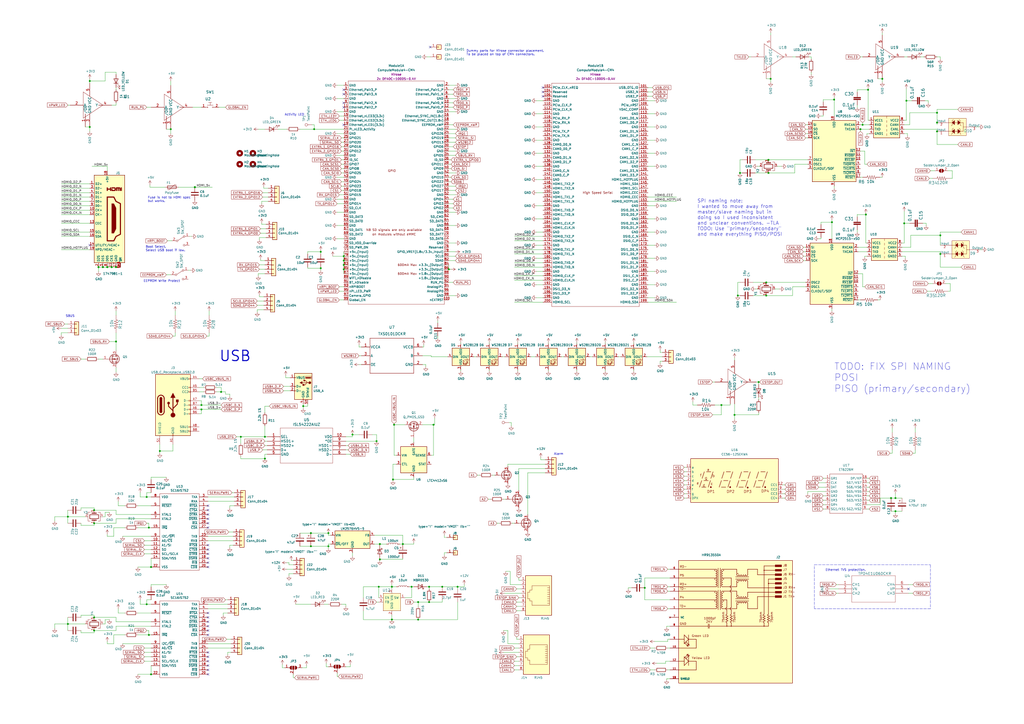
<source format=kicad_sch>
(kicad_sch (version 20211123) (generator eeschema)
  (paper "A2")
  (lib_symbols
    (symbol "2021-10-21_05-38-11:AOZ8904CIL" (pin_names (offset 0.254))
      (property "Reference" "U" (at 20.32 10.16 0))
      (property "Value" "2021-10-21_05-38-11_AOZ8904CIL" (at 20.32 7.62 0))
      (symbol "AOZ8904CIL_1_1"
        (pin bidirectional line (at 0 0 0) (length 7.62) (name "CH1") (number "1"))
        (pin unspecified line (at 0 -2.54 0) (length 7.62) (name "VN") (number "2"))
        (pin bidirectional line (at 0 -5.08 0) (length 7.62) (name "CH2") (number "3"))
        (pin bidirectional line (at 40.64 -5.08 180) (length 7.62) (name "CH3") (number "4"))
        (pin unspecified line (at 40.64 -2.54 180) (length 7.62) (name "VP") (number "5"))
        (pin bidirectional line (at 40.64 0 180) (length 7.62) (name "CH4") (number "6"))
      )
    )
    (symbol "2021-10-22_05-57-19:ISL54222AIUZ" (pin_names (offset 0.254))
      (property "Reference" "U" (at 22.86 10.16 0))
      (property "Value" "2021-10-22_05-57-19_ISL54222AIUZ" (at 22.86 7.62 0))
      (symbol "ISL54222AIUZ_1_1"
        (pin input line (at 0 0 0) (length 7.62) (name "SEL") (number "1"))
        (pin power_in line (at 45.72 0 180) (length 7.62) (name "VDD") (number "10"))
        (pin input line (at 0 -2.54 0) (length 7.62) (name "HSD1+") (number "2"))
        (pin input line (at 0 -5.08 0) (length 7.62) (name "HSD2+") (number "3"))
        (pin unspecified line (at 0 -7.62 0) (length 7.62) (name "D+") (number "4"))
        (pin power_in line (at 0 -10.16 0) (length 7.62) (name "GND") (number "5"))
        (pin unspecified line (at 45.72 -10.16 180) (length 7.62) (name "D-") (number "6"))
        (pin input line (at 45.72 -7.62 180) (length 7.62) (name "HSD2-") (number "7"))
        (pin input line (at 45.72 -5.08 180) (length 7.62) (name "HSD1-") (number "8"))
        (pin unspecified line (at 45.72 -2.54 180) (length 7.62) (name "*OE") (number "9"))
      )
    )
    (symbol "2022-12-10_08-30-32:TXS0101DCKR" (pin_names (offset 0.254))
      (property "Reference" "U" (at 0 2.54 0))
      (property "Value" "TXS0101DCKR" (at 0 0 0))
      (symbol "TXS0101DCKR_1_1"
        (pin power_in line (at -17.78 5.08 0) (length 5.08) (name "VCCA") (number "1"))
        (pin power_in line (at 17.78 -5.08 180) (length 5.08) (name "GND") (number "2"))
        (pin bidirectional line (at -17.78 0 0) (length 5.08) (name "A") (number "3"))
        (pin bidirectional line (at 17.78 0 180) (length 5.08) (name "B") (number "4"))
        (pin input line (at -17.78 -5.08 0) (length 5.08) (name "OE") (number "5"))
        (pin power_in line (at 17.78 5.08 180) (length 5.08) (name "VCCB") (number "6"))
      )
    )
    (symbol "CM4IO:ComputeModule4-CM4"
      (property "Reference" "Module" (at 113.03 -68.58 0))
      (property "Value" "ComputeModule4-CM4" (at 140.97 2.54 0))
      (property "Field4" "Hirose" (at 0 0 0))
      (property "Field5" "2x DF40C-100DS-0.4V" (at 0 -2.54 0))
      (symbol "ComputeModule4-CM4_1_0"
        (text "GPIO" (at 0 6.35 0) (effects (font (size 1.27 1.27))))
      )
      (symbol "ComputeModule4-CM4_1_1"
        (text "600mA Max" (at -8.89 -53.34 0) (effects (font (size 1.27 1.27))))
        (text "600mA Max" (at -8.89 -48.26 0) (effects (font (size 1.27 1.27))))
        (text "NB SD signals are only available" (at -1.27 -27.94 0) (effects (font (size 1.27 1.27))))
        (text "on modules without eMMC" (at -1.27 -30.48 0) (effects (font (size 1.27 1.27))))
        (pin power_in line (at 27.94 55.88 180) (length 2.54) (name "GND") (number "1"))
        (pin passive line (at -33.02 45.72 0) (length 2.54) (name "Ethernet_Pair0_N") (number "10"))
        (pin output line (at -33.02 -68.58 0) (length 2.54) (name "nEXTRST") (number "100"))
        (pin passive line (at 27.94 43.18 180) (length 2.54) (name "Ethernet_Pair2_P") (number "11"))
        (pin passive line (at -33.02 43.18 0) (length 2.54) (name "Ethernet_Pair0_P") (number "12"))
        (pin power_in line (at 27.94 40.64 180) (length 2.54) (name "GND") (number "13"))
        (pin power_in line (at -33.02 40.64 0) (length 2.54) (name "GND") (number "14"))
        (pin output line (at 27.94 38.1 180) (length 2.54) (name "Ethernet_nLED3(3.3v)") (number "15"))
        (pin input line (at -33.02 38.1 0) (length 2.54) (name "Ethernet_SYNC_IN(1.8v)") (number "16"))
        (pin output line (at 27.94 35.56 180) (length 2.54) (name "Ethernet_nLED2(3.3v)") (number "17"))
        (pin input line (at -33.02 35.56 0) (length 2.54) (name "Ethernet_SYNC_OUT(1.8v)") (number "18"))
        (pin output line (at 27.94 33.02 180) (length 2.54) (name "Ethernet_nLED1(3.3v)") (number "19"))
        (pin power_in line (at -33.02 55.88 0) (length 2.54) (name "GND") (number "2"))
        (pin passive line (at -33.02 33.02 0) (length 2.54) (name "EEPROM_nWP") (number "20"))
        (pin open_collector line (at 27.94 30.48 180) (length 2.54) (name "PI_nLED_Activity") (number "21"))
        (pin power_in line (at -33.02 30.48 0) (length 2.54) (name "GND") (number "22"))
        (pin power_in line (at 27.94 27.94 180) (length 2.54) (name "GND") (number "23"))
        (pin passive line (at -33.02 27.94 0) (length 2.54) (name "GPIO26") (number "24"))
        (pin passive line (at 27.94 25.4 180) (length 2.54) (name "GPIO21") (number "25"))
        (pin passive line (at -33.02 25.4 0) (length 2.54) (name "GPIO19") (number "26"))
        (pin passive line (at 27.94 22.86 180) (length 2.54) (name "GPIO20") (number "27"))
        (pin passive line (at -33.02 22.86 0) (length 2.54) (name "GPIO13") (number "28"))
        (pin passive line (at 27.94 20.32 180) (length 2.54) (name "GPIO16") (number "29"))
        (pin passive line (at 27.94 53.34 180) (length 2.54) (name "Ethernet_Pair3_P") (number "3"))
        (pin passive line (at -33.02 20.32 0) (length 2.54) (name "GPIO6") (number "30"))
        (pin passive line (at 27.94 17.78 180) (length 2.54) (name "GPIO12") (number "31"))
        (pin power_in line (at -33.02 17.78 0) (length 2.54) (name "GND") (number "32"))
        (pin power_in line (at 27.94 15.24 180) (length 2.54) (name "GND") (number "33"))
        (pin passive line (at -33.02 15.24 0) (length 2.54) (name "GPIO5") (number "34"))
        (pin passive line (at 27.94 12.7 180) (length 2.54) (name "ID_SC") (number "35"))
        (pin passive line (at -33.02 12.7 0) (length 2.54) (name "ID_SD") (number "36"))
        (pin passive line (at 27.94 10.16 180) (length 2.54) (name "GPIO7") (number "37"))
        (pin passive line (at -33.02 10.16 0) (length 2.54) (name "GPIO11") (number "38"))
        (pin passive line (at 27.94 7.62 180) (length 2.54) (name "GPIO8") (number "39"))
        (pin passive line (at -33.02 53.34 0) (length 2.54) (name "Ethernet_Pair1_P") (number "4"))
        (pin passive line (at -33.02 7.62 0) (length 2.54) (name "GPIO9") (number "40"))
        (pin passive line (at 27.94 5.08 180) (length 2.54) (name "GPIO25") (number "41"))
        (pin power_in line (at -33.02 5.08 0) (length 2.54) (name "GND") (number "42"))
        (pin power_in line (at 27.94 2.54 180) (length 2.54) (name "GND") (number "43"))
        (pin passive line (at -33.02 2.54 0) (length 2.54) (name "GPIO10") (number "44"))
        (pin passive line (at 27.94 0 180) (length 2.54) (name "GPIO24") (number "45"))
        (pin passive line (at -33.02 0 0) (length 2.54) (name "GPIO22") (number "46"))
        (pin passive line (at 27.94 -2.54 180) (length 2.54) (name "GPIO23") (number "47"))
        (pin passive line (at -33.02 -2.54 0) (length 2.54) (name "GPIO27") (number "48"))
        (pin passive line (at 27.94 -5.08 180) (length 2.54) (name "GPIO18") (number "49"))
        (pin passive line (at 27.94 50.8 180) (length 2.54) (name "Ethernet_Pair3_N") (number "5"))
        (pin passive line (at -33.02 -5.08 0) (length 2.54) (name "GPIO17") (number "50"))
        (pin passive line (at 27.94 -7.62 180) (length 2.54) (name "GPIO15") (number "51"))
        (pin power_in line (at -33.02 -7.62 0) (length 2.54) (name "GND") (number "52"))
        (pin power_in line (at 27.94 -10.16 180) (length 2.54) (name "GND") (number "53"))
        (pin passive line (at -33.02 -10.16 0) (length 2.54) (name "GPIO4") (number "54"))
        (pin passive line (at 27.94 -12.7 180) (length 2.54) (name "GPIO14") (number "55"))
        (pin passive line (at -33.02 -12.7 0) (length 2.54) (name "GPIO3") (number "56"))
        (pin passive line (at 27.94 -15.24 180) (length 2.54) (name "SD_CLK") (number "57"))
        (pin passive line (at -33.02 -15.24 0) (length 2.54) (name "GPIO2") (number "58"))
        (pin power_in line (at 27.94 -17.78 180) (length 2.54) (name "GND") (number "59"))
        (pin passive line (at -33.02 50.8 0) (length 2.54) (name "Ethernet_Pair1_N") (number "6"))
        (pin power_in line (at -33.02 -17.78 0) (length 2.54) (name "GND") (number "60"))
        (pin passive line (at 27.94 -20.32 180) (length 2.54) (name "SD_DAT3") (number "61"))
        (pin passive line (at -33.02 -20.32 0) (length 2.54) (name "SD_CMD") (number "62"))
        (pin passive line (at 27.94 -22.86 180) (length 2.54) (name "SD_DAT0") (number "63"))
        (pin passive line (at -33.02 -22.86 0) (length 2.54) (name "SD_DAT5") (number "64"))
        (pin power_in line (at 27.94 -25.4 180) (length 2.54) (name "GND") (number "65"))
        (pin power_in line (at -33.02 -25.4 0) (length 2.54) (name "GND") (number "66"))
        (pin passive line (at 27.94 -27.94 180) (length 2.54) (name "SD_DAT1") (number "67"))
        (pin passive line (at -33.02 -27.94 0) (length 2.54) (name "SD_DAT4") (number "68"))
        (pin passive line (at 27.94 -30.48 180) (length 2.54) (name "SD_DAT2") (number "69"))
        (pin power_in line (at 27.94 48.26 180) (length 2.54) (name "GND") (number "7"))
        (pin passive line (at -33.02 -30.48 0) (length 2.54) (name "SD_DAT7") (number "70"))
        (pin power_in line (at 27.94 -33.02 180) (length 2.54) (name "GND") (number "71"))
        (pin passive line (at -33.02 -33.02 0) (length 2.54) (name "SD_DAT6") (number "72"))
        (pin input line (at 27.94 -35.56 180) (length 2.54) (name "SD_VDD_Override") (number "73"))
        (pin power_in line (at -33.02 -35.56 0) (length 2.54) (name "GND") (number "74"))
        (pin output line (at 27.94 -38.1 180) (length 2.54) (name "SD_PWR_ON") (number "75"))
        (pin passive line (at -33.02 -38.1 0) (length 2.54) (name "Reserved") (number "76"))
        (pin power_in line (at 27.94 -40.64 180) (length 2.54) (name "+5v_(Input)") (number "77"))
        (pin power_in line (at -33.02 -40.64 0) (length 2.54) (name "GPIO_VREF(1.8v/3.3v_Input)") (number "78"))
        (pin power_in line (at 27.94 -43.18 180) (length 2.54) (name "+5v_(Input)") (number "79"))
        (pin power_in line (at -33.02 48.26 0) (length 2.54) (name "GND") (number "8"))
        (pin passive line (at -33.02 -43.18 0) (length 2.54) (name "SCL0") (number "80"))
        (pin power_in line (at 27.94 -45.72 180) (length 2.54) (name "+5v_(Input)") (number "81"))
        (pin passive line (at -33.02 -45.72 0) (length 2.54) (name "SDA0") (number "82"))
        (pin power_in line (at 27.94 -48.26 180) (length 2.54) (name "+5v_(Input)") (number "83"))
        (pin power_out line (at -33.02 -48.26 0) (length 2.54) (name "+3.3v_(Output)") (number "84"))
        (pin power_in line (at 27.94 -50.8 180) (length 2.54) (name "+5v_(Input)") (number "85"))
        (pin power_out line (at -33.02 -50.8 0) (length 2.54) (name "+3.3v_(Output)") (number "86"))
        (pin power_in line (at 27.94 -53.34 180) (length 2.54) (name "+5v_(Input)") (number "87"))
        (pin power_out line (at -33.02 -53.34 0) (length 2.54) (name "+1.8v_(Output)") (number "88"))
        (pin power_in line (at 27.94 -55.88 180) (length 2.54) (name "WiFi_nDisable") (number "89"))
        (pin passive line (at 27.94 45.72 180) (length 2.54) (name "Ethernet_Pair2_N") (number "9"))
        (pin power_out line (at -33.02 -55.88 0) (length 2.54) (name "+1.8v_(Output)") (number "90"))
        (pin power_in line (at 27.94 -58.42 180) (length 2.54) (name "BT_nDisable") (number "91"))
        (pin passive line (at -33.02 -58.42 0) (length 2.54) (name "RUN_PG") (number "92"))
        (pin input line (at 27.94 -60.96 180) (length 2.54) (name "nRPIBOOT") (number "93"))
        (pin passive line (at -33.02 -60.96 0) (length 2.54) (name "AnalogIP1") (number "94"))
        (pin output line (at 27.94 -63.5 180) (length 2.54) (name "nPI_LED_PWR") (number "95"))
        (pin passive line (at -33.02 -63.5 0) (length 2.54) (name "AnalogIP0") (number "96"))
        (pin passive line (at 27.94 -66.04 180) (length 2.54) (name "Camera_GPIO") (number "97"))
        (pin power_in line (at -33.02 -66.04 0) (length 2.54) (name "GND") (number "98"))
        (pin input line (at 27.94 -68.58 180) (length 2.54) (name "Global_EN") (number "99"))
      )
      (symbol "ComputeModule4-CM4_2_1"
        (text "High Speed Serial" (at 140.97 0 0) (effects (font (size 1.27 1.27))))
        (pin input line (at 170.18 60.96 180) (length 5.08) (name "USB_OTG_ID") (number "101"))
        (pin input line (at 109.22 60.96 0) (length 5.08) (name "PCIe_CLK_nREQ") (number "102"))
        (pin passive line (at 170.18 58.42 180) (length 5.08) (name "USB2_N") (number "103"))
        (pin passive line (at 109.22 58.42 0) (length 5.08) (name "Reserved") (number "104"))
        (pin passive line (at 170.18 55.88 180) (length 5.08) (name "USB2_P") (number "105"))
        (pin passive line (at 109.22 55.88 0) (length 5.08) (name "Reserved") (number "106"))
        (pin power_in line (at 170.18 53.34 180) (length 5.08) (name "GND") (number "107"))
        (pin power_in line (at 109.22 53.34 0) (length 5.08) (name "GND") (number "108"))
        (pin bidirectional line (at 170.18 50.8 180) (length 5.08) (name "PCIe_nRST") (number "109"))
        (pin output line (at 109.22 50.8 0) (length 5.08) (name "PCIe_CLK_P") (number "110"))
        (pin passive line (at 170.18 48.26 180) (length 5.08) (name "VDAC_COMP") (number "111"))
        (pin output line (at 109.22 48.26 0) (length 5.08) (name "PCIe_CLK_N") (number "112"))
        (pin power_in line (at 170.18 45.72 180) (length 5.08) (name "GND") (number "113"))
        (pin power_in line (at 109.22 45.72 0) (length 5.08) (name "GND") (number "114"))
        (pin input line (at 170.18 43.18 180) (length 5.08) (name "CAM1_D0_N") (number "115"))
        (pin input line (at 109.22 43.18 0) (length 5.08) (name "PCIe_RX_P") (number "116"))
        (pin input line (at 170.18 40.64 180) (length 5.08) (name "CAM1_D0_P") (number "117"))
        (pin input line (at 109.22 40.64 0) (length 5.08) (name "PCIe_RX_N") (number "118"))
        (pin power_in line (at 170.18 38.1 180) (length 5.08) (name "GND") (number "119"))
        (pin power_in line (at 109.22 38.1 0) (length 5.08) (name "GND") (number "120"))
        (pin input line (at 170.18 35.56 180) (length 5.08) (name "CAM1_D1_N") (number "121"))
        (pin output line (at 109.22 35.56 0) (length 5.08) (name "PCIe_TX_P") (number "122"))
        (pin input line (at 170.18 33.02 180) (length 5.08) (name "CAM1_D1_P") (number "123"))
        (pin output line (at 109.22 33.02 0) (length 5.08) (name "PCIe_TX_N") (number "124"))
        (pin power_in line (at 170.18 30.48 180) (length 5.08) (name "GND") (number "125"))
        (pin power_in line (at 109.22 30.48 0) (length 5.08) (name "GND") (number "126"))
        (pin input line (at 170.18 27.94 180) (length 5.08) (name "CAM1_C_N") (number "127"))
        (pin input line (at 109.22 27.94 0) (length 5.08) (name "CAM0_D0_N") (number "128"))
        (pin input line (at 170.18 25.4 180) (length 5.08) (name "CAM1_C_P") (number "129"))
        (pin input line (at 109.22 25.4 0) (length 5.08) (name "CAM0_D0_P") (number "130"))
        (pin power_in line (at 170.18 22.86 180) (length 5.08) (name "GND") (number "131"))
        (pin power_in line (at 109.22 22.86 0) (length 5.08) (name "GND") (number "132"))
        (pin input line (at 170.18 20.32 180) (length 5.08) (name "CAM1_D2_N") (number "133"))
        (pin input line (at 109.22 20.32 0) (length 5.08) (name "CAM0_D1_N") (number "134"))
        (pin input line (at 170.18 17.78 180) (length 5.08) (name "CAM1_D2_P") (number "135"))
        (pin input line (at 109.22 17.78 0) (length 5.08) (name "CAM0_D1_P") (number "136"))
        (pin power_in line (at 170.18 15.24 180) (length 5.08) (name "GND") (number "137"))
        (pin power_in line (at 109.22 15.24 0) (length 5.08) (name "GND") (number "138"))
        (pin input line (at 170.18 12.7 180) (length 5.08) (name "CAM1_D3_N") (number "139"))
        (pin input line (at 109.22 12.7 0) (length 5.08) (name "CAM0_C_N") (number "140"))
        (pin input line (at 170.18 10.16 180) (length 5.08) (name "CAM1_D3_P") (number "141"))
        (pin input line (at 109.22 10.16 0) (length 5.08) (name "CAM0_C_P") (number "142"))
        (pin input line (at 170.18 7.62 180) (length 5.08) (name "HDMI1_HOTPLUG") (number "143"))
        (pin power_in line (at 109.22 7.62 0) (length 5.08) (name "GND") (number "144"))
        (pin bidirectional line (at 170.18 5.08 180) (length 5.08) (name "HDMI1_SDA") (number "145"))
        (pin output line (at 109.22 5.08 0) (length 5.08) (name "HDMI1_TX2_P") (number "146"))
        (pin open_collector line (at 170.18 2.54 180) (length 5.08) (name "HDMI1_SCL") (number "147"))
        (pin output line (at 109.22 2.54 0) (length 5.08) (name "HDMI1_TX2_N") (number "148"))
        (pin open_collector line (at 170.18 0 180) (length 5.08) (name "HDMI1_CEC") (number "149"))
        (pin power_in line (at 109.22 0 0) (length 5.08) (name "GND") (number "150"))
        (pin open_collector line (at 170.18 -2.54 180) (length 5.08) (name "HDMI0_CEC") (number "151"))
        (pin output line (at 109.22 -2.54 0) (length 5.08) (name "HDMI1_TX1_P") (number "152"))
        (pin input line (at 170.18 -5.08 180) (length 5.08) (name "HDMI0_HOTPLUG") (number "153"))
        (pin output line (at 109.22 -5.08 0) (length 5.08) (name "HDMI1_TX1_N") (number "154"))
        (pin power_in line (at 170.18 -7.62 180) (length 5.08) (name "GND") (number "155"))
        (pin power_in line (at 109.22 -7.62 0) (length 5.08) (name "GND") (number "156"))
        (pin output line (at 170.18 -10.16 180) (length 5.08) (name "DSI0_D0_N") (number "157"))
        (pin output line (at 109.22 -10.16 0) (length 5.08) (name "HDMI1_TX0_P") (number "158"))
        (pin output line (at 170.18 -12.7 180) (length 5.08) (name "DSI0_D0_P") (number "159"))
        (pin output line (at 109.22 -12.7 0) (length 5.08) (name "HDMI1_TX0_N") (number "160"))
        (pin power_in line (at 170.18 -15.24 180) (length 5.08) (name "GND") (number "161"))
        (pin power_in line (at 109.22 -15.24 0) (length 5.08) (name "GND") (number "162"))
        (pin output line (at 170.18 -17.78 180) (length 5.08) (name "DSI0_D1_N") (number "163"))
        (pin output line (at 109.22 -17.78 0) (length 5.08) (name "HDMI1_CLK_P") (number "164"))
        (pin output line (at 170.18 -20.32 180) (length 5.08) (name "DSI0_D1_P") (number "165"))
        (pin output line (at 109.22 -20.32 0) (length 5.08) (name "HDMI1_CLK_N") (number "166"))
        (pin power_in line (at 170.18 -22.86 180) (length 5.08) (name "GND") (number "167"))
        (pin power_in line (at 109.22 -22.86 0) (length 5.08) (name "GND") (number "168"))
        (pin output line (at 170.18 -25.4 180) (length 5.08) (name "DSI0_C_N") (number "169"))
        (pin output line (at 109.22 -25.4 0) (length 5.08) (name "HDMI0_TX2_P") (number "170"))
        (pin output line (at 170.18 -27.94 180) (length 5.08) (name "DSI0_C_P") (number "171"))
        (pin output line (at 109.22 -27.94 0) (length 5.08) (name "HDMI0_TX2_N") (number "172"))
        (pin power_in line (at 170.18 -30.48 180) (length 5.08) (name "GND") (number "173"))
        (pin power_in line (at 109.22 -30.48 0) (length 5.08) (name "GND") (number "174"))
        (pin output line (at 170.18 -33.02 180) (length 5.08) (name "DSI1_D0_N") (number "175"))
        (pin output line (at 109.22 -33.02 0) (length 5.08) (name "HDMI0_TX1_P") (number "176"))
        (pin output line (at 170.18 -35.56 180) (length 5.08) (name "DSI1_D0_P") (number "177"))
        (pin output line (at 109.22 -35.56 0) (length 5.08) (name "HDMI0_TX1_N") (number "178"))
        (pin power_in line (at 170.18 -38.1 180) (length 5.08) (name "GND") (number "179"))
        (pin power_in line (at 109.22 -38.1 0) (length 5.08) (name "GND") (number "180"))
        (pin output line (at 170.18 -40.64 180) (length 5.08) (name "DSI1_D1_N") (number "181"))
        (pin output line (at 109.22 -40.64 0) (length 5.08) (name "HDMI0_TX0_P") (number "182"))
        (pin output line (at 170.18 -43.18 180) (length 5.08) (name "DSI1_D1_P") (number "183"))
        (pin output line (at 109.22 -43.18 0) (length 5.08) (name "HDMI0_TX0_N") (number "184"))
        (pin power_in line (at 170.18 -45.72 180) (length 5.08) (name "GND") (number "185"))
        (pin power_in line (at 109.22 -45.72 0) (length 5.08) (name "GND") (number "186"))
        (pin output line (at 170.18 -48.26 180) (length 5.08) (name "DSI1_C_N") (number "187"))
        (pin output line (at 109.22 -48.26 0) (length 5.08) (name "HDMI0_CLK_P") (number "188"))
        (pin output line (at 170.18 -50.8 180) (length 5.08) (name "DSI1_C_P") (number "189"))
        (pin output line (at 109.22 -50.8 0) (length 5.08) (name "HDMI0_CLK_N") (number "190"))
        (pin power_in line (at 170.18 -53.34 180) (length 5.08) (name "GND") (number "191"))
        (pin power_in line (at 109.22 -53.34 0) (length 5.08) (name "GND") (number "192"))
        (pin output line (at 170.18 -55.88 180) (length 5.08) (name "DSI1_D2_N") (number "193"))
        (pin output line (at 109.22 -55.88 0) (length 5.08) (name "DSI1_D3_N") (number "194"))
        (pin output line (at 170.18 -58.42 180) (length 5.08) (name "DSI1_D2_P") (number "195"))
        (pin output line (at 109.22 -58.42 0) (length 5.08) (name "DSI1_D3_P") (number "196"))
        (pin power_in line (at 170.18 -60.96 180) (length 5.08) (name "GND") (number "197"))
        (pin power_in line (at 109.22 -60.96 0) (length 5.08) (name "GND") (number "198"))
        (pin bidirectional line (at 170.18 -63.5 180) (length 5.08) (name "HDMI0_SDA") (number "199"))
        (pin open_collector line (at 109.22 -63.5 0) (length 5.08) (name "HDMI0_SCL") (number "200"))
      )
    )
    (symbol "CM4IO:HDMI_A_1.4"
      (property "Reference" "J" (at -6.35 26.67 0))
      (property "Value" "HDMI_A_1.4" (at 10.16 26.67 0))
      (symbol "HDMI_A_1.4_0_0"
        (pin passive line (at 7.62 -27.94 90) (length 2.54) (name "SH") (number "SH2"))
        (pin passive line (at 7.62 -27.94 90) (length 2.54) (name "SH") (number "SH3"))
        (pin passive line (at 7.62 -27.94 90) (length 2.54) (name "SH") (number "SH4"))
      )
      (symbol "HDMI_A_1.4_1_1"
        (pin passive line (at -10.16 20.32 0) (length 2.54) (name "D2+") (number "1"))
        (pin passive line (at -10.16 5.08 0) (length 2.54) (name "CK+") (number "10"))
        (pin power_in line (at 2.54 -27.94 90) (length 2.54) (name "CKS") (number "11"))
        (pin passive line (at -10.16 2.54 0) (length 2.54) (name "CK-") (number "12"))
        (pin bidirectional line (at -10.16 -2.54 0) (length 2.54) (name "CEC") (number "13"))
        (pin passive line (at -10.16 -15.24 0) (length 2.54) (name "UTILITY/HEAC+") (number "14"))
        (pin passive line (at -10.16 -7.62 0) (length 2.54) (name "SCL") (number "15"))
        (pin bidirectional line (at -10.16 -10.16 0) (length 2.54) (name "SDA") (number "16"))
        (pin power_in line (at 5.08 -27.94 90) (length 2.54) (name "GND") (number "17"))
        (pin power_in line (at 0 27.94 270) (length 2.54) (name "+5V") (number "18"))
        (pin passive line (at -10.16 -17.78 0) (length 2.54) (name "HPD/HEAC-") (number "19"))
        (pin power_in line (at -5.08 -27.94 90) (length 2.54) (name "D2S") (number "2"))
        (pin passive line (at -10.16 17.78 0) (length 2.54) (name "D2-") (number "3"))
        (pin passive line (at -10.16 15.24 0) (length 2.54) (name "D1+") (number "4"))
        (pin power_in line (at -2.54 -27.94 90) (length 2.54) (name "D1S") (number "5"))
        (pin passive line (at -10.16 12.7 0) (length 2.54) (name "D1-") (number "6"))
        (pin passive line (at -10.16 10.16 0) (length 2.54) (name "D0+") (number "7"))
        (pin power_in line (at 0 -27.94 90) (length 2.54) (name "D0S") (number "8"))
        (pin passive line (at -10.16 7.62 0) (length 2.54) (name "D0-") (number "9"))
        (pin passive line (at 7.62 -27.94 90) (length 2.54) (name "SH") (number "SH1"))
      )
    )
    (symbol "Connector:RJ45" (pin_names (offset 1.016))
      (property "Reference" "J" (at -5.08 13.97 0))
      (property "Value" "RJ45" (at 2.54 13.97 0))
      (symbol "RJ45_1_1"
        (pin passive line (at 10.16 -7.62 180) (length 2.54) (name "~") (number "1"))
        (pin passive line (at 10.16 -5.08 180) (length 2.54) (name "~") (number "2"))
        (pin passive line (at 10.16 -2.54 180) (length 2.54) (name "~") (number "3"))
        (pin passive line (at 10.16 0 180) (length 2.54) (name "~") (number "4"))
        (pin passive line (at 10.16 2.54 180) (length 2.54) (name "~") (number "5"))
        (pin passive line (at 10.16 5.08 180) (length 2.54) (name "~") (number "6"))
        (pin passive line (at 10.16 7.62 180) (length 2.54) (name "~") (number "7"))
        (pin passive line (at 10.16 10.16 180) (length 2.54) (name "~") (number "8"))
      )
    )
    (symbol "Connector:TestPoint" (pin_numbers hide) (pin_names (offset 0.762) hide)
      (property "Reference" "TP" (at 0 6.858 0))
      (property "Value" "TestPoint" (at 0 5.08 0))
      (symbol "TestPoint_1_1"
        (pin passive line (at 0 0 90) (length 2.54) (name "1") (number "1"))
      )
    )
    (symbol "Connector:USB_C_Receptacle_USB2.0" (pin_names (offset 1.016))
      (property "Reference" "J" (at -10.16 19.05 0))
      (property "Value" "USB_C_Receptacle_USB2.0" (at 19.05 19.05 0))
      (symbol "USB_C_Receptacle_USB2.0_1_1"
        (pin passive line (at 0 -22.86 90) (length 5.08) (name "GND") (number "A1"))
        (pin passive line (at 0 -22.86 90) (length 5.08) hide (name "GND") (number "A12"))
        (pin passive line (at 15.24 15.24 180) (length 5.08) (name "VBUS") (number "A4"))
        (pin bidirectional line (at 15.24 10.16 180) (length 5.08) (name "CC1") (number "A5"))
        (pin bidirectional line (at 15.24 -2.54 180) (length 5.08) (name "D+") (number "A6"))
        (pin bidirectional line (at 15.24 2.54 180) (length 5.08) (name "D-") (number "A7"))
        (pin bidirectional line (at 15.24 -12.7 180) (length 5.08) (name "SBU1") (number "A8"))
        (pin passive line (at 15.24 15.24 180) (length 5.08) hide (name "VBUS") (number "A9"))
        (pin passive line (at 0 -22.86 90) (length 5.08) hide (name "GND") (number "B1"))
        (pin passive line (at 0 -22.86 90) (length 5.08) hide (name "GND") (number "B12"))
        (pin passive line (at 15.24 15.24 180) (length 5.08) hide (name "VBUS") (number "B4"))
        (pin bidirectional line (at 15.24 7.62 180) (length 5.08) (name "CC2") (number "B5"))
        (pin bidirectional line (at 15.24 -5.08 180) (length 5.08) (name "D+") (number "B6"))
        (pin bidirectional line (at 15.24 0 180) (length 5.08) (name "D-") (number "B7"))
        (pin bidirectional line (at 15.24 -15.24 180) (length 5.08) (name "SBU2") (number "B8"))
        (pin passive line (at 15.24 15.24 180) (length 5.08) hide (name "VBUS") (number "B9"))
        (pin passive line (at -7.62 -22.86 90) (length 5.08) (name "SHIELD") (number "S1"))
      )
    )
    (symbol "Connector_Generic:Conn_01x01" (pin_names (offset 1.016) hide)
      (property "Reference" "J" (at 0 2.54 0))
      (property "Value" "Conn_01x01" (at 0 -2.54 0))
      (symbol "Conn_01x01_1_1"
        (pin passive line (at -5.08 0 0) (length 3.81) (name "Pin_1") (number "1"))
      )
    )
    (symbol "Connector_Generic:Conn_01x03" (pin_names (offset 1.016) hide)
      (property "Reference" "J" (at 0 5.08 0))
      (property "Value" "Conn_01x03" (at 0 -5.08 0))
      (symbol "Conn_01x03_1_1"
        (pin passive line (at -5.08 2.54 0) (length 3.81) (name "Pin_1") (number "1"))
        (pin passive line (at -5.08 0 0) (length 3.81) (name "Pin_2") (number "2"))
        (pin passive line (at -5.08 -2.54 0) (length 3.81) (name "Pin_3") (number "3"))
      )
    )
    (symbol "Connector_Generic:Conn_01x04" (pin_names (offset 1.016) hide)
      (property "Reference" "J" (at 0 5.08 0))
      (property "Value" "Conn_01x04" (at 0 -7.62 0))
      (symbol "Conn_01x04_1_1"
        (pin passive line (at -5.08 2.54 0) (length 3.81) (name "Pin_1") (number "1"))
        (pin passive line (at -5.08 0 0) (length 3.81) (name "Pin_2") (number "2"))
        (pin passive line (at -5.08 -2.54 0) (length 3.81) (name "Pin_3") (number "3"))
        (pin passive line (at -5.08 -5.08 0) (length 3.81) (name "Pin_4") (number "4"))
      )
    )
    (symbol "Device:C" (pin_numbers hide) (pin_names (offset 0.254))
      (property "Reference" "C" (at 0.635 2.54 0))
      (property "Value" "C" (at 0.635 -2.54 0))
      (symbol "C_1_1"
        (pin passive line (at 0 3.81 270) (length 2.794) (name "~") (number "1"))
        (pin passive line (at 0 -3.81 90) (length 2.794) (name "~") (number "2"))
      )
    )
    (symbol "Device:C_Polarized" (pin_numbers hide) (pin_names (offset 0.254))
      (property "Reference" "C" (at 0.635 2.54 0))
      (property "Value" "C_Polarized" (at 0.635 -2.54 0))
      (symbol "C_Polarized_1_1"
        (pin passive line (at 0 3.81 270) (length 2.794) (name "~") (number "1"))
        (pin passive line (at 0 -3.81 90) (length 2.794) (name "~") (number "2"))
      )
    )
    (symbol "Device:Crystal_GND24" (pin_names (offset 1.016) hide)
      (property "Reference" "Y" (at 3.175 5.08 0))
      (property "Value" "Crystal_GND24" (at 3.175 3.175 0))
      (symbol "Crystal_GND24_1_1"
        (pin passive line (at -3.81 0 0) (length 1.27) (name "1") (number "1"))
        (pin passive line (at 0 5.08 270) (length 1.27) (name "2") (number "2"))
        (pin passive line (at 3.81 0 180) (length 1.27) (name "3") (number "3"))
        (pin passive line (at 0 -5.08 90) (length 1.27) (name "4") (number "4"))
      )
    )
    (symbol "Device:D_Schottky" (pin_numbers hide) (pin_names (offset 1.016) hide)
      (property "Reference" "D" (at 0 2.54 0))
      (property "Value" "D_Schottky" (at 0 -2.54 0))
      (symbol "D_Schottky_1_1"
        (pin passive line (at -3.81 0 0) (length 2.54) (name "K") (number "1"))
        (pin passive line (at 3.81 0 180) (length 2.54) (name "A") (number "2"))
      )
    )
    (symbol "Device:L" (pin_numbers hide) (pin_names (offset 1.016) hide)
      (property "Reference" "L" (at -1.27 0 90))
      (property "Value" "L" (at 1.905 0 90))
      (symbol "L_1_1"
        (pin passive line (at 0 3.81 270) (length 1.27) (name "1") (number "1"))
        (pin passive line (at 0 -3.81 90) (length 1.27) (name "2") (number "2"))
      )
    )
    (symbol "Device:LED" (pin_numbers hide) (pin_names (offset 1.016) hide)
      (property "Reference" "D" (at 0 2.54 0))
      (property "Value" "LED" (at 0 -2.54 0))
      (symbol "LED_1_1"
        (pin passive line (at -3.81 0 0) (length 2.54) (name "K") (number "1"))
        (pin passive line (at 3.81 0 180) (length 2.54) (name "A") (number "2"))
      )
    )
    (symbol "Device:Polyfuse" (pin_numbers hide) (pin_names (offset 0))
      (property "Reference" "F" (at -2.54 0 90))
      (property "Value" "Polyfuse" (at 2.54 0 90))
      (symbol "Polyfuse_1_1"
        (pin passive line (at 0 3.81 270) (length 1.27) (name "~") (number "1"))
        (pin passive line (at 0 -3.81 90) (length 1.27) (name "~") (number "2"))
      )
    )
    (symbol "Device:Q_NMOS_GSD" (pin_names (offset 0) hide)
      (property "Reference" "Q" (at 5.08 1.27 0))
      (property "Value" "Q_NMOS_GSD" (at 5.08 -1.27 0))
      (symbol "Q_NMOS_GSD_1_1"
        (pin input line (at -5.08 0 0) (length 2.54) (name "G") (number "1"))
        (pin passive line (at 2.54 -5.08 90) (length 2.54) (name "S") (number "2"))
        (pin passive line (at 2.54 5.08 270) (length 2.54) (name "D") (number "3"))
      )
    )
    (symbol "Device:Q_PMOS_GSD" (pin_names (offset 0) hide)
      (property "Reference" "Q" (at 5.08 1.27 0))
      (property "Value" "Q_PMOS_GSD" (at 5.08 -1.27 0))
      (symbol "Q_PMOS_GSD_1_1"
        (pin input line (at -5.08 0 0) (length 2.54) (name "G") (number "1"))
        (pin passive line (at 2.54 -5.08 90) (length 2.54) (name "S") (number "2"))
        (pin passive line (at 2.54 5.08 270) (length 2.54) (name "D") (number "3"))
      )
    )
    (symbol "Device:R" (pin_numbers hide) (pin_names (offset 0))
      (property "Reference" "R" (at 2.032 0 90))
      (property "Value" "R" (at 0 0 90))
      (symbol "R_1_1"
        (pin passive line (at 0 3.81 270) (length 1.27) (name "~") (number "1"))
        (pin passive line (at 0 -3.81 90) (length 1.27) (name "~") (number "2"))
      )
    )
    (symbol "Diode:MBR0530" (pin_numbers hide) (pin_names (offset 1.016) hide)
      (property "Reference" "D" (at 0 2.54 0))
      (property "Value" "MBR0530" (at 0 -2.54 0))
      (symbol "MBR0530_1_1"
        (pin passive line (at -3.81 0 0) (length 2.54) (name "K") (number "1"))
        (pin passive line (at 3.81 0 180) (length 2.54) (name "A") (number "2"))
      )
    )
    (symbol "Display_Character:CC56-12SEKWA"
      (property "Reference" "U" (at -24.13 13.97 0))
      (property "Value" "CC56-12SEKWA" (at 17.78 13.97 0))
      (symbol "CC56-12SEKWA_0_0"
        (text "a" (at -15.24 6.35 0) (effects (font (size 1.524 1.524))))
        (text "b" (at -12.192 2.794 0) (effects (font (size 1.524 1.524))))
        (text "c" (at -13.208 -1.778 0) (effects (font (size 1.524 1.524))))
        (text "d" (at -17.78 -2.794 0) (effects (font (size 1.524 1.524))))
        (text "DP1" (at -13.716 -6.35 0) (effects (font (size 1.524 1.524))))
        (text "DP2" (at -2.286 -6.35 0) (effects (font (size 1.524 1.524))))
        (text "DP3" (at 7.62 -6.35 0) (effects (font (size 1.524 1.524))))
        (text "DP4" (at 17.78 -6.096 0) (effects (font (size 1.524 1.524))))
        (text "e" (at -21.336 -1.524 0) (effects (font (size 1.524 1.524))))
        (text "f" (at -19.558 3.048 0) (effects (font (size 1.524 1.524))))
        (text "g" (at -16.51 1.524 0) (effects (font (size 1.524 1.524))))
      )
      (symbol "CC56-12SEKWA_1_1"
        (pin input line (at -27.94 -2.54 0) (length 2.54) (name "e") (number "1"))
        (pin input line (at -27.94 -5.08 0) (length 2.54) (name "f") (number "10"))
        (pin input line (at -27.94 7.62 0) (length 2.54) (name "a") (number "11"))
        (pin input line (at 27.94 -2.54 180) (length 2.54) (name "CC1") (number "12"))
        (pin input line (at -27.94 0 0) (length 2.54) (name "d") (number "2"))
        (pin input line (at -27.94 -10.16 0) (length 2.54) (name "DPX") (number "3"))
        (pin input line (at -27.94 2.54 0) (length 2.54) (name "c") (number "4"))
        (pin input line (at -27.94 -7.62 0) (length 2.54) (name "g") (number "5"))
        (pin input line (at 27.94 -10.16 180) (length 2.54) (name "CC4") (number "6"))
        (pin input line (at -27.94 5.08 0) (length 2.54) (name "b") (number "7"))
        (pin input line (at 27.94 -7.62 180) (length 2.54) (name "CC3") (number "8"))
        (pin input line (at 27.94 -5.08 180) (length 2.54) (name "CC2") (number "9"))
      )
    )
    (symbol "HR911105A:HR911105A" (pin_names (offset 1.016))
      (property "Reference" "J" (at -33.1724 36.2458 0))
      (property "Value" "HR911105A" (at -33.1216 -38.227 0))
      (symbol "HR911105A_0_0"
        (text "1000pF" (at -18.4912 1.2446 0) (effects (font (size 1.27 1.27)) (justify left bottom)))
        (text "2KV" (at -17.2212 -0.6604 0) (effects (font (size 1.27 1.27)) (justify left bottom)))
        (text "75ohm" (at -6.4008 -0.6604 900) (effects (font (size 1.27 1.27)) (justify left bottom)))
        (text "75ohm" (at 0 -0.6604 900) (effects (font (size 1.27 1.27)) (justify left bottom)))
        (text "75ohm" (at 15.3416 -0.6604 900) (effects (font (size 1.27 1.27)) (justify left bottom)))
        (text "75ohm" (at 21.6916 -0.6604 900) (effects (font (size 1.27 1.27)) (justify left bottom)))
        (text "GND" (at -32.5374 -1.905 0) (effects (font (size 1.27 1.27)) (justify left bottom)))
        (text "Green LED" (at -25.5016 -8.9154 0) (effects (font (size 1.27 1.27)) (justify left bottom)))
        (text "J1 TX+" (at 27.432 13.9954 0) (effects (font (size 1.27 1.27)) (justify left bottom)))
        (text "J2 TX-" (at 27.4574 16.5862 0) (effects (font (size 1.27 1.27)) (justify left bottom)))
        (text "J3 RX+" (at 27.4574 19.1516 0) (effects (font (size 1.27 1.27)) (justify left bottom)))
        (text "J4" (at 27.4574 21.717 0) (effects (font (size 1.27 1.27)) (justify left bottom)))
        (text "J5" (at 27.4828 24.257 0) (effects (font (size 1.27 1.27)) (justify left bottom)))
        (text "J6 RX-" (at 27.4574 26.8224 0) (effects (font (size 1.27 1.27)) (justify left bottom)))
        (text "J7" (at 27.4574 29.3624 0) (effects (font (size 1.27 1.27)) (justify left bottom)))
        (text "J8" (at 27.4574 31.9278 0) (effects (font (size 1.27 1.27)) (justify left bottom)))
        (text "P4" (at -32.5374 13.4112 0) (effects (font (size 1.27 1.27)) (justify left bottom)))
        (text "P5" (at -32.5374 26.162 0) (effects (font (size 1.27 1.27)) (justify left bottom)))
        (text "RD+" (at -32.4866 21.0312 0) (effects (font (size 1.27 1.27)) (justify left bottom)))
        (text "RD-" (at -32.4866 31.2166 0) (effects (font (size 1.27 1.27)) (justify left bottom)))
        (text "TD+" (at -32.5628 8.3058 0) (effects (font (size 1.27 1.27)) (justify left bottom)))
        (text "TD-" (at -32.512 18.4912 0) (effects (font (size 1.27 1.27)) (justify left bottom)))
        (text "Yellow LED" (at -25.527 -21.717 0) (effects (font (size 1.27 1.27)) (justify left bottom)))
        (pin passive line (at -38.1 7.62 0) (length 5.08) (name "~") (number "1"))
        (pin passive line (at -38.1 -15.24 0) (length 5.08) (name "~") (number "10"))
        (pin passive line (at -38.1 -27.94 0) (length 5.08) (name "~") (number "11"))
        (pin passive line (at -38.1 -22.86 0) (length 5.08) (name "~") (number "12"))
        (pin passive line (at -38.1 -33.02 0) (length 5.08) (name "SHIELD") (number "15"))
        (pin passive line (at -38.1 -33.02 0) (length 5.08) (name "SHIELD") (number "16"))
        (pin passive line (at -38.1 17.78 0) (length 5.08) (name "~") (number "2"))
        (pin passive line (at -38.1 20.32 0) (length 5.08) (name "~") (number "3"))
        (pin passive line (at -38.1 12.7 0) (length 5.08) (name "~") (number "4"))
        (pin passive line (at -38.1 25.4 0) (length 5.08) (name "~") (number "5"))
        (pin passive line (at -38.1 30.48 0) (length 5.08) (name "~") (number "6"))
        (pin no_connect line (at -38.1 2.54 0) (length 5.08) (name "NC") (number "7"))
        (pin power_in line (at -38.1 -2.54 0) (length 5.08) (name "~") (number "8"))
        (pin passive line (at -38.1 -10.16 0) (length 5.08) (name "~") (number "9"))
      )
    )
    (symbol "Interface_CAN_LIN:ISO1050DUB"
      (property "Reference" "U" (at -6.35 6.35 0))
      (property "Value" "ISO1050DUB" (at 2.54 6.35 0))
      (symbol "ISO1050DUB_1_1"
        (pin power_in line (at -10.16 2.54 0) (length 2.54) (name "VCC1") (number "1"))
        (pin output line (at -10.16 0 0) (length 2.54) (name "RXD") (number "2"))
        (pin input line (at -10.16 -2.54 0) (length 2.54) (name "TXD") (number "3"))
        (pin power_in line (at -10.16 -5.08 0) (length 2.54) (name "GND1") (number "4"))
        (pin power_in line (at 10.16 -5.08 180) (length 2.54) (name "GND2") (number "5"))
        (pin bidirectional line (at 10.16 -2.54 180) (length 2.54) (name "CANL") (number "6"))
        (pin bidirectional line (at 10.16 0 180) (length 2.54) (name "CANH") (number "7"))
        (pin power_in line (at 10.16 2.54 180) (length 2.54) (name "VCC2") (number "8"))
      )
    )
    (symbol "Interface_CAN_LIN:MCP2515-xSO"
      (property "Reference" "U" (at -10.16 19.685 0))
      (property "Value" "MCP2515-xSO" (at 19.05 20.32 0))
      (symbol "MCP2515-xSO_1_1"
        (pin output line (at 15.24 12.7 180) (length 2.54) (name "TXCAN") (number "1"))
        (pin output line (at 15.24 -5.08 180) (length 2.54) (name "~{RX1BF}") (number "10"))
        (pin output line (at 15.24 -2.54 180) (length 2.54) (name "~{RX0BF}") (number "11"))
        (pin output line (at 15.24 0 180) (length 2.54) (name "~{INT}") (number "12"))
        (pin input line (at -15.24 7.62 0) (length 2.54) (name "SCK") (number "13"))
        (pin input line (at -15.24 15.24 0) (length 2.54) (name "SI") (number "14"))
        (pin output line (at -15.24 12.7 0) (length 2.54) (name "SO") (number "15"))
        (pin input line (at -15.24 10.16 0) (length 2.54) (name "~{CS}") (number "16"))
        (pin input line (at 15.24 -15.24 180) (length 2.54) (name "~{RESET}") (number "17"))
        (pin power_in line (at 0 20.32 270) (length 2.54) (name "VDD") (number "18"))
        (pin input line (at 15.24 15.24 180) (length 2.54) (name "RXCAN") (number "2"))
        (pin output line (at -15.24 -10.16 0) (length 2.54) (name "CLKOUT/SOF") (number "3"))
        (pin input line (at 15.24 -7.62 180) (length 2.54) (name "~{TX0RTS}") (number "4"))
        (pin input line (at 15.24 -10.16 180) (length 2.54) (name "~{TX1RTS}") (number "5"))
        (pin input line (at 15.24 -12.7 180) (length 2.54) (name "~{TX2RTS}") (number "6"))
        (pin output line (at -15.24 -5.08 0) (length 2.54) (name "OSC2") (number "7"))
        (pin input line (at -15.24 -7.62 0) (length 2.54) (name "OSC1") (number "8"))
        (pin power_in line (at 0 -20.32 90) (length 2.54) (name "VSS") (number "9"))
      )
    )
    (symbol "Jumper:SolderJumper_2_Open" (pin_names (offset 0) hide)
      (property "Reference" "JP" (at 0 2.032 0))
      (property "Value" "SolderJumper_2_Open" (at 0 -2.54 0))
      (symbol "SolderJumper_2_Open_1_1"
        (pin passive line (at -3.81 0 0) (length 2.54) (name "A") (number "1"))
        (pin passive line (at 3.81 0 180) (length 2.54) (name "B") (number "2"))
      )
    )
    (symbol "Jumper:SolderJumper_3_Open" (pin_names (offset 0) hide)
      (property "Reference" "JP" (at -2.54 -2.54 0))
      (property "Value" "SolderJumper_3_Open" (at 0 2.794 0))
      (symbol "SolderJumper_3_Open_1_1"
        (pin passive line (at -5.08 0 0) (length 2.54) (name "A") (number "1"))
        (pin input line (at 0 -3.81 90) (length 2.54) (name "C") (number "2"))
        (pin passive line (at 5.08 0 180) (length 2.54) (name "B") (number "3"))
      )
    )
    (symbol "LED:WS2812B" (pin_names (offset 0.254))
      (property "Reference" "D" (at 5.08 5.715 0))
      (property "Value" "WS2812B" (at 1.27 -5.715 0))
      (symbol "WS2812B_0_0"
        (text "RGB" (at 2.286 -4.191 0) (effects (font (size 0.762 0.762))))
      )
      (symbol "WS2812B_1_1"
        (pin power_in line (at 0 7.62 270) (length 2.54) (name "VDD") (number "1"))
        (pin output line (at 7.62 0 180) (length 2.54) (name "DOUT") (number "2"))
        (pin power_in line (at 0 -7.62 90) (length 2.54) (name "VSS") (number "3"))
        (pin input line (at -7.62 0 0) (length 2.54) (name "DIN") (number "4"))
      )
    )
    (symbol "Mechanical:MountingHole" (pin_names (offset 1.016))
      (property "Reference" "H" (at 0 5.08 0))
      (property "Value" "MountingHole" (at 0 3.175 0))
    )
    (symbol "MotorBuck:VMOT" (power) (pin_names (offset 0))
      (property "Value" "VMOT" (at 0 3.556 0))
      (symbol "VMOT_1_1"
        (pin power_in line (at 0 0 90) (length 0) hide (name "VMOT") (number "1"))
      )
    )
    (symbol "MotorController:SPARKFUN-CAPACITORS_CAP" (pin_numbers hide) (pin_names (offset 1.016) hide)
      (property "Reference" "C" (at 1.524 2.921 0))
      (property "Value" "SPARKFUN-CAPACITORS_CAP" (at 1.524 -2.159 0))
      (symbol "SPARKFUN-CAPACITORS_CAP_1_1"
        (pin passive line (at 0 5.08 270) (length 2.54) (name "1") (number "1"))
        (pin passive line (at 0 -2.54 90) (length 2.54) (name "2") (number "2"))
      )
    )
    (symbol "MotorController:TAYLOR_RESISTOR" (pin_numbers hide) (pin_names (offset 1.016) hide)
      (property "Reference" "R" (at -3.81 1.4986 0))
      (property "Value" "TAYLOR_RESISTOR" (at -3.81 -3.302 0))
      (symbol "TAYLOR_RESISTOR_1_1"
        (pin passive line (at -5.08 0 0) (length 2.54) (name "1") (number "1"))
        (pin passive line (at 5.08 0 180) (length 2.54) (name "2") (number "2"))
      )
    )
    (symbol "Power_Management:LTC4412xS6"
      (property "Reference" "U" (at -6.35 8.89 0))
      (property "Value" "LTC4412xS6" (at 6.35 8.89 0))
      (symbol "LTC4412xS6_1_1"
        (pin power_in line (at -10.16 2.54 0) (length 2.54) (name "VIN") (number "1"))
        (pin power_in line (at 0 -10.16 90) (length 2.54) (name "GND") (number "2"))
        (pin input line (at -10.16 -2.54 0) (length 2.54) (name "CTL") (number "3"))
        (pin open_collector line (at 10.16 -2.54 180) (length 2.54) (name "STAT") (number "4"))
        (pin output line (at 0 10.16 270) (length 2.54) (name "GATE") (number "5"))
        (pin input line (at 10.16 2.54 180) (length 2.54) (name "SENSE") (number "6"))
      )
    )
    (symbol "Regulator_Switching:LM2576HVS-5" (pin_names (offset 0.254))
      (property "Reference" "U" (at -10.16 6.35 0))
      (property "Value" "LM2576HVS-5" (at 0 6.35 0))
      (symbol "LM2576HVS-5_1_1"
        (pin power_in line (at -12.7 2.54 0) (length 2.54) (name "VIN") (number "1"))
        (pin output line (at 12.7 -2.54 180) (length 2.54) (name "OUT") (number "2"))
        (pin power_in line (at 0 -7.62 90) (length 2.54) (name "GND") (number "3"))
        (pin input line (at 12.7 2.54 180) (length 2.54) (name "FB") (number "4"))
        (pin input line (at -12.7 -2.54 0) (length 2.54) (name "~{ON}/OFF") (number "5"))
      )
    )
    (symbol "SC16IS752:SC16IS752" (pin_names (offset 1.016))
      (property "Reference" "U" (at 0 -2.54 0))
      (property "Value" "SC16IS752" (at 0 2.54 0))
      (symbol "SC16IS752_1_1"
        (pin output line (at 16.51 15.24 180) (length 5.08) (name "~{RTSA}") (number "1"))
        (pin input line (at -16.51 -5.08 0) (length 5.08) (name "A0/~{CS}") (number "10"))
        (pin input line (at -16.51 -7.62 0) (length 5.08) (name "A1/SI") (number "11"))
        (pin output line (at -16.51 -10.16 0) (length 5.08) (name "SO") (number "12"))
        (pin input line (at -16.51 -12.7 0) (length 5.08) (name "SCL/SCLK") (number "13"))
        (pin bidirectional line (at -16.51 -15.24 0) (length 5.08) (name "SDA/VSS") (number "14"))
        (pin output line (at -16.51 2.54 0) (length 5.08) (name "~{IRQ}") (number "15"))
        (pin input line (at 16.51 -10.16 180) (length 5.08) (name "~{CTSB}") (number "16"))
        (pin output line (at 16.51 -7.62 180) (length 5.08) (name "~{RTSB}") (number "17"))
        (pin output line (at 16.51 -15.24 180) (length 5.08) (name "~{DSRB}") (number "18"))
        (pin input line (at 16.51 -12.7 180) (length 5.08) (name "~{DTRB}") (number "19"))
        (pin input line (at 16.51 12.7 180) (length 5.08) (name "~{CTSA}") (number "2"))
        (pin input line (at 16.51 -20.32 180) (length 5.08) (name "~{CDB}") (number "20"))
        (pin input line (at 16.51 -17.78 180) (length 5.08) (name "~{RIB}") (number "21"))
        (pin power_in line (at -16.51 -20.32 0) (length 5.08) (name "VSS") (number "22"))
        (pin output line (at 16.51 -2.54 180) (length 5.08) (name "TXB") (number "23"))
        (pin input line (at 16.51 -5.08 180) (length 5.08) (name "RXB") (number "24"))
        (pin output line (at 16.51 7.62 180) (length 5.08) (name "~{DSRA}") (number "25"))
        (pin input line (at 16.51 10.16 180) (length 5.08) (name "~{DTRA}") (number "26"))
        (pin input line (at 16.51 2.54 180) (length 5.08) (name "~{CDA}") (number "27"))
        (pin input line (at 16.51 5.08 180) (length 5.08) (name "~{RIA}") (number "28"))
        (pin output line (at 16.51 20.32 180) (length 5.08) (name "TXA") (number "3"))
        (pin input line (at 16.51 17.78 180) (length 5.08) (name "RXA") (number "4"))
        (pin input line (at -16.51 15.24 0) (length 5.08) (name "~{RESET}") (number "5"))
        (pin input line (at -16.51 10.16 0) (length 5.08) (name "XTAL1") (number "6"))
        (pin input line (at -16.51 7.62 0) (length 5.08) (name "XTAL2") (number "7"))
        (pin power_in line (at -16.51 20.32 0) (length 5.08) (name "VDD") (number "8"))
        (pin input line (at -16.51 -2.54 0) (length 5.08) (name "I2C/~{SPI}") (number "9"))
      )
    )
    (symbol "Switch:SW_SPDT" (pin_names (offset 0) hide)
      (property "Reference" "SW" (at 0 4.318 0))
      (property "Value" "SW_SPDT" (at 0 -5.08 0))
      (symbol "SW_SPDT_1_1"
        (pin passive line (at 5.08 2.54 180) (length 2.54) (name "A") (number "1"))
        (pin passive line (at -5.08 0 0) (length 2.54) (name "B") (number "2"))
        (pin passive line (at 5.08 -2.54 180) (length 2.54) (name "C") (number "3"))
      )
    )
    (symbol "acorn-motherboard:SN74LVC1G07QDCKTQ1" (pin_names (offset 0.254))
      (property "Reference" "U1" (at 20.32 5.08 0))
      (property "Value" "SN74LVC1G07QDCKTQ1" (at 21.59 -6.35 0))
      (symbol "SN74LVC1G07QDCKTQ1_1_1"
        (pin input line (at 13.97 -15.24 90) (length 7.62) (name "/OE") (number "1"))
        (pin input line (at 5.08 -2.54 0) (length 7.62) (name "A") (number "2"))
        (pin power_in line (at 16.51 -15.24 90) (length 7.62) (name "GND") (number "3"))
        (pin output line (at 29.21 -2.54 180) (length 7.62) (name "Y") (number "4"))
        (pin power_in line (at 16.51 10.16 270) (length 7.62) (name "VCC") (number "5"))
      )
    )
    (symbol "cm4-robot:ET6226M"
      (property "Reference" "U" (at 3.81 13.97 0))
      (property "Value" "ET6226M" (at -3.81 12.7 0))
      (symbol "ET6226M_1_1"
        (pin output line (at -11.43 8.89 0) (length 2.54) (name "GR1") (number "1"))
        (pin power_in line (at 12.7 -6.35 180) (length 2.54) (name "VCC") (number "10"))
        (pin bidirectional line (at 12.7 -3.81 180) (length 2.54) (name "SG3/KS3") (number "11"))
        (pin bidirectional line (at 12.7 -1.27 180) (length 2.54) (name "SG4/KS4") (number "12"))
        (pin bidirectional line (at 12.7 1.27 180) (length 2.54) (name "SG5/KS5") (number "13"))
        (pin bidirectional line (at 12.7 3.81 180) (length 2.54) (name "SG6/KS6") (number "14"))
        (pin bidirectional line (at 12.7 6.35 180) (length 2.54) (name "SG7/KS7") (number "15"))
        (pin bidirectional line (at 12.7 8.89 180) (length 2.54) (name "DP/KP") (number "16"))
        (pin input line (at -11.43 6.35 0) (length 2.54) (name "CLK") (number "2"))
        (pin input line (at -11.43 3.81 0) (length 2.54) (name "DAT") (number "3"))
        (pin power_in line (at -11.43 1.27 0) (length 2.54) (name "GND") (number "4"))
        (pin output line (at -11.43 -1.27 0) (length 2.54) (name "GR2") (number "5"))
        (pin output line (at -11.43 -3.81 0) (length 2.54) (name "GR3") (number "6"))
        (pin output line (at -11.43 -6.35 0) (length 2.54) (name "GR4") (number "7"))
        (pin bidirectional line (at -11.43 -8.89 0) (length 2.54) (name "SG1/KS1") (number "8"))
        (pin bidirectional line (at 12.7 -8.89 180) (length 2.54) (name "SG2/KS2") (number "9"))
      )
    )
    (symbol "dk_PMIC-LED-Drivers:TPS61040DBVR" (pin_names (offset 1.016))
      (property "Reference" "U" (at -2.54 6.096 0))
      (property "Value" "TPS61040DBVR" (at 0.254 -6.35 0))
      (symbol "TPS61040DBVR_1_1"
        (pin power_out line (at 7.62 2.54 180) (length 2.54) (name "SW") (number "1"))
        (pin power_in line (at 0 -7.62 90) (length 2.54) (name "GND") (number "2"))
        (pin passive line (at -7.62 0 0) (length 2.54) (name "FB") (number "3"))
        (pin input line (at -7.62 2.54 0) (length 2.54) (name "EN") (number "4"))
        (pin power_in line (at 0 7.62 270) (length 2.54) (name "VIN") (number "5"))
      )
    )
    (symbol "dk_Tactile-Switches:B3U-1000P" (pin_names (offset 1.016))
      (property "Reference" "S" (at 0 4.064 0))
      (property "Value" "B3U-1000P" (at 0 -2.54 0))
      (symbol "B3U-1000P_1_1"
        (pin passive line (at -5.08 0 0) (length 2.54) (name "~") (number "1"))
        (pin passive line (at 5.08 0 180) (length 2.54) (name "~") (number "2"))
      )
    )
    (symbol "odrive_aux_interface-rescue:CDSOT23-SM712-dk_TVS-Diodes" (pin_names (offset 0))
      (property "Reference" "D" (at -4.953 5.969 0))
      (property "Value" "CDSOT23-SM712-dk_TVS-Diodes" (at 0 -6.35 0))
      (symbol "CDSOT23-SM712-dk_TVS-Diodes_1_1"
        (pin input line (at -12.7 2.54 0) (length 5.08) (name "Input") (number "1"))
        (pin input line (at -12.7 -2.54 0) (length 5.08) (name "Input") (number "2"))
        (pin output line (at 10.16 0 180) (length 2.54) (name "Output") (number "3"))
      )
    )
    (symbol "power:+12V" (power) (pin_names (offset 0))
      (property "Value" "+12V" (at 0 3.556 0))
      (symbol "+12V_1_1"
        (pin power_in line (at 0 0 90) (length 0) hide (name "+12V") (number "1"))
      )
    )
    (symbol "power:+3.3V" (power) (pin_names (offset 0))
      (property "Value" "+3.3V" (at 0 3.556 0))
      (symbol "+3.3V_1_1"
        (pin power_in line (at 0 0 90) (length 0) hide (name "+3V3") (number "1"))
      )
    )
    (symbol "power:+3V3" (power) (pin_names (offset 0))
      (property "Value" "+3V3" (at 0 3.556 0))
      (symbol "+3V3_1_1"
        (pin power_in line (at 0 0 90) (length 0) hide (name "+3V3") (number "1"))
      )
    )
    (symbol "power:+5V" (power) (pin_names (offset 0))
      (property "Value" "+5V" (at 0 3.556 0))
      (symbol "+5V_1_1"
        (pin power_in line (at 0 0 90) (length 0) hide (name "+5V") (number "1"))
      )
    )
    (symbol "power:GND" (power) (pin_names (offset 0))
      (property "Value" "GND" (at 0 -3.81 0))
      (symbol "GND_1_1"
        (pin power_in line (at 0 0 270) (length 0) hide (name "GND") (number "1"))
      )
    )
    (symbol "taylor_kicad:USB_A" (pin_names (offset 1.016))
      (property "Reference" "J" (at -5.08 11.43 0))
      (property "Value" "taylor_kicad_USB_A" (at -5.08 8.89 0))
      (symbol "USB_A_1_1"
        (pin power_in line (at 7.62 5.08 180) (length 2.54) (name "VBUS") (number "1"))
        (pin passive line (at 7.62 -2.54 180) (length 2.54) (name "D-") (number "2"))
        (pin passive line (at 7.62 0 180) (length 2.54) (name "D+") (number "3"))
        (pin power_in line (at 0 -10.16 90) (length 2.54) (name "GND") (number "4"))
        (pin passive line (at -2.54 -10.16 90) (length 2.54) (name "Shield") (number "SH"))
      )
    )
  )
  (junction (at 39.37 299.72))
  (junction (at 248.92 340.36))
  (junction (at 139.7 253.365))
  (junction (at 218.44 255.905))
  (junction (at 116.84 237.49))
  (junction (at 228.6 246.38))
  (junction (at 374.015 340.995))
  (junction (at 499.11 74.93))
  (junction (at 445.77 100.33))
  (junction (at 180.34 309.245))
  (junction (at 440.055 221.615))
  (junction (at 447.04 45.72))
  (junction (at 67.31 198.12))
  (junction (at 199.39 151.13))
  (junction (at 190.5 309.245))
  (junction (at 86.36 306.07))
  (junction (at 516.89 288.925))
  (junction (at 92.71 261.62))
  (junction (at 153.67 266.065))
  (junction (at 242.57 359.41))
  (junction (at 426.085 240.665))
  (junction (at 482.6 128.905))
  (junction (at 182.245 74.93))
  (junction (at 445.77 92.71))
  (junction (at 545.465 136.525))
  (junction (at 519.43 288.925))
  (junction (at 545.465 147.32))
  (junction (at 116.84 234.95))
  (junction (at 500.38 72.39))
  (junction (at 502.285 124.46))
  (junction (at 175.895 235.585))
  (junction (at 64.77 154.94) (diameter 1.016))
  (junction (at 57.15 154.94) (diameter 1.016))
  (junction (at 128.27 227.33))
  (junction (at 238.76 340.36))
  (junction (at 227.965 278.13))
  (junction (at 233.68 315.595))
  (junction (at 153.67 253.365))
  (junction (at 87.63 391.16))
  (junction (at 248.92 349.25))
  (junction (at 186.055 155.575))
  (junction (at 180.34 316.865))
  (junction (at 39.37 361.95))
  (junction (at 543.56 71.12))
  (junction (at 444.5 163.83))
  (junction (at 85.09 288.29))
  (junction (at 86.36 368.3))
  (junction (at 54.61 365.76))
  (junction (at 199.39 148.59))
  (junction (at 67.31 154.94) (diameter 1.016))
  (junction (at 190.5 316.865))
  (junction (at 99.06 74.93))
  (junction (at 54.61 295.91))
  (junction (at 220.345 324.485))
  (junction (at 199.39 153.67))
  (junction (at 519.43 296.545))
  (junction (at 503.555 52.07))
  (junction (at 52.07 46.99))
  (junction (at 52.07 73.66))
  (junction (at 427.99 171.45))
  (junction (at 54.61 303.53))
  (junction (at 260.35 156.21))
  (junction (at 444.5 171.45))
  (junction (at 265.43 340.36))
  (junction (at 251.46 246.38))
  (junction (at 85.09 350.52))
  (junction (at 227.33 340.36))
  (junction (at 483.87 57.785))
  (junction (at 418.465 234.95))
  (junction (at 511.81 45.72))
  (junction (at 256.54 340.36))
  (junction (at 543.56 76.2))
  (junction (at 62.23 154.94) (diameter 1.016))
  (junction (at 543.56 65.405))
  (junction (at 204.47 252.095))
  (junction (at 219.71 340.36))
  (junction (at 113.03 108.585) (diameter 1.016))
  (junction (at 54.61 358.14))
  (junction (at 186.055 146.05))
  (junction (at 429.26 100.33))
  (junction (at 525.78 58.42))
  (junction (at 199.39 156.21))
  (junction (at 524.51 129.54))
  (junction (at 87.63 328.93))
  (junction (at 220.345 315.595))
  (junction (at 59.69 154.94) (diameter 1.016))
  (junction (at 242.57 349.25))
  (junction (at 227.33 359.41))
  (no_connect (at 199.39 72.39))
  (no_connect (at 314.96 55.88))
  (no_connect (at 120.65 360.68))
  (no_connect (at 120.65 323.85))
  (no_connect (at 120.65 381))
  (no_connect (at 120.65 363.22))
  (no_connect (at 120.65 328.93))
  (no_connect (at 314.96 53.34))
  (no_connect (at 120.65 383.54))
  (no_connect (at 120.65 358.14))
  (no_connect (at 120.65 316.23))
  (no_connect (at 120.65 326.39))
  (no_connect (at 120.65 355.6))
  (no_connect (at 120.65 306.07))
  (no_connect (at 120.65 388.62))
  (no_connect (at 120.65 378.46))
  (no_connect (at 314.96 50.8))
  (no_connect (at 120.65 295.91))
  (no_connect (at 120.65 300.99))
  (no_connect (at 120.65 391.16))
  (no_connect (at 120.65 293.37))
  (no_connect (at 120.65 386.08))
  (no_connect (at 120.65 321.31))
  (no_connect (at 120.65 318.77))
  (no_connect (at 249.555 27.305))
  (no_connect (at 120.65 368.3))
  (no_connect (at 120.65 303.53))
  (no_connect (at 120.65 365.76))
  (no_connect (at 52.07 142.24))
  (no_connect (at 527.05 341.63))
  (no_connect (at 199.39 52.07))
  (no_connect (at 199.39 54.61))
  (no_connect (at 199.39 59.69))
  (no_connect (at 199.39 62.23))
  (no_connect (at 120.65 298.45))
  (wire (pts (xy 483.87 107.95) (xy 483.87 109.22)))
  (wire (pts (xy 525.145 148.59) (xy 525.145 149.86)))
  (wire (pts (xy 468.63 285.115) (xy 468.63 286.385)))
  (wire (pts (xy 180.34 350.52) (xy 171.45 350.52)))
  (wire (pts (xy 314.96 73.66) (xy 311.15 73.66)))
  (wire (pts (xy 260.35 90.17) (xy 264.16 90.17)))
  (wire (pts (xy 379.73 372.11) (xy 387.35 372.11)))
  (wire (pts (xy 477.52 277.495) (xy 478.79 277.495)))
  (wire (pts (xy 552.45 99.06) (xy 552.45 103.505)))
  (wire (pts (xy 150.495 172.085) (xy 153.035 172.085)))
  (wire (pts (xy 250.19 206.375) (xy 250.19 207.01)))
  (wire (pts (xy 198.12 110.49) (xy 199.39 110.49)))
  (wire (pts (xy 501.65 87.63) (xy 501.65 95.25)))
  (wire (pts (xy 378.46 53.34) (xy 375.92 53.34)))
  (wire (pts (xy 137.16 253.365) (xy 139.7 253.365)))
  (wire (pts (xy 259.08 311.785) (xy 257.81 311.785)))
  (wire (pts (xy 485.14 339.09) (xy 486.41 339.09)))
  (wire (pts (xy 501.65 148.59) (xy 501.65 149.225)))
  (wire (pts (xy 190.5 316.865) (xy 190.5 318.135)))
  (polyline (pts (xy 472.44 353.06) (xy 472.44 327.66)))
  (wire (pts (xy 300.99 271.78) (xy 316.23 271.78)))
  (wire (pts (xy 537.21 130.81) (xy 537.21 129.54)))
  (wire (pts (xy 298.45 139.7) (xy 314.96 139.7)))
  (wire (pts (xy 292.735 344.17) (xy 302.26 344.17)))
  (wire (pts (xy 35.56 124.46) (xy 52.07 124.46)))
  (wire (pts (xy 260.35 54.61) (xy 262.89 54.61)))
  (wire (pts (xy 450.85 96.52) (xy 453.39 96.52)))
  (wire (pts (xy 455.295 281.305) (xy 454.025 281.305)))
  (wire (pts (xy 247.65 33.02) (xy 249.555 33.02)))
  (wire (pts (xy 297.18 303.53) (xy 298.45 303.53)))
  (wire (pts (xy 227.965 269.24) (xy 227.965 278.13)))
  (wire (pts (xy 260.35 85.09) (xy 262.89 85.09)))
  (wire (pts (xy 260.35 115.57) (xy 262.89 115.57)))
  (wire (pts (xy 295.275 245.11) (xy 296.545 245.11)))
  (wire (pts (xy 379.73 134.62) (xy 375.92 134.62)))
  (wire (pts (xy 523.24 296.545) (xy 519.43 296.545)))
  (wire (pts (xy 388.62 335.28) (xy 374.015 335.28)))
  (wire (pts (xy 153.035 108.458) (xy 153.035 109.22)))
  (wire (pts (xy 377.19 388.62) (xy 379.73 388.62)))
  (wire (pts (xy 538.48 164.465) (xy 541.02 164.465)))
  (wire (pts (xy 265.43 340.36) (xy 269.24 340.36)))
  (wire (pts (xy 252.095 242.57) (xy 252.095 246.38)))
  (wire (pts (xy 46.99 208.28) (xy 49.53 208.28)))
  (wire (pts (xy 85.09 62.23) (xy 87.63 62.23)))
  (wire (pts (xy 429.26 92.71) (xy 430.53 92.71)))
  (wire (pts (xy 151.765 129.413) (xy 151.765 130.175)))
  (wire (pts (xy 386.08 383.54) (xy 388.62 383.54)))
  (wire (pts (xy 195.58 77.47) (xy 199.39 77.47)))
  (wire (pts (xy 374.015 347.98) (xy 374.015 340.995)))
  (wire (pts (xy 429.26 100.33) (xy 430.53 100.33)))
  (wire (pts (xy 163.83 387.35) (xy 165.1 387.35)))
  (wire (pts (xy 499.11 102.87) (xy 500.38 102.87)))
  (wire (pts (xy 35.56 116.84) (xy 52.07 116.84)))
  (wire (pts (xy 401.955 234.95) (xy 401.955 233.045)))
  (wire (pts (xy 497.84 143.51) (xy 502.92 143.51)))
  (wire (pts (xy 524.51 74.93) (xy 543.56 74.93)))
  (wire (pts (xy 67.31 298.45) (xy 67.31 295.91)))
  (wire (pts (xy 180.34 316.865) (xy 190.5 316.865)))
  (wire (pts (xy 440.055 221.615) (xy 440.055 222.885)))
  (wire (pts (xy 519.43 286.385) (xy 519.43 288.925)))
  (wire (pts (xy 186.055 155.575) (xy 186.055 156.845)))
  (wire (pts (xy 229.87 269.24) (xy 227.965 269.24)))
  (wire (pts (xy 66.04 368.3) (xy 72.39 368.3)))
  (wire (pts (xy 199.39 148.59) (xy 199.39 151.13)))
  (wire (pts (xy 31.75 361.95) (xy 31.75 364.49)))
  (wire (pts (xy 545.465 134.62) (xy 545.465 136.525)))
  (wire (pts (xy 178.435 146.05) (xy 186.055 146.05)))
  (wire (pts (xy 178.435 147.32) (xy 178.435 146.05)))
  (wire (pts (xy 396.875 288.925) (xy 398.145 288.925)))
  (wire (pts (xy 295.91 331.47) (xy 293.37 331.47)))
  (wire (pts (xy 474.98 138.43) (xy 476.25 138.43)))
  (wire (pts (xy 247.015 211.455) (xy 247.015 212.725)))
  (wire (pts (xy 178.435 234.315) (xy 178.435 235.585)))
  (wire (pts (xy 153.67 247.015) (xy 153.67 253.365)))
  (wire (pts (xy 200.66 253.365) (xy 204.47 253.365)))
  (wire (pts (xy 59.69 154.94) (xy 62.23 154.94)))
  (wire (pts (xy 87.63 298.45) (xy 67.31 298.45)))
  (wire (pts (xy 66.04 373.38) (xy 62.23 373.38)))
  (wire (pts (xy 497.84 146.05) (xy 502.92 146.05)))
  (wire (pts (xy 528.32 136.525) (xy 545.465 136.525)))
  (wire (pts (xy 500.38 72.39) (xy 504.19 72.39)))
  (wire (pts (xy 482.6 179.07) (xy 482.6 180.34)))
  (wire (pts (xy 200.66 260.985) (xy 201.93 260.985)))
  (wire (pts (xy 120.65 350.52) (xy 132.08 350.52)))
  (wire (pts (xy 220.345 315.595) (xy 220.345 316.23)))
  (wire (pts (xy 418.465 234.95) (xy 423.545 234.95)))
  (wire (pts (xy 502.92 280.035) (xy 504.19 280.035)))
  (wire (pts (xy 96.52 74.93) (xy 99.06 74.93)))
  (wire (pts (xy 342.265 207.01) (xy 343.535 207.01)))
  (wire (pts (xy 384.175 204.47) (xy 382.905 204.47)))
  (wire (pts (xy 314.96 88.9) (xy 311.15 88.9)))
  (wire (pts (xy 152.4 111.76) (xy 155.575 111.76)))
  (wire (pts (xy 67.31 154.94) (xy 69.85 154.94)))
  (wire (pts (xy 543.56 71.12) (xy 543.56 65.405)))
  (wire (pts (xy 35.56 190.5) (xy 39.37 190.5)))
  (wire (pts (xy 86.995 108.585) (xy 86.995 107.315)))
  (wire (pts (xy 95.885 108.585) (xy 86.995 108.585)))
  (wire (pts (xy 167.64 327.66) (xy 167.64 326.39)))
  (wire (pts (xy 381 384.81) (xy 386.08 384.81)))
  (wire (pts (xy 87.63 316.23) (xy 83.82 316.23)))
  (wire (pts (xy 288.29 303.53) (xy 289.56 303.53)))
  (wire (pts (xy 120.65 313.69) (xy 135.255 313.69)))
  (wire (pts (xy 87.63 386.08) (xy 87.63 391.16)))
  (wire (pts (xy 476.25 130.175) (xy 476.25 128.905)))
  (wire (pts (xy 477.52 67.31) (xy 477.52 66.675)))
  (wire (pts (xy 99.06 74.93) (xy 99.06 77.47)))
  (wire (pts (xy 375.285 207.01) (xy 384.175 207.01)))
  (polyline (pts (xy 472.44 327.66) (xy 539.75 327.66)))
  (wire (pts (xy 418.465 240.665) (xy 418.465 234.95)))
  (wire (pts (xy 530.86 262.89) (xy 529.59 262.89)))
  (wire (pts (xy 200.66 386.715) (xy 203.2 386.715)))
  (wire (pts (xy 170.18 332.74) (xy 167.64 332.74)))
  (wire (pts (xy 92.71 257.81) (xy 92.71 261.62)))
  (wire (pts (xy 260.35 105.41) (xy 261.62 105.41)))
  (wire (pts (xy 519.43 296.545) (xy 519.43 297.815)))
  (wire (pts (xy 86.36 306.07) (xy 80.01 306.07)))
  (wire (pts (xy 198.12 350.52) (xy 200.66 350.52)))
  (wire (pts (xy 299.72 354.33) (xy 302.26 354.33)))
  (wire (pts (xy 164.465 224.155) (xy 168.275 224.155)))
  (wire (pts (xy 210.82 359.41) (xy 227.33 359.41)))
  (wire (pts (xy 447.04 19.05) (xy 447.04 20.32)))
  (wire (pts (xy 46.99 367.03) (xy 46.99 365.76)))
  (wire (pts (xy 116.84 237.49) (xy 128.27 237.49)))
  (wire (pts (xy 150.495 171.323) (xy 150.495 172.085)))
  (wire (pts (xy 198.12 97.79) (xy 199.39 97.79)))
  (wire (pts (xy 240.03 276.86) (xy 240.03 278.13)))
  (wire (pts (xy 87.63 321.31) (xy 83.82 321.31)))
  (wire (pts (xy 193.04 148.59) (xy 199.39 148.59)))
  (wire (pts (xy 62.23 154.94) (xy 64.77 154.94)))
  (wire (pts (xy 199.39 153.67) (xy 199.39 156.21)))
  (wire (pts (xy 524.51 72.39) (xy 527.685 72.39)))
  (wire (pts (xy 67.31 365.76) (xy 54.61 365.76)))
  (wire (pts (xy 52.07 48.26) (xy 52.07 46.99)))
  (wire (pts (xy 461.01 95.25) (xy 468.63 95.25)))
  (wire (pts (xy 116.84 232.41) (xy 116.84 234.95)))
  (wire (pts (xy 87.63 368.3) (xy 86.36 368.3)))
  (wire (pts (xy 377.19 375.92) (xy 379.73 375.92)))
  (wire (pts (xy 228.6 246.38) (xy 228.6 264.16)))
  (wire (pts (xy 260.35 140.97) (xy 264.16 140.97)))
  (wire (pts (xy 543.56 33.02) (xy 545.465 33.02)))
  (wire (pts (xy 285.75 275.59) (xy 287.02 275.59)))
  (wire (pts (xy 153.67 158.75) (xy 149.86 158.75)))
  (wire (pts (xy 199.39 151.13) (xy 199.39 153.67)))
  (wire (pts (xy 133.35 316.23) (xy 135.255 316.23)))
  (wire (pts (xy 128.27 224.79) (xy 128.27 227.33)))
  (wire (pts (xy 427.99 163.83) (xy 429.26 163.83)))
  (wire (pts (xy 153.67 255.905) (xy 154.94 255.905)))
  (wire (pts (xy 195.58 390.525) (xy 195.58 392.43)))
  (wire (pts (xy 260.35 72.39) (xy 262.89 72.39)))
  (wire (pts (xy 260.35 163.83) (xy 262.89 163.83)))
  (wire (pts (xy 87.63 318.77) (xy 83.82 318.77)))
  (wire (pts (xy 549.91 99.06) (xy 552.45 99.06)))
  (wire (pts (xy 153.67 263.525) (xy 153.67 266.065)))
  (wire (pts (xy 99.06 46.99) (xy 99.06 49.53)))
  (wire (pts (xy 228.6 264.16) (xy 229.87 264.16)))
  (wire (pts (xy 260.35 57.15) (xy 264.16 57.15)))
  (wire (pts (xy 483.87 57.785) (xy 483.87 67.31)))
  (wire (pts (xy 314.96 58.42) (xy 311.15 58.42)))
  (wire (pts (xy 299.72 341.63) (xy 302.26 341.63)))
  (wire (pts (xy 314.96 149.86) (xy 311.15 149.86)))
  (wire (pts (xy 254 194.945) (xy 254 196.215)))
  (wire (pts (xy 265.43 359.41) (xy 265.43 349.25)))
  (wire (pts (xy 276.86 275.59) (xy 278.13 275.59)))
  (wire (pts (xy 35.56 119.38) (xy 52.07 119.38)))
  (wire (pts (xy 502.92 290.195) (xy 504.19 290.195)))
  (wire (pts (xy 240.03 349.25) (xy 242.57 349.25)))
  (wire (pts (xy 294.64 365.76) (xy 292.1 365.76)))
  (wire (pts (xy 64.77 154.94) (xy 67.31 154.94)))
  (wire (pts (xy 298.45 388.62) (xy 300.99 388.62)))
  (wire (pts (xy 170.18 391.16) (xy 170.18 393.065)))
  (wire (pts (xy 81.28 350.52) (xy 81.28 347.98)))
  (wire (pts (xy 300.99 373.38) (xy 294.64 373.38)))
  (wire (pts (xy 545.465 134.62) (xy 557.53 134.62)))
  (wire (pts (xy 180.34 309.245) (xy 190.5 309.245)))
  (wire (pts (xy 260.35 130.81) (xy 264.16 130.81)))
  (wire (pts (xy 200.66 258.445) (xy 201.93 258.445)))
  (wire (pts (xy 198.12 95.25) (xy 199.39 95.25)))
  (wire (pts (xy 386.715 393.7) (xy 386.715 394.335)))
  (wire (pts (xy 86.36 365.76) (xy 86.36 368.3)))
  (wire (pts (xy 220.345 324.485) (xy 220.345 325.12)))
  (wire (pts (xy 388.62 363.22) (xy 386.715 363.22)))
  (wire (pts (xy 503.555 51.435) (xy 503.555 52.07)))
  (wire (pts (xy 497.84 173.99) (xy 499.11 173.99)))
  (wire (pts (xy 208.28 206.375) (xy 209.55 206.375)))
  (wire (pts (xy 274.955 207.01) (xy 276.225 207.01)))
  (wire (pts (xy 35.56 106.68) (xy 52.07 106.68)))
  (wire (pts (xy 86.36 303.53) (xy 86.36 306.07)))
  (wire (pts (xy 54.61 367.03) (xy 46.99 367.03)))
  (wire (pts (xy 87.63 323.85) (xy 87.63 328.93)))
  (wire (pts (xy 62.23 311.15) (xy 62.23 309.88)))
  (wire (pts (xy 67.31 60.96) (xy 64.77 60.96)))
  (wire (pts (xy 109.22 156.845) (xy 110.49 156.845)))
  (wire (pts (xy 504.19 69.85) (xy 503.555 69.85)))
  (wire (pts (xy 195.58 123.19) (xy 199.39 123.19)))
  (wire (pts (xy 186.055 155.575) (xy 178.435 155.575)))
  (wire (pts (xy 178.435 155.575) (xy 178.435 154.94)))
  (wire (pts (xy 238.76 346.71) (xy 238.76 340.36)))
  (wire (pts (xy 39.37 361.95) (xy 31.75 361.95)))
  (wire (pts (xy 195.58 130.81) (xy 199.39 130.81)))
  (wire (pts (xy 139.7 266.065) (xy 153.67 266.065)))
  (wire (pts (xy 248.92 340.36) (xy 256.54 340.36)))
  (wire (pts (xy 199.39 156.21) (xy 199.39 158.75)))
  (wire (pts (xy 245.11 201.295) (xy 245.745 201.295)))
  (wire (pts (xy 210.82 340.36) (xy 210.82 346.71)))
  (wire (pts (xy 220.345 324.485) (xy 233.68 324.485)))
  (wire (pts (xy 121.285 194.945) (xy 120.015 194.945)))
  (wire (pts (xy 35.56 134.62) (xy 52.07 134.62)))
  (wire (pts (xy 256.54 349.25) (xy 256.54 347.98)))
  (wire (pts (xy 220.345 323.85) (xy 220.345 324.485)))
  (wire (pts (xy 35.56 111.76) (xy 52.07 111.76)))
  (wire (pts (xy 170.18 327.66) (xy 167.64 327.66)))
  (wire (pts (xy 477.52 292.735) (xy 478.79 292.735)))
  (wire (pts (xy 173.99 74.93) (xy 182.245 74.93)))
  (wire (pts (xy 178.435 235.585) (xy 175.895 235.585)))
  (wire (pts (xy 396.875 281.305) (xy 398.145 281.305)))
  (wire (pts (xy 538.48 59.69) (xy 538.48 58.42)))
  (wire (pts (xy 133.35 294.64) (xy 133.35 293.37)))
  (wire (pts (xy 121.285 180.34) (xy 121.285 182.88)))
  (wire (pts (xy 210.82 354.33) (xy 210.82 359.41)))
  (wire (pts (xy 115.57 240.03) (xy 116.84 240.03)))
  (wire (pts (xy 129.54 355.6) (xy 132.08 355.6)))
  (wire (pts (xy 478.79 285.115) (xy 468.63 285.115)))
  (wire (pts (xy 54.61 294.64) (xy 46.99 294.64)))
  (wire (pts (xy 524.51 69.85) (xy 525.78 69.85)))
  (wire (pts (xy 219.71 346.71) (xy 219.71 340.36)))
  (wire (pts (xy 313.69 266.7) (xy 313.69 265.43)))
  (wire (pts (xy 283.21 289.56) (xy 284.48 289.56)))
  (wire (pts (xy 414.655 234.95) (xy 418.465 234.95)))
  (wire (pts (xy 497.205 133.35) (xy 497.205 134.62)))
  (wire (pts (xy 358.775 207.01) (xy 360.045 207.01)))
  (wire (pts (xy 196.85 67.31) (xy 199.39 67.31)))
  (wire (pts (xy 254 186.055) (xy 254 187.325)))
  (wire (pts (xy 366.395 340.995) (xy 364.49 340.995)))
  (wire (pts (xy 298.45 383.54) (xy 300.99 383.54)))
  (wire (pts (xy 46.99 356.87) (xy 46.99 358.14)))
  (wire (pts (xy 68.58 355.6) (xy 68.58 353.06)))
  (wire (pts (xy 483.87 56.515) (xy 483.87 57.785)))
  (wire (pts (xy 167.64 332.74) (xy 167.64 334.01)))
  (wire (pts (xy 133.35 228.6) (xy 133.35 229.87)))
  (wire (pts (xy 116.84 240.03) (xy 116.84 237.49)))
  (wire (pts (xy 166.37 326.39) (xy 167.64 326.39)))
  (wire (pts (xy 497.205 124.46) (xy 502.285 124.46)))
  (wire (pts (xy 384.175 209.55) (xy 382.905 209.55)))
  (wire (pts (xy 191.77 315.595) (xy 190.5 315.595)))
  (wire (pts (xy 459.74 166.37) (xy 467.36 166.37)))
  (wire (pts (xy 66.04 311.15) (xy 62.23 311.15)))
  (wire (pts (xy 242.57 349.25) (xy 242.57 351.79)))
  (wire (pts (xy 198.12 85.09) (xy 199.39 85.09)))
  (wire (pts (xy 175.895 236.855) (xy 175.895 235.585)))
  (wire (pts (xy 39.37 299.72) (xy 31.75 299.72)))
  (wire (pts (xy 469.265 33.02) (xy 470.535 33.02)))
  (wire (pts (xy 459.74 166.37) (xy 459.74 171.45)))
  (wire (pts (xy 298.45 152.4) (xy 314.96 152.4)))
  (wire (pts (xy 517.525 260.985) (xy 517.525 262.89)))
  (wire (pts (xy 52.07 46.99) (xy 60.96 46.99)))
  (wire (pts (xy 238.76 340.36) (xy 240.03 340.36)))
  (wire (pts (xy 87.63 350.52) (xy 85.09 350.52)))
  (wire (pts (xy 251.46 246.38) (xy 251.46 264.16)))
  (wire (pts (xy 426.085 240.665) (xy 440.055 240.665)))
  (wire (pts (xy 283.845 214.63) (xy 283.845 215.265)))
  (wire (pts (xy 436.88 171.45) (xy 444.5 171.45)))
  (wire (pts (xy 121.285 193.04) (xy 121.285 194.945)))
  (wire (pts (xy 196.85 173.99) (xy 199.39 173.99)))
  (wire (pts (xy 195.58 57.15) (xy 199.39 57.15)))
  (wire (pts (xy 54.61 356.87) (xy 46.99 356.87)))
  (wire (pts (xy 438.15 100.33) (xy 445.77 100.33)))
  (wire (pts (xy 499.11 74.93) (xy 499.11 76.2)))
  (wire (pts (xy 40.64 60.96) (xy 39.37 60.96)))
  (wire (pts (xy 260.35 74.93) (xy 264.16 74.93)))
  (wire (pts (xy 62.23 373.38) (xy 62.23 372.11)))
  (wire (pts (xy 233.68 310.515) (xy 217.17 310.515)))
  (wire (pts (xy 260.35 100.33) (xy 264.16 100.33)))
  (wire (pts (xy 39.37 365.76) (xy 39.37 361.95)))
  (wire (pts (xy 87.63 378.46) (xy 83.82 378.46)))
  (wire (pts (xy 67.31 59.69) (xy 67.31 60.96)))
  (wire (pts (xy 387.35 340.36) (xy 388.62 340.36)))
  (wire (pts (xy 545.465 146.05) (xy 545.465 147.32)))
  (wire (pts (xy 257.81 311.785) (xy 257.81 310.515)))
  (wire (pts (xy 302.26 339.09) (xy 295.91 339.09)))
  (wire (pts (xy 228.6 245.745) (xy 228.6 246.38)))
  (wire (pts (xy 49.53 299.72) (xy 39.37 299.72)))
  (wire (pts (xy 516.89 288.925) (xy 519.43 288.925)))
  (wire (pts (xy 60.96 41.91) (xy 67.31 41.91)))
  (wire (pts (xy 510.54 288.925) (xy 510.54 292.735)))
  (wire (pts (xy 543.56 72.39) (xy 543.56 71.12)))
  (wire (pts (xy 116.84 234.95) (xy 128.27 234.95)))
  (wire (pts (xy 131.445 370.84) (xy 133.985 370.84)))
  (wire (pts (xy 217.17 315.595) (xy 220.345 315.595)))
  (wire (pts (xy 153.67 74.93) (xy 149.86 74.93)))
  (wire (pts (xy 260.35 171.45) (xy 264.16 171.45)))
  (wire (pts (xy 209.55 201.295) (xy 208.28 201.295)))
  (wire (pts (xy 63.5 198.12) (xy 67.31 198.12)))
  (wire (pts (xy 260.35 49.53) (xy 264.16 49.53)))
  (wire (pts (xy 190.5 350.52) (xy 187.96 350.52)))
  (wire (pts (xy 375.92 175.26) (xy 392.43 175.26)))
  (wire (pts (xy 396.875 283.845) (xy 398.145 283.845)))
  (wire (pts (xy 203.2 386.715) (xy 203.2 385.445)))
  (wire (pts (xy 196.85 113.03) (xy 199.39 113.03)))
  (wire (pts (xy 260.35 156.21) (xy 261.62 156.21)))
  (wire (pts (xy 71.12 373.38) (xy 87.63 373.38)))
  (wire (pts (xy 67.31 180.34) (xy 67.31 182.88)))
  (wire (pts (xy 87.63 360.68) (xy 67.31 360.68)))
  (wire (pts (xy 260.35 110.49) (xy 264.16 110.49)))
  (wire (pts (xy 499.11 33.02) (xy 500.38 33.02)))
  (wire (pts (xy 444.5 171.45) (xy 459.74 171.45)))
  (wire (pts (xy 476.25 128.905) (xy 482.6 128.905)))
  (wire (pts (xy 54.61 304.8) (xy 46.99 304.8)))
  (wire (pts (xy 87.63 288.29) (xy 85.09 288.29)))
  (polyline (pts (xy 539.75 353.06) (xy 472.44 353.06)))
  (wire (pts (xy 153.67 235.585) (xy 153.67 239.395)))
  (wire (pts (xy 60.96 359.41) (xy 60.96 361.95)))
  (wire (pts (xy 54.61 303.53) (xy 54.61 304.8)))
  (wire (pts (xy 245.11 206.375) (xy 250.19 206.375)))
  (wire (pts (xy 85.09 347.98) (xy 85.09 350.52)))
  (wire (pts (xy 445.77 92.71) (xy 468.63 92.71)))
  (wire (pts (xy 545.465 33.02) (xy 545.465 34.29)))
  (wire (pts (xy 314.96 134.62) (xy 311.15 134.62)))
  (wire (pts (xy 466.09 146.05) (xy 467.36 146.05)))
  (wire (pts (xy 227.33 339.09) (xy 227.33 340.36)))
  (wire (pts (xy 154.94 263.525) (xy 153.67 263.525)))
  (wire (pts (xy 314.96 172.72) (xy 311.15 172.72)))
  (wire (pts (xy 545.465 147.32) (xy 545.465 154.94)))
  (wire (pts (xy 299.72 349.25) (xy 302.26 349.25)))
  (wire (pts (xy 233.68 315.595) (xy 233.68 310.515)))
  (wire (pts (xy 132.08 379.73) (xy 132.08 378.46)))
  (wire (pts (xy 120.65 311.15) (xy 135.255 311.15)))
  (wire (pts (xy 57.15 154.94) (xy 59.69 154.94)))
  (wire (pts (xy 566.42 73.66) (xy 567.69 73.66)))
  (wire (pts (xy 96.52 159.385) (xy 99.06 159.385)))
  (wire (pts (xy 85.09 285.75) (xy 85.09 288.29)))
  (wire (pts (xy 306.07 298.45) (xy 306.07 274.32)))
  (wire (pts (xy 527.685 72.39) (xy 527.685 65.405)))
  (wire (pts (xy 523.24 148.59) (xy 525.145 148.59)))
  (wire (pts (xy 208.28 201.295) (xy 208.28 200.025)))
  (wire (pts (xy 325.755 207.01) (xy 327.025 207.01)))
  (wire (pts (xy 153.035 109.22) (xy 155.575 109.22)))
  (wire (pts (xy 516.89 288.925) (xy 510.54 288.925)))
  (wire (pts (xy 470.535 33.02) (xy 470.535 34.29)))
  (wire (pts (xy 524.51 33.02) (xy 526.415 33.02)))
  (wire (pts (xy 120.65 288.29) (xy 135.89 288.29)))
  (wire (pts (xy 231.775 315.595) (xy 233.68 315.595)))
  (wire (pts (xy 269.24 340.36) (xy 269.24 339.09)))
  (wire (pts (xy 524.51 129.54) (xy 527.685 129.54)))
  (wire (pts (xy 161.29 74.93) (xy 166.37 74.93)))
  (wire (pts (xy 447.04 45.72) (xy 447.04 47.625)))
  (wire (pts (xy 519.43 288.925) (xy 523.24 288.925)))
  (wire (pts (xy 67.31 193.04) (xy 67.31 198.12)))
  (wire (pts (xy 509.27 173.99) (xy 510.54 173.99)))
  (wire (pts (xy 509.27 45.72) (xy 511.81 45.72)))
  (wire (pts (xy 260.35 113.03) (xy 264.16 113.03)))
  (wire (pts (xy 314.96 165.1) (xy 311.15 165.1)))
  (wire (pts (xy 120.65 290.83) (xy 135.89 290.83)))
  (wire (pts (xy 497.205 53.34) (xy 497.205 52.07)))
  (wire (pts (xy 227.33 340.36) (xy 229.87 340.36)))
  (wire (pts (xy 439.42 96.52) (xy 440.69 96.52)))
  (wire (pts (xy 300.99 284.48) (xy 300.99 271.78)))
  (wire (pts (xy 379.73 142.24) (xy 375.92 142.24)))
  (wire (pts (xy 524.51 77.47) (xy 526.415 77.47)))
  (wire (pts (xy 478.79 280.035) (xy 474.98 280.035)))
  (wire (pts (xy 240.03 254) (xy 240.03 256.54)))
  (wire (pts (xy 367.665 214.63) (xy 367.665 215.265)))
  (wire (pts (xy 130.81 228.6) (xy 133.35 228.6)))
  (wire (pts (xy 375.92 114.3) (xy 392.43 114.3)))
  (wire (pts (xy 502.92 287.655) (xy 504.19 287.655)))
  (wire (pts (xy 133.35 293.37) (xy 135.89 293.37)))
  (wire (pts (xy 467.36 80.01) (xy 468.63 80.01)))
  (wire (pts (xy 379.73 127) (xy 375.92 127)))
  (wire (pts (xy 387.35 342.9) (xy 388.62 342.9)))
  (wire (pts (xy 219.71 340.36) (xy 227.33 340.36)))
  (wire (pts (xy 283.845 198.755) (xy 283.845 199.39)))
  (wire (pts (xy 314.96 111.76) (xy 311.15 111.76)))
  (wire (pts (xy 524.51 129.54) (xy 524.51 140.97)))
  (wire (pts (xy 96.52 276.86) (xy 87.63 276.86)))
  (wire (pts (xy 245.11 211.455) (xy 247.015 211.455)))
  (wire (pts (xy 500.38 158.75) (xy 500.38 166.37)))
  (wire (pts (xy 67.31 303.53) (xy 54.61 303.53)))
  (wire (pts (xy 130.81 227.33) (xy 130.81 228.6)))
  (wire (pts (xy 387.35 372.11) (xy 387.35 370.84)))
  (wire (pts (xy 260.35 80.01) (xy 264.16 80.01)))
  (wire (pts (xy 195.58 138.43) (xy 199.39 138.43)))
  (wire (pts (xy 175.26 387.35) (xy 177.8 387.35)))
  (wire (pts (xy 259.08 320.675) (xy 257.81 320.675)))
  (wire (pts (xy 85.09 303.53) (xy 86.36 303.53)))
  (wire (pts (xy 52.07 46.99) (xy 52.07 45.72)))
  (wire (pts (xy 60.96 46.99) (xy 60.96 41.91)))
  (wire (pts (xy 120.65 375.92) (xy 133.985 375.92)))
  (wire (pts (xy 60.96 299.72) (xy 59.69 299.72)))
  (wire (pts (xy 133.35 317.5) (xy 133.35 316.23)))
  (wire (pts (xy 200.66 263.525) (xy 203.2 263.525)))
  (wire (pts (xy 267.335 214.63) (xy 267.335 215.265)))
  (wire (pts (xy 478.79 282.575) (xy 474.98 282.575)))
  (wire (pts (xy 260.35 102.87) (xy 261.62 102.87)))
  (wire (pts (xy 260.35 118.11) (xy 262.89 118.11)))
  (wire (pts (xy 149.225 177.165) (xy 153.035 177.165)))
  (wire (pts (xy 539.115 103.505) (xy 541.02 103.505)))
  (wire (pts (xy 67.31 41.91) (xy 67.31 43.18)))
  (wire (pts (xy 233.68 315.595) (xy 240.03 315.595)))
  (wire (pts (xy 233.68 315.595) (xy 233.68 316.23)))
  (wire (pts (xy 57.15 154.94) (xy 57.15 157.48)))
  (wire (pts (xy 455.295 288.925) (xy 454.025 288.925)))
  (wire (pts (xy 240.03 278.13) (xy 227.965 278.13)))
  (wire (pts (xy 291.465 207.01) (xy 292.735 207.01)))
  (wire (pts (xy 314.96 142.24) (xy 311.15 142.24)))
  (wire (pts (xy 445.77 100.33) (xy 461.01 100.33)))
  (wire (pts (xy 427.99 171.45) (xy 429.26 171.45)))
  (wire (pts (xy 300.99 346.71) (xy 302.26 346.71)))
  (wire (pts (xy 109.855 137.16) (xy 111.125 137.16)))
  (wire (pts (xy 260.35 148.59) (xy 264.16 148.59)))
  (wire (pts (xy 467.36 77.47) (xy 468.63 77.47)))
  (wire (pts (xy 35.56 109.22) (xy 52.07 109.22)))
  (wire (pts (xy 87.63 328.93) (xy 80.01 328.93)))
  (wire (pts (xy 101.6 180.34) (xy 101.6 182.88)))
  (wire (pts (xy 502.285 123.825) (xy 502.285 124.46)))
  (wire (pts (xy 438.15 92.71) (xy 445.77 92.71)))
  (wire (pts (xy 87.63 355.6) (xy 80.01 355.6)))
  (wire (pts (xy 292.1 289.56) (xy 293.37 289.56)))
  (wire (pts (xy 227.965 278.13) (xy 227.965 278.765)))
  (wire (pts (xy 180.975 72.39) (xy 182.245 72.39)))
  (wire (pts (xy 444.5 45.72) (xy 447.04 45.72)))
  (wire (pts (xy 260.35 52.07) (xy 262.89 52.07)))
  (wire (pts (xy 476.25 67.31) (xy 477.52 67.31)))
  (wire (pts (xy 150.495 156.21) (xy 153.67 156.21)))
  (wire (pts (xy 396.875 271.145) (xy 398.145 271.145)))
  (wire (pts (xy 196.85 168.91) (xy 199.39 168.91)))
  (wire (pts (xy 92.71 261.62) (xy 92.71 262.89)))
  (wire (pts (xy 195.58 49.53) (xy 199.39 49.53)))
  (wire (pts (xy 39.37 361.95) (xy 39.37 358.14)))
  (wire (pts (xy 379.73 96.52) (xy 375.92 96.52)))
  (wire (pts (xy 200.66 350.52) (xy 200.66 351.79)))
  (wire (pts (xy 299.72 369.57) (xy 299.72 370.84)))
  (wire (pts (xy 54.61 358.14) (xy 54.61 356.87)))
  (wire (pts (xy 260.35 77.47) (xy 264.16 77.47)))
  (wire (pts (xy 364.49 340.995) (xy 364.49 341.63)))
  (wire (pts (xy 248.92 340.36) (xy 248.92 341.63)))
  (wire (pts (xy 115.57 232.41) (xy 116.84 232.41)))
  (wire (pts (xy 86.36 368.3) (xy 80.01 368.3)))
  (wire (pts (xy 208.28 211.455) (xy 209.55 211.455)))
  (wire (pts (xy 444.5 163.83) (xy 467.36 163.83)))
  (wire (pts (xy 461.01 95.25) (xy 461.01 100.33)))
  (wire (pts (xy 482.6 128.905) (xy 482.6 138.43)))
  (wire (pts (xy 548.64 164.465) (xy 551.18 164.465)))
  (wire (pts (xy 387.35 375.92) (xy 388.62 375.92)))
  (wire (pts (xy 543.56 74.93) (xy 543.56 76.2)))
  (wire (pts (xy 132.08 378.46) (xy 133.985 378.46)))
  (wire (pts (xy 378.46 50.8) (xy 375.92 50.8)))
  (wire (pts (xy 227.33 340.36) (xy 227.33 341.63)))
  (wire (pts (xy 501.65 95.25) (xy 502.92 95.25)))
  (wire (pts (xy 129.54 356.87) (xy 129.54 355.6)))
  (wire (pts (xy 35.56 121.92) (xy 52.07 121.92)))
  (wire (pts (xy 100.33 257.81) (xy 100.33 261.62)))
  (wire (pts (xy 379.73 165.1) (xy 375.92 165.1)))
  (wire (pts (xy 260.35 151.13) (xy 264.16 151.13)))
  (wire (pts (xy 379.73 58.42) (xy 375.92 58.42)))
  (wire (pts (xy 386.08 384.81) (xy 386.08 383.54)))
  (wire (pts (xy 57.15 208.28) (xy 59.69 208.28)))
  (wire (pts (xy 67.31 363.22) (xy 67.31 365.76)))
  (wire (pts (xy 298.45 137.16) (xy 314.96 137.16)))
  (wire (pts (xy 87.63 381) (xy 83.82 381)))
  (wire (pts (xy 87.63 375.92) (xy 83.82 375.92)))
  (wire (pts (xy 510.54 102.87) (xy 511.81 102.87)))
  (wire (pts (xy 260.35 107.95) (xy 264.16 107.95)))
  (wire (pts (xy 67.31 300.99) (xy 67.31 303.53)))
  (wire (pts (xy 49.53 73.66) (xy 52.07 73.66)))
  (wire (pts (xy 426.085 207.645) (xy 426.085 208.915)))
  (wire (pts (xy 314.96 144.78) (xy 298.45 144.78)))
  (wire (pts (xy 497.84 158.75) (xy 500.38 158.75)))
  (wire (pts (xy 248.92 349.25) (xy 256.54 349.25)))
  (wire (pts (xy 151.13 132.715) (xy 154.305 132.715)))
  (wire (pts (xy 260.35 120.65) (xy 262.89 120.65)))
  (wire (pts (xy 151.13 135.255) (xy 154.305 135.255)))
  (wire (pts (xy 314.96 119.38) (xy 311.15 119.38)))
  (wire (pts (xy 440.055 221.615) (xy 440.69 221.615)))
  (wire (pts (xy 299.72 381) (xy 300.99 381)))
  (wire (pts (xy 528.32 143.51) (xy 528.32 136.525)))
  (wire (pts (xy 67.31 295.91) (xy 54.61 295.91)))
  (wire (pts (xy 195.58 115.57) (xy 199.39 115.57)))
  (wire (pts (xy 379.73 119.38) (xy 375.92 119.38)))
  (wire (pts (xy 87.63 306.07) (xy 86.36 306.07)))
  (wire (pts (xy 170.18 393.065) (xy 170.815 393.065)))
  (wire (pts (xy 455.295 283.845) (xy 454.025 283.845)))
  (wire (pts (xy 153.67 253.365) (xy 154.94 253.365)))
  (wire (pts (xy 467.36 74.93) (xy 468.63 74.93)))
  (wire (pts (xy 260.35 156.21) (xy 260.35 153.67)))
  (wire (pts (xy 115.57 227.33) (xy 118.11 227.33)))
  (wire (pts (xy 250.19 207.01) (xy 259.715 207.01)))
  (wire (pts (xy 72.39 355.6) (xy 68.58 355.6)))
  (wire (pts (xy 334.645 198.755) (xy 334.645 199.39)))
  (wire (pts (xy 190.5 310.515) (xy 190.5 309.245)))
  (wire (pts (xy 63.5 359.41) (xy 60.96 359.41)))
  (wire (pts (xy 499.11 74.93) (xy 504.19 74.93)))
  (wire (pts (xy 517.525 262.89) (xy 516.255 262.89)))
  (wire (pts (xy 374.015 335.28) (xy 374.015 340.995)))
  (wire (pts (xy 314.96 160.02) (xy 298.45 160.02)))
  (wire (pts (xy 552.45 103.505) (xy 551.18 103.505)))
  (wire (pts (xy 387.35 388.62) (xy 388.62 388.62)))
  (wire (pts (xy 200.66 255.905) (xy 218.44 255.905)))
  (wire (pts (xy 233.68 323.85) (xy 233.68 324.485)))
  (wire (pts (xy 195.58 90.17) (xy 199.39 90.17)))
  (wire (pts (xy 103.505 108.585) (xy 113.03 108.585)))
  (wire (pts (xy 199.39 146.05) (xy 199.39 148.59)))
  (wire (pts (xy 60.96 361.95) (xy 59.69 361.95)))
  (wire (pts (xy 300.355 198.755) (xy 300.355 199.39)))
  (wire (pts (xy 54.61 295.91) (xy 54.61 294.64)))
  (wire (pts (xy 318.135 198.755) (xy 318.135 199.39)))
  (wire (pts (xy 502.92 148.59) (xy 501.65 148.59)))
  (wire (pts (xy 517.525 248.285) (xy 517.525 250.825)))
  (wire (pts (xy 39.37 299.72) (xy 39.37 295.91)))
  (wire (pts (xy 525.78 51.435) (xy 525.78 58.42)))
  (wire (pts (xy 539.75 99.06) (xy 542.29 99.06)))
  (wire (pts (xy 218.44 349.25) (xy 219.71 349.25)))
  (wire (pts (xy 500.38 71.12) (xy 500.38 72.39)))
  (wire (pts (xy 85.09 288.29) (xy 81.28 288.29)))
  (wire (pts (xy 440.055 239.395) (xy 440.055 240.665)))
  (wire (pts (xy 248.92 349.25) (xy 242.57 349.25)))
  (wire (pts (xy 477.52 295.275) (xy 478.79 295.275)))
  (wire (pts (xy 37.465 187.96) (xy 39.37 187.96)))
  (wire (pts (xy 71.12 311.15) (xy 87.63 311.15)))
  (wire (pts (xy 314.96 127) (xy 311.15 127)))
  (wire (pts (xy 87.63 363.22) (xy 67.31 363.22)))
  (wire (pts (xy 35.56 114.3) (xy 52.07 114.3)))
  (wire (pts (xy 516.89 296.545) (xy 519.43 296.545)))
  (wire (pts (xy 526.415 77.47) (xy 526.415 78.74)))
  (wire (pts (xy 260.35 146.05) (xy 264.16 146.05)))
  (wire (pts (xy 228.6 246.38) (xy 234.95 246.38)))
  (wire (pts (xy 523.24 146.05) (xy 545.465 146.05)))
  (wire (pts (xy 499.11 87.63) (xy 501.65 87.63)))
  (wire (pts (xy 543.56 76.2) (xy 543.56 83.82)))
  (wire (pts (xy 568.325 144.78) (xy 569.595 144.78)))
  (wire (pts (xy 382.905 204.47) (xy 382.905 203.2)))
  (wire (pts (xy 413.385 221.615) (xy 414.655 221.615)))
  (wire (pts (xy 68.58 293.37) (xy 68.58 290.83)))
  (wire (pts (xy 115.57 237.49) (xy 116.84 237.49)))
  (wire (pts (xy 101.6 194.945) (xy 100.33 194.945)))
  (wire (pts (xy 66.04 306.07) (xy 66.04 311.15)))
  (wire (pts (xy 318.135 214.63) (xy 318.135 215.265)))
  (wire (pts (xy 502.92 140.97) (xy 502.285 140.97)))
  (wire (pts (xy 190.5 315.595) (xy 190.5 316.865)))
  (wire (pts (xy 466.09 151.13) (xy 467.36 151.13)))
  (wire (pts (xy 63.5 297.18) (xy 60.96 297.18)))
  (wire (pts (xy 245.11 246.38) (xy 251.46 246.38)))
  (wire (pts (xy 151.765 116.84) (xy 151.765 118.11)))
  (wire (pts (xy 298.45 154.94) (xy 314.96 154.94)))
  (wire (pts (xy 87.63 347.98) (xy 85.09 347.98)))
  (wire (pts (xy 497.205 60.96) (xy 497.205 62.23)))
  (wire (pts (xy 35.56 129.54) (xy 52.07 129.54)))
  (wire (pts (xy 125.73 224.79) (xy 128.27 224.79)))
  (wire (pts (xy 234.95 346.71) (xy 238.76 346.71)))
  (wire (pts (xy 314.96 66.04) (xy 311.15 66.04)))
  (wire (pts (xy 379.73 157.48) (xy 375.92 157.48)))
  (wire (pts (xy 423.545 234.95) (xy 423.545 234.315)))
  (wire (pts (xy 87.63 293.37) (xy 80.01 293.37)))
  (wire (pts (xy 113.03 108.585) (xy 123.19 108.585)))
  (wire (pts (xy 427.99 163.83) (xy 427.99 171.45)))
  (wire (pts (xy 128.27 227.33) (xy 130.81 227.33)))
  (wire (pts (xy 502.285 124.46) (xy 502.285 140.97)))
  (wire (pts (xy 530.86 260.985) (xy 530.86 262.89)))
  (wire (pts (xy 551.18 168.91) (xy 549.91 168.91)))
  (wire (pts (xy 35.56 193.04) (xy 35.56 194.31)))
  (wire (pts (xy 379.73 66.04) (xy 375.92 66.04)))
  (wire (pts (xy 173.99 316.865) (xy 180.34 316.865)))
  (wire (pts (xy 155.575 116.84) (xy 151.765 116.84)))
  (wire (pts (xy 499.11 72.39) (xy 500.38 72.39)))
  (wire (pts (xy 543.56 83.82) (xy 555.625 83.82)))
  (wire (pts (xy 127 62.23) (xy 130.81 62.23)))
  (wire (pts (xy 502.92 77.47) (xy 502.92 78.105)))
  (wire (pts (xy 314.96 162.56) (xy 298.45 162.56)))
  (wire (pts (xy 300.99 335.28) (xy 300.99 336.55)))
  (wire (pts (xy 260.35 87.63) (xy 264.16 87.63)))
  (wire (pts (xy 165.735 219.075) (xy 165.735 217.805)))
  (wire (pts (xy 60.96 297.18) (xy 60.96 299.72)))
  (wire (pts (xy 387.35 353.06) (xy 388.62 353.06)))
  (wire (pts (xy 298.45 375.92) (xy 300.99 375.92)))
  (wire (pts (xy 466.09 148.59) (xy 467.36 148.59)))
  (wire (pts (xy 503.555 52.07) (xy 503.555 69.85)))
  (wire (pts (xy 387.35 370.84) (xy 388.62 370.84)))
  (wire (pts (xy 195.58 392.43) (xy 196.215 392.43)))
  (wire (pts (xy 314.96 96.52) (xy 311.15 96.52)))
  (wire (pts (xy 196.85 69.85) (xy 199.39 69.85)))
  (wire (pts (xy 523.24 143.51) (xy 528.32 143.51)))
  (wire (pts (xy 198.12 92.71) (xy 199.39 92.71)))
  (wire (pts (xy 46.99 304.8) (xy 46.99 303.53)))
  (wire (pts (xy 237.49 340.36) (xy 238.76 340.36)))
  (wire (pts (xy 85.09 350.52) (xy 81.28 350.52)))
  (wire (pts (xy 299.72 370.84) (xy 300.99 370.84)))
  (wire (pts (xy 485.14 344.17) (xy 486.41 344.17)))
  (wire (pts (xy 87.63 276.86) (xy 87.63 278.13)))
  (wire (pts (xy 426.085 234.315) (xy 426.085 240.665)))
  (wire (pts (xy 502.92 277.495) (xy 504.19 277.495)))
  (wire (pts (xy 426.085 240.665) (xy 426.085 243.205)))
  (wire (pts (xy 251.46 246.38) (xy 252.095 246.38)))
  (wire (pts (xy 294.64 373.38) (xy 294.64 365.76)))
  (wire (pts (xy 477.52 57.785) (xy 483.87 57.785)))
  (wire (pts (xy 240.03 315.595) (xy 240.03 314.96)))
  (wire (pts (xy 204.47 253.365) (xy 204.47 252.095)))
  (wire (pts (xy 260.35 64.77) (xy 264.16 64.77)))
  (wire (pts (xy 537.845 168.91) (xy 539.75 168.91)))
  (wire (pts (xy 306.07 274.32) (xy 316.23 274.32)))
  (wire (pts (xy 182.245 72.39) (xy 182.245 74.93)))
  (wire (pts (xy 115.57 234.95) (xy 116.84 234.95)))
  (wire (pts (xy 294.64 270.51) (xy 294.64 269.24)))
  (wire (pts (xy 163.83 385.445) (xy 163.83 387.35)))
  (wire (pts (xy 396.875 276.225) (xy 398.145 276.225)))
  (wire (pts (xy 334.645 214.63) (xy 334.645 215.265)))
  (wire (pts (xy 66.04 306.07) (xy 72.39 306.07)))
  (wire (pts (xy 434.34 33.02) (xy 435.61 33.02)))
  (wire (pts (xy 39.37 303.53) (xy 39.37 299.72)))
  (wire (pts (xy 132.715 308.61) (xy 135.255 308.61)))
  (wire (pts (xy 502.92 295.275) (xy 504.19 295.275)))
  (wire (pts (xy 189.23 384.81) (xy 189.23 386.715)))
  (wire (pts (xy 314.96 104.14) (xy 311.15 104.14)))
  (wire (pts (xy 307.975 207.01) (xy 310.515 207.01)))
  (wire (pts (xy 115.57 224.79) (xy 118.11 224.79)))
  (wire (pts (xy 378.46 55.88) (xy 375.92 55.88)))
  (wire (pts (xy 379.73 73.66) (xy 375.92 73.66)))
  (wire (pts (xy 314.96 157.48) (xy 311.15 157.48)))
  (wire (pts (xy 296.545 245.11) (xy 296.545 247.015)))
  (wire (pts (xy 314.96 81.28) (xy 311.15 81.28)))
  (wire (pts (xy 525.78 58.42) (xy 528.955 58.42)))
  (wire (pts (xy 459.74 33.02) (xy 461.645 33.02)))
  (wire (pts (xy 166.37 330.2) (xy 170.18 330.2)))
  (wire (pts (xy 111.76 62.23) (xy 116.84 62.23)))
  (wire (pts (xy 195.58 102.87) (xy 199.39 102.87)))
  (wire (pts (xy 396.875 278.765) (xy 398.145 278.765)))
  (wire (pts (xy 466.09 143.51) (xy 467.36 143.51)))
  (wire (pts (xy 497.205 52.07) (xy 503.555 52.07)))
  (wire (pts (xy 265.43 340.36) (xy 265.43 341.63)))
  (wire (pts (xy 538.48 58.42) (xy 536.575 58.42)))
  (wire (pts (xy 502.92 285.115) (xy 504.19 285.115)))
  (wire (pts (xy 527.05 339.09) (xy 529.59 339.09)))
  (wire (pts (xy 497.205 125.73) (xy 497.205 124.46)))
  (wire (pts (xy 39.37 193.04) (xy 35.56 193.04)))
  (wire (pts (xy 396.875 286.385) (xy 398.145 286.385)))
  (wire (pts (xy 440.055 230.505) (xy 440.055 231.775)))
  (wire (pts (xy 477.52 59.055) (xy 477.52 57.785)))
  (wire (pts (xy 298.45 386.08) (xy 300.99 386.08)))
  (wire (pts (xy 198.12 80.01) (xy 199.39 80.01)))
  (wire (pts (xy 534.035 33.02) (xy 535.94 33.02)))
  (wire (pts (xy 260.35 95.25) (xy 261.62 95.25)))
  (wire (pts (xy 87.63 383.54) (xy 83.82 383.54)))
  (wire (pts (xy 477.52 287.655) (xy 478.79 287.655)))
  (wire (pts (xy 545.465 154.94) (xy 557.53 154.94)))
  (wire (pts (xy 379.73 88.9) (xy 375.92 88.9)))
  (wire (pts (xy 35.56 137.16) (xy 52.07 137.16)))
  (wire (pts (xy 31.75 299.72) (xy 31.75 302.26)))
  (wire (pts (xy 218.44 255.905) (xy 218.44 252.095)))
  (wire (pts (xy 413.385 240.665) (xy 418.465 240.665)))
  (wire (pts (xy 476.25 138.43) (xy 476.25 137.795)))
  (wire (pts (xy 67.31 360.68) (xy 67.31 358.14)))
  (wire (pts (xy 120.65 373.38) (xy 133.985 373.38)))
  (wire (pts (xy 54.61 365.76) (xy 54.61 367.03)))
  (wire (pts (xy 295.91 339.09) (xy 295.91 331.47)))
  (wire (pts (xy 198.12 105.41) (xy 199.39 105.41)))
  (wire (pts (xy 436.88 163.83) (xy 444.5 163.83)))
  (wire (pts (xy 218.44 252.095) (xy 215.9 252.095)))
  (wire (pts (xy 387.35 330.2) (xy 388.62 330.2)))
  (wire (pts (xy 196.85 166.37) (xy 199.39 166.37)))
  (wire (pts (xy 525.78 58.42) (xy 525.78 69.85)))
  (wire (pts (xy 153.67 258.445) (xy 154.94 258.445)))
  (wire (pts (xy 545.465 136.525) (xy 545.465 142.24)))
  (wire (pts (xy 52.07 73.66) (xy 52.07 76.2)))
  (wire (pts (xy 81.28 288.29) (xy 81.28 285.75)))
  (wire (pts (xy 101.6 193.04) (xy 101.6 194.945)))
  (wire (pts (xy 530.86 248.285) (xy 530.86 250.825)))
  (wire (pts (xy 316.23 266.7) (xy 313.69 266.7)))
  (wire (pts (xy 120.65 353.06) (xy 132.08 353.06)))
  (wire (pts (xy 379.73 81.28) (xy 375.92 81.28)))
  (wire (pts (xy 260.35 59.69) (xy 262.89 59.69)))
  (wire (pts (xy 92.71 261.62) (xy 100.33 261.62)))
  (wire (pts (xy 191.77 310.515) (xy 190.5 310.515)))
  (wire (pts (xy 470.535 41.91) (xy 470.535 43.18)))
  (wire (pts (xy 198.12 87.63) (xy 199.39 87.63)))
  (wire (pts (xy 375.92 116.84) (xy 392.43 116.84)))
  (wire (pts (xy 198.12 82.55) (xy 199.39 82.55)))
  (wire (pts (xy 504.19 77.47) (xy 502.92 77.47)))
  (wire (pts (xy 53.34 96.52) (xy 62.23 96.52)))
  (wire (pts (xy 134.62 285.75) (xy 135.89 285.75)))
  (wire (pts (xy 551.18 164.465) (xy 551.18 168.91)))
  (wire (pts (xy 149.225 179.705) (xy 149.225 180.975)))
  (wire (pts (xy 298.45 175.26) (xy 314.96 175.26)))
  (wire (pts (xy 195.58 118.11) (xy 199.39 118.11)))
  (wire (pts (xy 168.275 219.075) (xy 165.735 219.075)))
  (wire (pts (xy 500.38 166.37) (xy 501.65 166.37)))
  (wire (pts (xy 260.35 82.55) (xy 264.16 82.55)))
  (wire (pts (xy 429.26 92.71) (xy 429.26 100.33)))
  (wire (pts (xy 130.81 347.98) (xy 132.08 347.98)))
  (wire (pts (xy 510.54 292.735) (xy 502.92 292.735)))
  (wire (pts (xy 67.31 198.12) (xy 67.31 203.2)))
  (wire (pts (xy 382.905 209.55) (xy 382.905 210.82)))
  (polyline (pts (xy 539.75 327.66) (xy 539.75 353.06)))
  (wire (pts (xy 481.33 341.63) (xy 486.41 341.63)))
  (wire (pts (xy 96.52 339.09) (xy 87.63 339.09)))
  (wire (pts (xy 139.7 264.795) (xy 139.7 266.065)))
  (wire (pts (xy 87.63 339.09) (xy 87.63 340.36)))
  (wire (pts (xy 150.495 153.67) (xy 153.67 153.67)))
  (wire (pts (xy 386.715 363.22) (xy 386.715 363.855)))
  (wire (pts (xy 46.99 294.64) (xy 46.99 295.91)))
  (wire (pts (xy 527.685 65.405) (xy 543.56 65.405)))
  (wire (pts (xy 227.33 359.41) (xy 242.57 359.41)))
  (wire (pts (xy 388.62 393.7) (xy 386.715 393.7)))
  (wire (pts (xy 257.81 320.675) (xy 257.81 321.945)))
  (wire (pts (xy 455.295 286.385) (xy 454.025 286.385)))
  (wire (pts (xy 85.09 365.76) (xy 86.36 365.76)))
  (wire (pts (xy 67.31 213.36) (xy 67.31 215.9)))
  (wire (pts (xy 260.35 97.79) (xy 261.62 97.79)))
  (wire (pts (xy 204.47 320.675) (xy 204.47 322.58)))
  (wire (pts (xy 186.055 154.94) (xy 186.055 155.575)))
  (wire (pts (xy 168.91 325.12) (xy 170.18 325.12)))
  (wire (pts (xy 523.24 140.97) (xy 524.51 140.97)))
  (wire (pts (xy 379.73 149.86) (xy 375.92 149.86)))
  (wire (pts (xy 87.63 391.16) (xy 80.01 391.16)))
  (wire (pts (xy 404.495 234.95) (xy 401.955 234.95)))
  (wire (pts (xy 242.57 359.41) (xy 265.43 359.41)))
  (wire (pts (xy 66.04 368.3) (xy 66.04 373.38)))
  (wire (pts (xy 67.31 358.14) (xy 54.61 358.14)))
  (wire (pts (xy 173.99 309.245) (xy 180.34 309.245)))
  (wire (pts (xy 152.4 114.3) (xy 155.575 114.3)))
  (wire (pts (xy 149.86 158.75) (xy 149.86 160.02)))
  (wire (pts (xy 227.33 356.87) (xy 227.33 359.41)))
  (wire (pts (xy 524.51 122.555) (xy 524.51 129.54)))
  (wire (pts (xy 62.23 96.52) (xy 62.23 99.06)))
  (wire (pts (xy 154.305 137.795) (xy 150.495 137.795)))
  (wire (pts (xy 87.63 300.99) (xy 67.31 300.99)))
  (wire (pts (xy 97.155 139.7) (xy 99.695 139.7)))
  (wire (pts (xy 256.54 340.36) (xy 265.43 340.36)))
  (wire (pts (xy 511.81 19.05) (xy 511.81 20.32)))
  (wire (pts (xy 153.035 179.705) (xy 149.225 179.705)))
  (wire (pts (xy 151.13 151.13) (xy 153.67 151.13)))
  (wire (pts (xy 151.13 150.368) (xy 151.13 151.13)))
  (wire (pts (xy 482.6 127.635) (xy 482.6 128.905)))
  (wire (pts (xy 300.99 336.55) (xy 302.26 336.55)))
  (wire (pts (xy 198.12 100.33) (xy 199.39 100.33)))
  (wire (pts (xy 219.71 340.36) (xy 210.82 340.36)))
  (wire (pts (xy 502.92 282.575) (xy 504.19 282.575)))
  (wire (pts (xy 260.35 123.19) (xy 264.16 123.19)))
  (wire (pts (xy 149.225 174.625) (xy 153.035 174.625)))
  (wire (pts (xy 49.53 361.95) (xy 39.37 361.95)))
  (wire (pts (xy 260.35 62.23) (xy 262.89 62.23)))
  (wire (pts (xy 35.56 144.78) (xy 52.07 144.78)))
  (wire (pts (xy 250.19 264.16) (xy 251.46 264.16)))
  (wire (pts (xy 267.335 198.755) (xy 267.335 199.39)))
  (wire (pts (xy 182.245 74.93) (xy 199.39 74.93)))
  (wire (pts (xy 220.345 315.595) (xy 224.155 315.595)))
  (wire (pts (xy 292.1 378.46) (xy 300.99 378.46)))
  (wire (pts (xy 543.56 65.405) (xy 543.56 63.5)))
  (wire (pts (xy 72.39 293.37) (xy 68.58 293.37)))
  (wire (pts (xy 189.23 386.715) (xy 190.5 386.715)))
  (wire (pts (xy 245.745 201.295) (xy 245.745 200.025)))
  (wire (pts (xy 299.72 351.79) (xy 302.26 351.79)))
  (wire (pts (xy 125.73 227.33) (xy 128.27 227.33)))
  (wire (pts (xy 511.81 45.72) (xy 511.81 47.625)))
  (wire (pts (xy 67.31 50.8) (xy 67.31 52.07)))
  (wire (pts (xy 195.58 64.77) (xy 199.39 64.77)))
  (wire (pts (xy 150.495 137.795) (xy 150.495 139.065)))
  (wire (pts (xy 139.7 253.365) (xy 153.67 253.365)))
  (wire (pts (xy 164.465 226.695) (xy 168.275 226.695)))
  (wire (pts (xy 208.28 252.095) (xy 204.47 252.095)))
  (wire (pts (xy 156.21 235.585) (xy 153.67 235.585)))
  (wire (pts (xy 151.765 130.175) (xy 154.305 130.175)))
  (wire (pts (xy 477.52 290.195) (xy 478.79 290.195)))
  (wire (pts (xy 175.895 235.585) (xy 175.895 234.315)))
  (wire (pts (xy 87.63 313.69) (xy 83.82 313.69)))
  (wire (pts (xy 87.63 285.75) (xy 85.09 285.75)))
  (wire (pts (xy 396.875 273.685) (xy 398.145 273.685)))
  (wire (pts (xy 314.96 147.32) (xy 298.45 147.32)))
  (wire (pts (xy 260.35 92.71) (xy 261.62 92.71)))
  (wire (pts (xy 351.155 214.63) (xy 351.155 215.265)))
  (wire (pts (xy 294.64 269.24) (xy 316.23 269.24)))
  (wire (pts (xy 467.36 72.39) (xy 468.63 72.39)))
  (wire (pts (xy 115.57 219.71) (xy 117.475 219.71)))
  (wire (pts (xy 300.355 214.63) (xy 300.355 215.265)))
  (wire (pts (xy 438.15 167.64) (xy 439.42 167.64)))
  (wire (pts (xy 388.62 347.98) (xy 374.015 347.98)))
  (wire (pts (xy 438.785 221.615) (xy 440.055 221.615)))
  (wire (pts (xy 351.155 198.755) (xy 351.155 199.39)))
  (wire (pts (xy 543.56 63.5) (xy 555.625 63.5)))
  (wire (pts (xy 198.12 107.95) (xy 199.39 107.95)))
  (wire (pts (xy 186.055 146.05) (xy 186.055 147.32)))
  (wire (pts (xy 186.055 145.415) (xy 186.055 146.05)))
  (wire (pts (xy 139.7 253.365) (xy 139.7 257.175)))
  (wire (pts (xy 367.665 198.755) (xy 367.665 199.39)))
  (wire (pts (xy 449.58 167.64) (xy 452.12 167.64)))
  (wire (pts (xy 247.65 340.36) (xy 248.92 340.36)))
  (wire (pts (xy 379.73 172.72) (xy 375.92 172.72)))
  (wire (pts (xy 527.05 344.17) (xy 529.59 344.17)))
  (wire (pts (xy 177.8 387.35) (xy 177.8 386.08)))
  (wire (pts (xy 537.21 129.54) (xy 535.305 129.54)))
  (wire (pts (xy 152.4 260.985) (xy 154.94 260.985)))
  (text "Dummy parts for Hirose connector placement.\nTo be placed on top of CM4 connectors." (at 270.51 32.385 0) (effects (font (size 1.27 1.27)) (justify left bottom)))
  (text "Alarm" (at 321.31 264.16 0) (effects (font (size 1.27 1.27)) (justify left bottom)))
  (text "SBUS" (at 38.1 184.15 0) (effects (font (size 1.27 1.27)) (justify left bottom)))
  (text "EEPROM Write Protect" (at 83.185 163.83 0) (effects (font (size 1.27 1.27)) (justify left bottom)))
  (text "SPI naming note:\nI wanted to move away from\nmaster/slave naming but in\ndoing so I used inconsistent\nand unclear conventions. -TLA\nTODO: Use \"primary/secondary\"\nand make everything PISO/POSI" (at 404.495 137.16 0) (effects (font (size 2 2)) (justify left bottom)))
  (text "Fuse is not to HDMI spec\nbut works." (at 85.725 117.475 0) (effects (font (size 1.27 1.27)) (justify left bottom)))
  (text "TODO: FIX SPI NAMING\nPOSI\nPISO (primary/secondary)" (at 483.87 227.965 0) (effects (font (size 4 4)) (justify left bottom)))
  (text "USB" (at 127 210.185 0) (effects (font (size 6 6) (thickness 0.6) bold) (justify left bottom)))
  (text "Boot Select.\nSelect USB boot if low." (at 84.455 146.05 0) (effects (font (size 1.27 1.27)) (justify left bottom)))
  (text "Ethernet TVS protection." (at 478.79 331.47 0) (effects (font (size 1.27 1.27)) (justify left bottom)))
  (text "Activity LED" (at 165.1 67.31 0) (effects (font (size 1.27 1.27)) (justify left bottom)))
  (label "HDMI0_D1_N" (at 309.88 147.32 180))
  (label "HDMI0_D1_N" (at 35.56 114.3 0))
  (label "HDMI0_SDA" (at 35.56 137.16 0))
  (label "HDMI0_HOTPLUG" (at 379.73 116.84 0))
  (label "HDMI0_HOTPLUG" (at 35.56 144.78 0))
  (label "HDMI0_D2_P" (at 298.45 137.16 0))
  (label "HDMI0_D0_N" (at 298.45 154.94 0))
  (label "HDMI0_D0_P" (at 35.56 116.84 0))
  (label "HDMI0_CK_N" (at 35.56 124.46 0))
  (label "HDMI0_D2_N" (at 298.45 139.7 0))
  (label "HDMI0_SCL" (at 35.56 134.62 0))
  (label "USB_D+" (at 128.27 237.49 180))
  (label "HDMI0_D1_P" (at 309.88 144.78 180))
  (label "HDMI0_D2_N" (at 35.56 109.22 0))
  (label "HDMI0_D1_P" (at 35.56 111.76 0))
  (label "HDMI0_D0_N" (at 35.56 119.38 0))
  (label "HDMI0_CEC" (at 35.56 129.54 0))
  (label "HDMI_5v" (at 54.61 96.52 0))
  (label "HDMI0_D0_P" (at 298.45 152.4 0))
  (label "HDMI0_CEC" (at 379.73 114.3 0))
  (label "HDMI0_D2_P" (at 35.56 106.68 0))
  (label "HDMI0_CK_N" (at 309.88 162.56 180))
  (label "HDMI0_SDA" (at 379.73 175.26 0))
  (label "HDMI0_CK_P" (at 35.56 121.92 0))
  (label "HDMI_5v" (at 121.92 108.585 180))
  (label "USB_D-" (at 128.27 234.95 180))
  (label "HDMI0_SCL" (at 298.45 175.26 0))
  (label "HDMI0_CK_P" (at 309.88 160.02 180))
  (global_label "USBC_D_P" (shape input) (at 153.67 258.445 180) (property "Intersheet References" "${INTERSHEET_REFS}" (effects hide)))
  (global_label "SERIAL_CLK" (shape input) (at 83.82 383.54 180) (property "Intersheet References" "${INTERSHEET_REFS}" (effects hide)))
  (global_label "GR4" (shape input) (at 477.52 292.735 180) (property "Intersheet References" "${INTERSHEET_REFS}" (effects hide)))
  (global_label "KS2" (shape input) (at 396.875 273.685 180) (property "Intersheet References" "${INTERSHEET_REFS}" (effects hide)))
  (global_label "nRPI_BOOT" (shape input) (at 196.85 166.37 180) (property "Intersheet References" "${INTERSHEET_REFS}" (effects hide)))
  (global_label "SCL6" (shape input) (at 474.98 280.035 180) (property "Intersheet References" "${INTERSHEET_REFS}" (effects hide)))
  (global_label "TRD0_P" (shape input) (at 387.35 353.06 180) (property "Intersheet References" "${INTERSHEET_REFS}" (effects hide)))
  (global_label "CS2" (shape input) (at 264.16 110.49 0) (property "Intersheet References" "${INTERSHEET_REFS}" (effects hide)))
  (global_label "KS3" (shape input) (at 396.875 276.225 180) (property "Intersheet References" "${INTERSHEET_REFS}" (effects hide)))
  (global_label "USBC_VBUS_IN" (shape input) (at 156.21 235.585 0) (property "Intersheet References" "${INTERSHEET_REFS}" (effects hide)))
  (global_label "USB_N" (shape input) (at 203.2 263.525 0) (property "Intersheet References" "${INTERSHEET_REFS}" (effects hide)))
  (global_label "CAN_SI" (shape input) (at 466.09 146.05 180) (property "Intersheet References" "${INTERSHEET_REFS}" (effects hide)))
  (global_label "EXTRA_1_GPIO16" (shape input) (at 152.4 111.76 180) (property "Intersheet References" "${INTERSHEET_REFS}" (effects hide)))
  (global_label "EXTRA_2_GPIO12" (shape input) (at 198.12 87.63 180) (property "Intersheet References" "${INTERSHEET_REFS}" (effects hide)))
  (global_label "SERIAL_CLK" (shape input) (at 198.12 80.01 180) (property "Intersheet References" "${INTERSHEET_REFS}" (effects hide)))
  (global_label "RXLED" (shape input) (at 500.38 71.12 90) (property "Intersheet References" "${INTERSHEET_REFS}" (effects hide)))
  (global_label "TRD1_P" (shape input) (at 262.89 52.07 0) (property "Intersheet References" "${INTERSHEET_REFS}" (effects hide)))
  (global_label "USB_OTG" (shape input) (at 137.16 253.365 180) (property "Intersheet References" "${INTERSHEET_REFS}" (effects hide)))
  (global_label "TRD1_N" (shape input) (at 387.35 330.2 180) (property "Intersheet References" "${INTERSHEET_REFS}" (effects hide)))
  (global_label "TRD0_N" (shape input) (at 387.35 342.9 180) (property "Intersheet References" "${INTERSHEET_REFS}" (effects hide)))
  (global_label "SERIAL_SO" (shape input) (at 83.82 316.23 180) (property "Intersheet References" "${INTERSHEET_REFS}" (effects hide)))
  (global_label "A2" (shape input) (at 262.89 118.11 0) (property "Intersheet References" "${INTERSHEET_REFS}" (effects hide)))
  (global_label "A1" (shape input) (at 276.86 275.59 180) (property "Intersheet References" "${INTERSHEET_REFS}" (effects hide)))
  (global_label "TRD1_N" (shape input) (at 485.14 344.17 180) (property "Intersheet References" "${INTERSHEET_REFS}" (effects hide)))
  (global_label "CAN_SO" (shape input) (at 466.09 143.51 180) (property "Intersheet References" "${INTERSHEET_REFS}" (effects hide)))
  (global_label "USBC_D_N" (shape input) (at 201.93 260.985 0) (property "Intersheet References" "${INTERSHEET_REFS}" (effects hide)))
  (global_label "USBC_D_P" (shape input) (at 128.27 237.49 0) (property "Intersheet References" "${INTERSHEET_REFS}" (effects hide)))
  (global_label "CAN_SCS0" (shape input) (at 198.12 97.79 180) (property "Intersheet References" "${INTERSHEET_REFS}" (effects hide)))
  (global_label "CANL1" (shape input) (at 557.53 154.94 0) (property "Intersheet References" "${INTERSHEET_REFS}" (effects hide)))
  (global_label "GR1" (shape input) (at 477.52 277.495 180) (property "Intersheet References" "${INTERSHEET_REFS}" (effects hide)))
  (global_label "GR1" (shape input) (at 455.295 281.305 0) (property "Intersheet References" "${INTERSHEET_REFS}" (effects hide)))
  (global_label "CANH1" (shape input) (at 538.48 164.465 180) (property "Intersheet References" "${INTERSHEET_REFS}" (effects hide)))
  (global_label "CAN_SCI1" (shape input) (at 198.12 105.41 180) (property "Intersheet References" "${INTERSHEET_REFS}" (effects hide)))
  (global_label "SDA0_GPIO44" (shape input) (at 100.33 194.945 180) (property "Intersheet References" "${INTERSHEET_REFS}" (effects hide)))
  (global_label "EXTRA_1_GPIO16" (shape input) (at 198.12 85.09 180) (property "Intersheet References" "${INTERSHEET_REFS}" (effects hide)))
  (global_label "EXTRA_2_GPIO12" (shape input) (at 152.4 114.3 180) (property "Intersheet References" "${INTERSHEET_REFS}" (effects hide)))
  (global_label "KS4" (shape input) (at 504.19 287.655 0) (property "Intersheet References" "${INTERSHEET_REFS}" (effects hide)))
  (global_label "nRPI_BOOT" (shape input) (at 97.155 139.7 180) (property "Intersheet References" "${INTERSHEET_REFS}" (effects hide)))
  (global_label "CANL1" (shape input) (at 537.845 168.91 180) (property "Intersheet References" "${INTERSHEET_REFS}" (effects hide)))
  (global_label "KS7" (shape input) (at 504.19 280.035 0) (property "Intersheet References" "${INTERSHEET_REFS}" (effects hide)))
  (global_label "CANL1" (shape input) (at 299.72 354.33 180) (property "Intersheet References" "${INTERSHEET_REFS}" (effects hide)))
  (global_label "EEPROM_nWP" (shape input) (at 262.89 72.39 0) (property "Intersheet References" "${INTERSHEET_REFS}" (effects hide)))
  (global_label "CAN_SCS0" (shape input) (at 467.36 77.47 180) (property "Intersheet References" "${INTERSHEET_REFS}" (effects hide)))
  (global_label "TRD1_P" (shape input) (at 387.35 340.36 180) (property "Intersheet References" "${INTERSHEET_REFS}" (effects hide)))
  (global_label "USB_P" (shape input) (at 378.46 55.88 0) (property "Intersheet References" "${INTERSHEET_REFS}" (effects hide)))
  (global_label "GR3" (shape input) (at 455.295 286.385 0) (property "Intersheet References" "${INTERSHEET_REFS}" (effects hide)))
  (global_label "CS1" (shape input) (at 83.82 313.69 180) (property "Intersheet References" "${INTERSHEET_REFS}" (effects hide)))
  (global_label "CAN_SI" (shape input) (at 467.36 74.93 180) (property "Intersheet References" "${INTERSHEET_REFS}" (effects hide)))
  (global_label "ESTOP_OUT" (shape input) (at 440.69 221.615 0) (property "Intersheet References" "${INTERSHEET_REFS}" (effects hide)))
  (global_label "USB_OTG" (shape input) (at 378.46 50.8 0) (property "Intersheet References" "${INTERSHEET_REFS}" (effects hide)))
  (global_label "SBUS_RX" (shape input) (at 63.5 198.12 180) (property "Intersheet References" "${INTERSHEET_REFS}" (effects hide)))
  (global_label "WS2812" (shape input) (at 208.28 206.375 180) (property "Intersheet References" "${INTERSHEET_REFS}" (effects hide)))
  (global_label "KS2" (shape input) (at 504.19 295.275 0) (property "Intersheet References" "${INTERSHEET_REFS}" (effects hide)))
  (global_label "KS4" (shape input) (at 396.875 278.765 180) (property "Intersheet References" "${INTERSHEET_REFS}" (effects hide)))
  (global_label "ESTOP" (shape input) (at 262.89 85.09 0) (property "Intersheet References" "${INTERSHEET_REFS}" (effects hide)))
  (global_label "TXLED" (shape input) (at 434.34 33.02 180) (property "Intersheet References" "${INTERSHEET_REFS}" (effects hide)))
  (global_label "A3" (shape input) (at 262.89 120.65 0) (property "Intersheet References" "${INTERSHEET_REFS}" (effects hide)))
  (global_label "USBA_D_P" (shape input) (at 153.67 255.905 180) (property "Intersheet References" "${INTERSHEET_REFS}" (effects hide)))
  (global_label "USBA_D_N" (shape input) (at 201.93 258.445 0) (property "Intersheet References" "${INTERSHEET_REFS}" (effects hide)))
  (global_label "SERIAL_SI" (shape input) (at 83.82 381 180) (property "Intersheet References" "${INTERSHEET_REFS}" (effects hide)))
  (global_label "SERIAL_CLK" (shape input) (at 83.82 321.31 180) (property "Intersheet References" "${INTERSHEET_REFS}" (effects hide)))
  (global_label "SCL0_GPIO45" (shape input) (at 149.225 174.625 180) (property "Intersheet References" "${INTERSHEET_REFS}" (effects hide)))
  (global_label "RUN_PG" (shape input) (at 262.89 163.83 0) (property "Intersheet References" "${INTERSHEET_REFS}" (effects hide)))
  (global_label "SDA6" (shape input) (at 261.62 105.41 0) (property "Intersheet References" "${INTERSHEET_REFS}" (effects hide)))
  (global_label "ESTOP_SINK" (shape input) (at 413.385 240.665 180) (property "Intersheet References" "${INTERSHEET_REFS}" (effects hide)))
  (global_label "USBC_VBUS_IN" (shape input) (at 117.475 219.71 0) (property "Intersheet References" "${INTERSHEET_REFS}" (effects hide)))
  (global_label "KP" (shape input) (at 504.19 277.495 0) (property "Intersheet References" "${INTERSHEET_REFS}" (effects hide)))
  (global_label "GR2" (shape input) (at 455.295 283.845 0) (property "Intersheet References" "${INTERSHEET_REFS}" (effects hide)))
  (global_label "ESTOP_OUT" (shape input) (at 300.99 335.28 90) (property "Intersheet References" "${INTERSHEET_REFS}" (effects hide)))
  (global_label "CS1" (shape input) (at 198.12 110.49 180) (property "Intersheet References" "${INTERSHEET_REFS}" (effects hide)))
  (global_label "TRD0_N" (shape input) (at 529.59 339.09 0) (property "Intersheet References" "${INTERSHEET_REFS}" (effects hide)))
  (global_label "CS2" (shape input) (at 83.82 375.92 180) (property "Intersheet References" "${INTERSHEET_REFS}" (effects hide)))
  (global_label "ETH_LEDG" (shape input) (at 377.19 388.62 180) (property "Intersheet References" "${INTERSHEET_REFS}" (effects hide)))
  (global_label "SERIAL_SI" (shape input) (at 264.16 80.01 0) (property "Intersheet References" "${INTERSHEET_REFS}" (effects hide)))
  (global_label "IRQ1" (shape input) (at 264.16 77.47 0) (property "Intersheet References" "${INTERSHEET_REFS}" (effects hide)))
  (global_label "SCL0_GPIO45" (shape input) (at 120.015 194.945 180) (property "Intersheet References" "${INTERSHEET_REFS}" (effects hide)))
  (global_label "IRQ1" (shape input) (at 85.09 303.53 180) (property "Intersheet References" "${INTERSHEET_REFS}" (effects hide)))
  (global_label "TRD0_P" (shape input) (at 485.14 339.09 180) (property "Intersheet References" "${INTERSHEET_REFS}" (effects hide)))
  (global_label "EXTRA_3_GPIO1" (shape input) (at 198.12 92.71 180) (property "Intersheet References" "${INTERSHEET_REFS}" (effects hide)))
  (global_label "SERIALPWR2" (shape input) (at 130.81 347.98 180) (property "Intersheet References" "${INTERSHEET_REFS}" (effects hide)))
  (global_label "RC_SBUS" (shape input) (at 37.465 187.96 180) (property "Intersheet References" "${INTERSHEET_REFS}" (effects hide)))
  (global_label "CAN_SCI0" (shape input) (at 198.12 100.33 180) (property "Intersheet References" "${INTERSHEET_REFS}" (effects hide)))
  (global_label "TRD0_N" (shape input) (at 262.89 59.69 0) (property "Intersheet References" "${INTERSHEET_REFS}" (effects hide)))
  (global_label "USB_N" (shape input) (at 378.46 53.34 0) (property "Intersheet References" "${INTERSHEET_REFS}" (effects hide)))
  (global_label "CANH1" (shape input) (at 557.53 134.62 0) (property "Intersheet References" "${INTERSHEET_REFS}" (effects hide)))
  (global_label "CAN_SCK" (shape input) (at 466.09 151.13 180) (property "Intersheet References" "${INTERSHEET_REFS}" (effects hide)))
  (global_label "CANH0" (shape input) (at 298.45 375.92 180) (property "Intersheet References" "${INTERSHEET_REFS}" (effects hide)))
  (global_label "RXLED" (shape input) (at 499.11 33.02 180) (property "Intersheet References" "${INTERSHEET_REFS}" (effects hide)))
  (global_label "CAN_SI" (shape input) (at 261.62 97.79 0) (property "Intersheet References" "${INTERSHEET_REFS}" (effects hide)))
  (global_label "CANL0" (shape input) (at 555.625 83.82 0) (property "Intersheet References" "${INTERSHEET_REFS}" (effects hide)))
  (global_label "ETH_LEDY" (shape input) (at 377.19 375.92 180) (property "Intersheet References" "${INTERSHEET_REFS}" (effects hide)))
  (global_label "nPWR_LED" (shape input) (at 39.37 60.96 180) (property "Intersheet References" "${INTERSHEET_REFS}" (effects hide)))
  (global_label "GR4" (shape input) (at 455.295 288.925 0) (property "Intersheet References" "${INTERSHEET_REFS}" (effects hide)))
  (global_label "KS5" (shape input) (at 504.19 285.115 0) (property "Intersheet References" "${INTERSHEET_REFS}" (effects hide)))
  (global_label "CANH0" (shape input) (at 539.75 99.06 180) (property "Intersheet References" "${INTERSHEET_REFS}" (effects hide)))
  (global_label "CANH0" (shape input) (at 555.625 63.5 0) (property "Intersheet References" "${INTERSHEET_REFS}" (effects hide)))
  (global_label "SERIALPWR1" (shape input) (at 170.815 393.065 0) (property "Intersheet References" "${INTERSHEET_REFS}" (effects hide)))
  (global_label "A1" (shape input) (at 262.89 115.57 0) (property "Intersheet References" "${INTERSHEET_REFS}" (effects hide)))
  (global_label "USB_P" (shape input) (at 152.4 260.985 180) (property "Intersheet References" "${INTERSHEET_REFS}" (effects hide)))
  (global_label "GR2" (shape input) (at 477.52 287.655 180) (property "Intersheet References" "${INTERSHEET_REFS}" (effects hide)))
  (global_label "USBA_D_P" (shape input) (at 164.465 224.155 180) (property "Intersheet References" "${INTERSHEET_REFS}" (effects hide)))
  (global_label "GR3" (shape input) (at 477.52 290.195 180) (property "Intersheet References" "${INTERSHEET_REFS}" (effects hide)))
  (global_label "CANL1" (shape input) (at 298.45 388.62 180) (property "Intersheet References" "${INTERSHEET_REFS}" (effects hide)))
  (global_label "TRD0_P" (shape input) (at 262.89 62.23 0) (property "Intersheet References" "${INTERSHEET_REFS}" (effects hide)))
  (global_label "SERIALPWR2" (shape input) (at 131.445 370.84 180) (property "Intersheet References" "${INTERSHEET_REFS}" (effects hide)))
  (global_label "FB" (shape input) (at 218.44 349.25 180) (property "Intersheet References" "${INTERSHEET_REFS}" (effects hide)))
  (global_label "SCL6" (shape input) (at 516.255 262.89 180) (property "Intersheet References" "${INTERSHEET_REFS}" (effects hide)))
  (global_label "KP" (shape input) (at 396.875 288.925 180) (property "Intersheet References" "${INTERSHEET_REFS}" (effects hide)))
  (global_label "CAN_SO" (shape input) (at 467.36 72.39 180) (property "Intersheet References" "${INTERSHEET_REFS}" (effects hide)))
  (global_label "EEPROM_nWP" (shape input) (at 96.52 159.385 180) (property "Intersheet References" "${INTERSHEET_REFS}" (effects hide)))
  (global_label "CAN_SCS1" (shape input) (at 198.12 95.25 180) (property "Intersheet References" "${INTERSHEET_REFS}" (effects hide)))
  (global_label "ETH_LEDG" (shape input) (at 196.85 69.85 180) (property "Intersheet References" "${INTERSHEET_REFS}" (effects hide)))
  (global_label "SDA6" (shape input) (at 474.98 282.575 180) (property "Intersheet References" "${INTERSHEET_REFS}" (effects hide)))
  (global_label "KS6" (shape input) (at 504.19 282.575 0) (property "Intersheet References" "${INTERSHEET_REFS}" (effects hide)))
  (global_label "RUN_PG" (shape input) (at 85.09 62.23 180) (property "Intersheet References" "${INTERSHEET_REFS}" (effects hide)))
  (global_label "SERIALPWR2" (shape input) (at 196.215 392.43 0) (property "Intersheet References" "${INTERSHEET_REFS}" (effects hide)))
  (global_label "KS1" (shape input) (at 396.875 271.145 180) (property "Intersheet References" "${INTERSHEET_REFS}" (effects hide)))
  (global_label "CANH1" (shape input) (at 299.72 351.79 180) (property "Intersheet References" "${INTERSHEET_REFS}" (effects hide)))
  (global_label "TRD1_N" (shape input) (at 262.89 54.61 0) (property "Intersheet References" "${INTERSHEET_REFS}" (effects hide)))
  (global_label "CANL0" (shape input) (at 298.45 383.54 180) (property "Intersheet References" "${INTERSHEET_REFS}" (effects hide)))
  (global_label "A3" (shape input) (at 288.29 303.53 180) (property "Intersheet References" "${INTERSHEET_REFS}" (effects hide)))
  (global_label "CAN_SCK" (shape input) (at 467.36 80.01 180) (property "Intersheet References" "${INTERSHEET_REFS}" (effects hide)))
  (global_label "GLOBAL_EN" (shape input) (at 130.81 62.23 0) (property "Intersheet References" "${INTERSHEET_REFS}" (effects hide)))
  (global_label "SDA0_GPIO44" (shape input) (at 149.225 177.165 180) (property "Intersheet References" "${INTERSHEET_REFS}" (effects hide)))
  (global_label "TX_GPIO14" (shape input) (at 195.58 118.11 180) (property "Intersheet References" "${INTERSHEET_REFS}" (effects hide)))
  (global_label "KS7" (shape input) (at 396.875 286.385 180) (property "Intersheet References" "${INTERSHEET_REFS}" (effects hide)))
  (global_label "SDA6" (shape input) (at 529.59 262.89 180) (property "Intersheet References" "${INTERSHEET_REFS}" (effects hide)))
  (global_label "CAN_SCI0" (shape input) (at 502.92 95.25 0) (property "Intersheet References" "${INTERSHEET_REFS}" (effects hide)))
  (global_label "CAN_SO" (shape input) (at 261.62 102.87 0) (property "Intersheet References" "${INTERSHEET_REFS}" (effects hide)))
  (global_label "EXTRA_4_GPIO0" (shape input) (at 151.13 135.255 180) (property "Intersheet References" "${INTERSHEET_REFS}" (effects hide)))
  (global_label "A2" (shape input) (at 283.21 289.56 180) (property "Intersheet References" "${INTERSHEET_REFS}" (effects hide)))
  (global_label "ESTOP_SINK" (shape input) (at 300.99 346.71 180) (property "Intersheet References" "${INTERSHEET_REFS}" (effects hide)))
  (global_label "USBC_D_N" (shape input) (at 128.27 234.95 0) (property "Intersheet References" "${INTERSHEET_REFS}" (effects hide)))
  (global_label "IRQ2" (shape input) (at 264.16 107.95 0) (property "Intersheet References" "${INTERSHEET_REFS}" (effects hide)))
  (global_label "KS1" (shape input) (at 477.52 295.275 180) (property "Intersheet References" "${INTERSHEET_REFS}" (effects hide)))
  (global_label "SERIAL_SO" (shape input) (at 83.82 378.46 180) (property "Intersheet References" "${INTERSHEET_REFS}" (effects hide)))
  (global_label "IRQ2" (shape input) (at 85.09 365.76 180) (property "Intersheet References" "${INTERSHEET_REFS}" (effects hide)))
  (global_label "EXTRA_3_GPIO1" (shape input) (at 151.13 132.715 180) (property "Intersheet References" "${INTERSHEET_REFS}" (effects hide)))
  (global_label "RX_GPIO15" (shape input) (at 150.495 153.67 180) (property "Intersheet References" "${INTERSHEET_REFS}" (effects hide)))
  (global_label "nPWR_LED" (shape input) (at 196.85 168.91 180) (property "Intersheet References" "${INTERSHEET_REFS}" (effects hide)))
  (global_label "FB" (shape input) (at 240.03 349.25 180) (property "Intersheet References" "${INTERSHEET_REFS}" (effects hide)))
  (global_label "SDA0_GPIO44" (shape input) (at 264.16 151.13 0) (property "Intersheet References" "${INTERSHEET_REFS}" (effects hide)))
  (global_label "KS5" (shape input) (at 396.875 281.305 180) (property "Intersheet References" "${INTERSHEET_REFS}" (effects hide)))
  (global_label "SERIAL_SO" (shape input) (at 198.12 82.55 180) (property "Intersheet References" "${INTERSHEET_REFS}" (effects hide)))
  (global_label "CANH1" (shape input) (at 298.45 386.08 180) (property "Intersheet References" "${INTERSHEET_REFS}" (effects hide)))
  (global_label "RC_SBUS" (shape input) (at 46.99 208.28 180) (property "Intersheet References" "${INTERSHEET_REFS}" (effects hide)))
  (global_label "EXTRA_4_GPIO0" (shape input) (at 261.62 92.71 0) (property "Intersheet References" "${INTERSHEET_REFS}" (effects hide)))
  (global_label "SERIALPWR1" (shape input) (at 132.715 308.61 180) (property "Intersheet References" "${INTERSHEET_REFS}" (effects hide)))
  (global_label "USBC_VBUS_IN" (shape input) (at 228.6 245.745 90) (property "Intersheet References" "${INTERSHEET_REFS}" (effects hide)))
  (global_label "SERIALPWR1" (shape input) (at 134.62 285.75 180) (property "Intersheet References" "${INTERSHEET_REFS}" (effects hide)))
  (global_label "USBA_D_N" (shape input) (at 164.465 226.695 180) (property "Intersheet References" "${INTERSHEET_REFS}" (effects hide)))
  (global_label "ESTOP_OUT" (shape input) (at 299.72 369.57 90) (property "Intersheet References" "${INTERSHEET_REFS}" (effects hide)))
  (global_label "WS2812" (shape input) (at 264.16 82.55 0) (property "Intersheet References" "${INTERSHEET_REFS}" (effects hide)))
  (global_label "SBUS_RX" (shape input) (at 264.16 90.17 0) (property "Intersheet References" "${INTERSHEET_REFS}" (effects hide)))
  (global_label "ESTOP_SINK" (shape input) (at 299.72 381 180) (property "Intersheet References" "${INTERSHEET_REFS}" (effects hide)))
  (global_label "CANH0" (shape input) (at 299.72 341.63 180) (property "Intersheet References" "${INTERSHEET_REFS}" (effects hide)))
  (global_label "CAN_SCS1" (shape input) (at 466.09 148.59 180) (property "Intersheet References" "${INTERSHEET_REFS}" (effects hide)))
  (global_label "ESTOP" (shape input) (at 413.385 221.615 180) (property "Intersheet References" "${INTERSHEET_REFS}" (effects hide)))
  (global_label "SCL0_GPIO45" (shape input) (at 264.16 148.59 0) (property "Intersheet References" "${INTERSHEET_REFS}" (effects hide)))
  (global_label "CAN_SCI1" (shape input) (at 501.65 166.37 0) (property "Intersheet References" "${INTERSHEET_REFS}" (effects hide)))
  (global_label "CANL0" (shape input) (at 299.72 349.25 180) (property "Intersheet References" "${INTERSHEET_REFS}" (effects hide)))
  (global_label "CANL0" (shape input) (at 539.115 103.505 180) (property "Intersheet References" "${INTERSHEET_REFS}" (effects hide)))
  (global_label "SCL6" (shape input) (at 198.12 107.95 180) (property "Intersheet References" "${INTERSHEET_REFS}" (effects hide)))
  (global_label "TX_GPIO14" (shape input) (at 150.495 156.21 180) (property "Intersheet References" "${INTERSHEET_REFS}" (effects hide)))
  (global_label "GLOBAL_EN" (shape input) (at 196.85 173.99 180) (property "Intersheet References" "${INTERSHEET_REFS}" (effects hide)))
  (global_label "RX_GPIO15" (shape input) (at 196.85 113.03 180) (property "Intersheet References" "${INTERSHEET_REFS}" (effects hide)))
  (global_label "KS6" (shape input) (at 396.875 283.845 180) (property "Intersheet References" "${INTERSHEET_REFS}" (effects hide)))
  (global_label "KS3" (shape input) (at 504.19 290.195 0) (property "Intersheet References" "${INTERSHEET_REFS}" (effects hide)))
  (global_label "TXLED" (shape input) (at 499.11 76.2 270) (property "Intersheet References" "${INTERSHEET_REFS}" (effects hide)))
  (global_label "TRD1_P" (shape input) (at 529.59 344.17 0) (property "Intersheet References" "${INTERSHEET_REFS}" (effects hide)))
  (global_label "CAN_SCK" (shape input) (at 261.62 95.25 0) (property "Intersheet References" "${INTERSHEET_REFS}" (effects hide)))
  (global_label "SERIAL_SI" (shape input) (at 83.82 318.77 180) (property "Intersheet References" "${INTERSHEET_REFS}" (effects hide)))
  (global_label "ETH_LEDY" (shape input) (at 196.85 67.31 180) (property "Intersheet References" "${INTERSHEET_REFS}" (effects hide)))
  (symbol (lib_id "power:+5V") (at 171.45 350.52 0) (unit 1)
    (property "Reference" "#PWR014" (effects hide))
    (property "Value" "+5V" (at 171.831 346.1258 0))
  )
  (symbol (lib_id "Device:LED") (at 184.15 350.52 180) (unit 1)
    (property "Reference" "D2" (at 184.3278 344.043 0))
    (property "Value" "LED_RED" (at 184.3278 346.3544 0))
    (property "Footprint" "LED_SMD:LED_0805_2012Metric" (effects hide))
    (property "Digikey" "160-1405-1-ND" (effects hide))
    (property "MPN" "LTST-C150KRKT" (effects hide))
    (property "LCSC" "C84256" (effects hide))
  )
  (symbol (lib_id "Device:R") (at 194.31 350.52 90) (unit 1)
    (property "Reference" "R4" (at 194.31 345.2622 90))
    (property "Value" "220R" (at 194.31 347.5736 90))
    (property "Footprint" "Resistor_SMD:R_0603_1608Metric" (effects hide))
    (property "Digikey" "A129741CT-ND" (effects hide))
    (property "LCSC" "C22962" (effects hide))
  )
  (symbol (lib_id "power:GND") (at 200.66 351.79 0) (unit 1)
    (property "Reference" "#PWR018" (effects hide))
    (property "Value" "GND" (at 200.787 356.1842 0))
  )
  (symbol (lib_id "Mechanical:MountingHole") (at 139.065 88.9 0) (unit 1) (in_bom no)
    (property "Reference" "H1" (at 141.605 87.7316 0) (effects (justify left)))
    (property "Value" "MountingHole" (at 141.605 90.043 0) (effects (justify left)))
    (property "Footprint" "MountingHole:MountingHole_3.7mm" (effects hide))
  )
  (symbol (lib_id "Mechanical:MountingHole") (at 146.685 88.9 0) (unit 1) (in_bom no)
    (property "Reference" "H3" (at 149.225 87.7316 0) (effects (justify left)))
    (property "Value" "MountingHole" (at 149.225 90.043 0) (effects (justify left)))
    (property "Footprint" "MountingHole:MountingHole_3.7mm" (effects hide))
  )
  (symbol (lib_id "Mechanical:MountingHole") (at 146.685 95.25 0) (unit 1) (in_bom no)
    (property "Reference" "H4" (at 149.225 94.0816 0) (effects (justify left)))
    (property "Value" "MountingHole" (at 149.225 96.393 0) (effects (justify left)))
    (property "Footprint" "MountingHole:MountingHole_3.7mm" (effects hide))
  )
  (symbol (lib_id "Mechanical:MountingHole") (at 139.065 95.25 0) (unit 1) (in_bom no)
    (property "Reference" "H2" (at 141.605 94.0816 0) (effects (justify left)))
    (property "Value" "MountingHole" (at 141.605 96.393 0) (effects (justify left)))
    (property "Footprint" "MountingHole:MountingHole_3.7mm" (effects hide))
  )
  (symbol (lib_id "2021-10-21_05-38-11:AOZ8904CIL") (at 486.41 339.09 0) (unit 1)
    (property "Reference" "U4" (at 491.49 334.01 0) (effects (font (size 1.524 1.524))))
    (property "Value" "TPD4E1U06DCKR" (at 507.365 332.74 0) (effects (font (size 1.524 1.524))))
    (property "Footprint" "Package_TO_SOT_SMD:SOT-363_SC-70-6" (effects hide))
    (property "MPN" "TPD4E1U06DCKR" (effects hide))
    (property "LCSC" "C194628" (effects hide))
  )
  (symbol (lib_id "power:GND") (at 481.33 341.63 270) (unit 1)
    (property "Reference" "#PWR026" (effects hide))
    (property "Value" "GND" (at 476.9358 341.757 0))
  )
  (symbol (lib_id "power:+3.3V") (at 379.73 372.11 90) (unit 1)
    (property "Reference" "#PWR04" (effects hide))
    (property "Value" "+3.3V" (at 373.38 372.11 90))
  )
  (symbol (lib_id "Device:R") (at 383.54 388.62 270) (unit 1)
    (property "Reference" "R3" (at 378.46 390.9822 90))
    (property "Value" "470R" (at 383.54 391.3886 90))
    (property "Footprint" "Resistor_SMD:R_0603_1608Metric" (effects hide))
    (property "Digikey" "RMCF0805FT750RCT-ND" (effects hide))
    (property "LCSC" "C23179" (effects hide))
  )
  (symbol (lib_id "Device:R") (at 383.54 375.92 270) (unit 1)
    (property "Reference" "R2" (at 379.095 377.825 90))
    (property "Value" "470R" (at 383.54 378.6886 90))
    (property "Footprint" "Resistor_SMD:R_0603_1608Metric" (effects hide))
    (property "Digikey" "RMCF0805FT750RCT-ND" (effects hide))
    (property "LCSC" "C23179" (effects hide))
  )
  (symbol (lib_id "power:+3.3V") (at 381 384.81 90) (unit 1)
    (property "Reference" "#PWR05" (effects hide))
    (property "Value" "+3.3V" (at 374.65 384.81 90))
  )
  (symbol (lib_id "Device:LED") (at 157.48 74.93 180) (unit 1)
    (property "Reference" "D4" (at 157.6578 68.453 0))
    (property "Value" "LED_GREEN" (at 157.6578 70.7644 0))
    (property "Footprint" "LED_SMD:LED_0805_2012Metric" (effects hide))
    (property "Digikey" "160-1404-1-ND" (effects hide))
    (property "MPN" "LTST-C150KGKT" (effects hide))
    (property "LCSC" "C5137315" (effects hide))
  )
  (symbol (lib_id "power:+3.3V") (at 149.86 74.93 90) (unit 1)
    (property "Reference" "#PWR033" (effects hide))
    (property "Value" "+3.3V" (at 143.51 74.93 90))
  )
  (symbol (lib_id "power:+5V") (at 193.04 148.59 0) (unit 1)
    (property "Reference" "#PWR037" (effects hide))
    (property "Value" "+5V" (at 193.421 144.1958 0))
  )
  (symbol (lib_id "power:GND") (at 195.58 49.53 270) (unit 1)
    (property "Reference" "#PWR038" (effects hide))
    (property "Value" "GND" (at 190.5 49.53 90))
  )
  (symbol (lib_id "power:GND") (at 195.58 57.15 270) (unit 1)
    (property "Reference" "#PWR039" (effects hide))
    (property "Value" "GND" (at 190.5 57.15 90))
  )
  (symbol (lib_id "power:GND") (at 195.58 64.77 270) (unit 1)
    (property "Reference" "#PWR040" (effects hide))
    (property "Value" "GND" (at 190.5 64.77 90))
  )
  (symbol (lib_id "power:GND") (at 195.58 77.47 270) (unit 1)
    (property "Reference" "#PWR041" (effects hide))
    (property "Value" "GND" (at 190.5 77.47 90))
  )
  (symbol (lib_id "power:GND") (at 195.58 90.17 270) (unit 1)
    (property "Reference" "#PWR042" (effects hide))
    (property "Value" "GND" (at 190.5 90.17 90))
  )
  (symbol (lib_id "power:GND") (at 195.58 102.87 270) (unit 1)
    (property "Reference" "#PWR043" (effects hide))
    (property "Value" "GND" (at 190.5 102.87 90))
  )
  (symbol (lib_id "power:GND") (at 195.58 115.57 270) (unit 1)
    (property "Reference" "#PWR044" (effects hide))
    (property "Value" "GND" (at 190.5 115.57 90))
  )
  (symbol (lib_id "power:GND") (at 195.58 123.19 270) (unit 1)
    (property "Reference" "#PWR045" (effects hide))
    (property "Value" "GND" (at 190.5 123.19 90))
  )
  (symbol (lib_id "power:GND") (at 195.58 130.81 270) (unit 1)
    (property "Reference" "#PWR046" (effects hide))
    (property "Value" "GND" (at 190.5 130.81 90))
  )
  (symbol (lib_id "power:GND") (at 195.58 138.43 270) (unit 1)
    (property "Reference" "#PWR047" (effects hide))
    (property "Value" "GND" (at 190.5 138.43 90))
  )
  (symbol (lib_id "2021-10-22_05-57-19:ISL54222AIUZ") (at 154.94 253.365 0) (unit 1)
    (property "Reference" "U5" (at 177.8 243.5352 0) (effects (font (size 1.524 1.524))))
    (property "Value" "ISL54222AIUZ" (at 177.8 246.2276 0) (effects (font (size 1.524 1.524))))
    (property "Footprint" "parts:ISL54222AIUZ" (effects hide))
    (property "Digikey" "ISL54222AIUZ-ND" (effects hide))
    (property "MPN" "ISL54222AIUZ" (effects hide))
    (property "LCSC" "C231929" (effects hide))
  )
  (symbol (lib_id "power:GND") (at 218.44 255.905 0) (unit 1)
    (property "Reference" "#PWR052" (effects hide))
    (property "Value" "GND" (at 218.44 260.985 90))
  )
  (symbol (lib_id "power:GND") (at 264.16 49.53 90) (unit 1)
    (property "Reference" "#PWR054" (effects hide))
    (property "Value" "GND" (at 269.24 49.53 90))
  )
  (symbol (lib_id "power:GND") (at 264.16 57.15 90) (unit 1)
    (property "Reference" "#PWR055" (effects hide))
    (property "Value" "GND" (at 269.24 57.15 90))
  )
  (symbol (lib_id "power:GND") (at 264.16 64.77 90) (unit 1)
    (property "Reference" "#PWR056" (effects hide))
    (property "Value" "GND" (at 269.24 64.77 90))
  )
  (symbol (lib_id "power:GND") (at 264.16 74.93 90) (unit 1)
    (property "Reference" "#PWR057" (effects hide))
    (property "Value" "GND" (at 269.24 74.93 90))
  )
  (symbol (lib_id "power:GND") (at 264.16 100.33 90) (unit 1)
    (property "Reference" "#PWR059" (effects hide))
    (property "Value" "GND" (at 269.24 100.33 90))
  )
  (symbol (lib_id "power:GND") (at 264.16 113.03 90) (unit 1)
    (property "Reference" "#PWR060" (effects hide))
    (property "Value" "GND" (at 269.24 113.03 90))
  )
  (symbol (lib_id "power:+3.3V") (at 204.47 252.095 0) (unit 1)
    (property "Reference" "#PWR049" (effects hide))
    (property "Value" "+3.3V" (at 204.47 245.745 90))
  )
  (symbol (lib_id "Device:C") (at 212.09 252.095 270) (unit 1)
    (property "Reference" "C9" (at 212.09 245.6942 90))
    (property "Value" "0.1uF" (at 212.09 248.0056 90))
    (property "Footprint" "Capacitor_SMD:C_0603_1608Metric" (effects hide))
    (property "LCSC" "C14663" (effects hide))
  )
  (symbol (lib_id "power:GND") (at 153.67 266.065 0) (unit 1)
    (property "Reference" "#PWR035" (effects hide))
    (property "Value" "GND" (at 153.67 270.51 0))
  )
  (symbol (lib_id "power:GND") (at 264.16 123.19 90) (unit 1)
    (property "Reference" "#PWR061" (effects hide))
    (property "Value" "GND" (at 269.24 123.19 90))
  )
  (symbol (lib_id "power:GND") (at 264.16 130.81 90) (unit 1)
    (property "Reference" "#PWR062" (effects hide))
    (property "Value" "GND" (at 269.24 130.81 90))
  )
  (symbol (lib_id "power:GND") (at 264.16 140.97 90) (unit 1)
    (property "Reference" "#PWR063" (effects hide))
    (property "Value" "GND" (at 269.24 140.97 90))
  )
  (symbol (lib_id "power:+3.3V") (at 264.16 146.05 270) (unit 1)
    (property "Reference" "#PWR064" (effects hide))
    (property "Value" "+3.3V" (at 270.51 146.05 90))
  )
  (symbol (lib_id "power:GND") (at 264.16 171.45 90) (unit 1)
    (property "Reference" "#PWR065" (effects hide))
    (property "Value" "GND" (at 269.24 171.45 90))
  )
  (symbol (lib_id "power:GND") (at 379.73 172.72 90) (mirror x) (unit 1)
    (property "Reference" "#PWR0109" (effects hide))
    (property "Value" "GND" (at 384.81 172.72 90))
  )
  (symbol (lib_id "power:GND") (at 379.73 165.1 90) (mirror x) (unit 1)
    (property "Reference" "#PWR0108" (effects hide))
    (property "Value" "GND" (at 384.81 165.1 90))
  )
  (symbol (lib_id "power:GND") (at 379.73 157.48 90) (mirror x) (unit 1)
    (property "Reference" "#PWR0107" (effects hide))
    (property "Value" "GND" (at 384.81 157.48 90))
  )
  (symbol (lib_id "power:GND") (at 379.73 149.86 90) (mirror x) (unit 1)
    (property "Reference" "#PWR0106" (effects hide))
    (property "Value" "GND" (at 384.81 149.86 90))
  )
  (symbol (lib_id "power:GND") (at 379.73 142.24 90) (mirror x) (unit 1)
    (property "Reference" "#PWR0105" (effects hide))
    (property "Value" "GND" (at 384.81 142.24 90))
  )
  (symbol (lib_id "power:GND") (at 379.73 134.62 90) (mirror x) (unit 1)
    (property "Reference" "#PWR0104" (effects hide))
    (property "Value" "GND" (at 384.81 134.62 90))
  )
  (symbol (lib_id "power:GND") (at 379.73 127 90) (mirror x) (unit 1)
    (property "Reference" "#PWR0103" (effects hide))
    (property "Value" "GND" (at 384.81 127 90))
  )
  (symbol (lib_id "power:GND") (at 379.73 119.38 90) (mirror x) (unit 1)
    (property "Reference" "#PWR0102" (effects hide))
    (property "Value" "GND" (at 384.81 119.38 90))
  )
  (symbol (lib_id "power:GND") (at 379.73 96.52 90) (mirror x) (unit 1)
    (property "Reference" "#PWR0101" (effects hide))
    (property "Value" "GND" (at 384.81 96.52 90))
  )
  (symbol (lib_id "power:GND") (at 379.73 88.9 90) (mirror x) (unit 1)
    (property "Reference" "#PWR0100" (effects hide))
    (property "Value" "GND" (at 384.81 88.9 90))
  )
  (symbol (lib_id "power:GND") (at 379.73 81.28 90) (mirror x) (unit 1)
    (property "Reference" "#PWR099" (effects hide))
    (property "Value" "GND" (at 384.81 81.28 90))
  )
  (symbol (lib_id "power:GND") (at 379.73 73.66 90) (mirror x) (unit 1)
    (property "Reference" "#PWR098" (effects hide))
    (property "Value" "GND" (at 384.81 73.66 90))
  )
  (symbol (lib_id "power:GND") (at 379.73 66.04 90) (mirror x) (unit 1)
    (property "Reference" "#PWR097" (effects hide))
    (property "Value" "GND" (at 384.81 66.04 90))
  )
  (symbol (lib_id "power:GND") (at 379.73 58.42 90) (mirror x) (unit 1)
    (property "Reference" "#PWR096" (effects hide))
    (property "Value" "GND" (at 384.81 58.42 90))
  )
  (symbol (lib_id "power:GND") (at 311.15 58.42 270) (mirror x) (unit 1)
    (property "Reference" "#PWR070" (effects hide))
    (property "Value" "GND" (at 306.07 58.42 90))
  )
  (symbol (lib_id "power:GND") (at 311.15 66.04 270) (mirror x) (unit 1)
    (property "Reference" "#PWR071" (effects hide))
    (property "Value" "GND" (at 306.07 66.04 90))
  )
  (symbol (lib_id "power:GND") (at 311.15 73.66 270) (mirror x) (unit 1)
    (property "Reference" "#PWR072" (effects hide))
    (property "Value" "GND" (at 306.07 73.66 90))
  )
  (symbol (lib_id "power:GND") (at 311.15 81.28 270) (mirror x) (unit 1)
    (property "Reference" "#PWR073" (effects hide))
    (property "Value" "GND" (at 306.07 81.28 90))
  )
  (symbol (lib_id "power:GND") (at 311.15 88.9 270) (mirror x) (unit 1)
    (property "Reference" "#PWR074" (effects hide))
    (property "Value" "GND" (at 306.07 88.9 90))
  )
  (symbol (lib_id "power:GND") (at 311.15 96.52 270) (mirror x) (unit 1)
    (property "Reference" "#PWR075" (effects hide))
    (property "Value" "GND" (at 306.07 96.52 90))
  )
  (symbol (lib_id "power:GND") (at 311.15 104.14 270) (mirror x) (unit 1)
    (property "Reference" "#PWR076" (effects hide))
    (property "Value" "GND" (at 306.07 104.14 90))
  )
  (symbol (lib_id "power:GND") (at 311.15 111.76 270) (mirror x) (unit 1)
    (property "Reference" "#PWR077" (effects hide))
    (property "Value" "GND" (at 306.07 111.76 90))
  )
  (symbol (lib_id "power:GND") (at 311.15 119.38 270) (mirror x) (unit 1)
    (property "Reference" "#PWR078" (effects hide))
    (property "Value" "GND" (at 306.07 119.38 90))
  )
  (symbol (lib_id "power:GND") (at 311.15 127 270) (mirror x) (unit 1)
    (property "Reference" "#PWR079" (effects hide))
    (property "Value" "GND" (at 306.07 127 90))
  )
  (symbol (lib_id "power:GND") (at 311.15 134.62 270) (mirror x) (unit 1)
    (property "Reference" "#PWR080" (effects hide))
    (property "Value" "GND" (at 306.07 134.62 90))
  )
  (symbol (lib_id "power:GND") (at 311.15 142.24 270) (mirror x) (unit 1)
    (property "Reference" "#PWR081" (effects hide))
    (property "Value" "GND" (at 306.07 142.24 90))
  )
  (symbol (lib_id "power:GND") (at 311.15 149.86 270) (mirror x) (unit 1)
    (property "Reference" "#PWR082" (effects hide))
    (property "Value" "GND" (at 306.07 149.86 90))
  )
  (symbol (lib_id "power:GND") (at 311.15 157.48 270) (mirror x) (unit 1)
    (property "Reference" "#PWR083" (effects hide))
    (property "Value" "GND" (at 306.07 157.48 90))
  )
  (symbol (lib_id "power:GND") (at 311.15 165.1 270) (mirror x) (unit 1)
    (property "Reference" "#PWR084" (effects hide))
    (property "Value" "GND" (at 306.07 165.1 90))
  )
  (symbol (lib_id "power:GND") (at 311.15 172.72 270) (mirror x) (unit 1)
    (property "Reference" "#PWR085" (effects hide))
    (property "Value" "GND" (at 306.07 172.72 90))
  )
  (symbol (lib_id "power:GND") (at 175.895 236.855 0) (unit 1)
    (property "Reference" "#PWR048" (effects hide))
    (property "Value" "GND" (at 178.435 240.03 0))
  )
  (symbol (lib_id "power:+5V") (at 165.735 217.805 0) (unit 1)
    (property "Reference" "#PWR036" (effects hide))
    (property "Value" "+5V" (at 166.116 213.4108 0))
  )
  (symbol (lib_id "power:+5V") (at 252.095 242.57 0) (unit 1)
    (property "Reference" "#PWR067" (effects hide))
    (property "Value" "+5V" (at 252.476 238.1758 0))
  )
  (symbol (lib_id "Device:R") (at 153.67 243.205 0) (unit 1)
    (property "Reference" "R11" (at 155.575 243.205 0) (effects (justify left top)))
    (property "Value" "2.2k 1%" (at 149.86 244.475 90) (effects (justify left top)))
    (property "Footprint" "Resistor_SMD:R_0603_1608Metric" (effects hide))
    (property "Digikey" "RMCF0805FT2K10CT-ND" (effects hide))
    (property "MPN" "RMCF0805FT2K10" (effects hide))
    (property "LCSC" "C4190" (effects hide))
  )
  (symbol (lib_id "Device:R") (at 139.7 260.985 0) (unit 1)
    (property "Reference" "R9" (at 132.715 259.715 0) (effects (justify left top)))
    (property "Value" "2.2k 1%" (at 135.89 262.255 90) (effects (justify left top)))
    (property "Footprint" "Resistor_SMD:R_0603_1608Metric" (effects hide))
    (property "Digikey" "RMCF0805FT2K10CT-ND" (effects hide))
    (property "MPN" "RMCF0805FT2K10" (effects hide))
    (property "LCSC" "C4190" (effects hide))
  )
  (symbol (lib_id "power:+5V") (at 99.06 46.99 0) (unit 1)
    (property "Reference" "#PWR08" (effects hide))
    (property "Value" "+5V" (at 99.441 42.5958 0))
  )
  (symbol (lib_id "power:GND") (at 99.06 77.47 0) (unit 1)
    (property "Reference" "#PWR09" (effects hide))
    (property "Value" "GND" (at 99.06 82.55 90))
  )
  (symbol (lib_id "power:+3.3V") (at 52.07 45.72 0) (unit 1)
    (property "Reference" "#PWR01" (effects hide))
    (property "Value" "+3.3V" (at 52.451 41.3258 0))
  )
  (symbol (lib_id "power:GND") (at 52.07 76.2 0) (unit 1)
    (property "Reference" "#PWR02" (effects hide))
    (property "Value" "GND" (at 52.07 81.28 90))
  )
  (symbol (lib_id "Device:LED") (at 67.31 46.99 90) (unit 1)
    (property "Reference" "D1" (at 73.787 47.1678 0))
    (property "Value" "LED_YELLOW" (at 71.4756 47.1678 0))
    (property "Footprint" "LED_SMD:LED_0805_2012Metric" (effects hide))
    (property "Digikey" "67-1696-1-ND" (effects hide))
    (property "MPN" "SML-LX1206SOC-TR" (effects hide))
    (property "LCSC" "C5137318" (effects hide))
  )
  (symbol (lib_id "Device:R") (at 67.31 55.88 0) (unit 1)
    (property "Reference" "R1" (at 72.5678 55.88 90))
    (property "Value" "1k" (at 70.2564 55.88 90))
    (property "Footprint" "Resistor_SMD:R_0603_1608Metric" (effects hide))
    (property "Digikey" "311-1.00KCRCT-ND" (effects hide))
    (property "LCSC" "C21190" (effects hide))
  )
  (symbol (lib_id "taylor_kicad:USB_A") (at 175.895 224.155 0) (mirror y) (unit 1)
    (property "Reference" "J7" (at 181.737 224.4344 0) (effects (justify right)))
    (property "Value" "USB_A" (at 181.737 226.7458 0) (effects (justify right)))
    (property "Footprint" "parts:USB_A_Female_UE27AC54100" (effects hide))
    (property "Datasheet" " ~" (effects hide))
    (property "MPN" "UE27AC54100" (effects hide))
    (property "Digikey" "UE27AC54100-ND" (effects hide))
    (property "LCSC" "C2345" (effects hide))
  )
  (symbol (lib_id "Connector_Generic:Conn_01x04") (at 158.75 153.67 0) (unit 1)
    (property "Reference" "J4" (at 160.782 153.8732 0) (effects (justify left)))
    (property "Value" "Conn_01x04" (at 160.782 156.1846 0) (effects (justify left)))
    (property "Footprint" "Connector_Molex:Molex_KK-254_AE-6410-04A_1x04_P2.54mm_Vertical" (effects hide))
    (property "Digikey" "WM4202-ND" (effects hide))
    (property "MPN" "0022232041" (effects hide))
    (property "LCSC" "C402777" (effects hide))
  )
  (symbol (lib_id "power:+3.3V") (at 151.13 150.368 0) (unit 1)
    (property "Reference" "#PWR028" (effects hide))
    (property "Value" "+3.3V" (at 151.511 145.9738 0))
  )
  (symbol (lib_id "power:GND") (at 149.86 160.02 0) (unit 1)
    (property "Reference" "#PWR027" (effects hide))
    (property "Value" "GND" (at 149.987 164.4142 0))
  )
  (symbol (lib_id "Switch:SW_SPDT") (at 104.775 139.7 0) (unit 1)
    (property "Reference" "SW3" (at 103.6066 135.9408 90) (effects (justify left)))
    (property "Value" "SW_SPDT" (at 105.918 135.9408 90) (effects (justify left)))
    (property "Footprint" "parts:CS12ANW03" (effects hide))
    (property "Digikey" "parts:CS12ANW03" (effects hide))
    (property "LCSC" "C319012" (effects hide))
  )
  (symbol (lib_id "power:GND") (at 111.125 137.16 90) (unit 1)
    (property "Reference" "#PWR022" (effects hide))
    (property "Value" "GND" (at 116.205 137.16 90))
  )
  (symbol (lib_id "Connector_Generic:Conn_01x04") (at 321.31 269.24 0) (unit 1)
    (property "Reference" "J12" (at 323.342 269.4432 0) (effects (justify left)))
    (property "Value" "Conn_01x04" (at 323.342 271.7546 0) (effects (justify left)))
    (property "Footprint" "Connector_Molex:Molex_KK-254_AE-6410-04A_1x04_P2.54mm_Vertical" (effects hide))
    (property "Digikey" "WM4202-ND" (effects hide))
    (property "MPN" "0022232041" (effects hide))
    (property "LCSC" "C402777" (effects hide))
  )
  (symbol (lib_id "Device:C") (at 256.54 344.17 0) (unit 1)
    (property "Reference" "C19" (at 259.08 341.6299 0) (effects (justify left)))
    (property "Value" "2.7pF" (at 256.54 346.7099 0) (effects (justify left)))
    (property "Footprint" "Capacitor_SMD:C_0603_1608Metric" (effects hide))
    (property "LCSC" "C95180" (effects hide))
  )
  (symbol (lib_id "power:+3.3V") (at 517.525 248.285 0) (unit 1)
    (property "Reference" "#PWR0169" (effects hide))
    (property "Value" "+3.3V" (at 517.906 243.8908 0))
  )
  (symbol (lib_id "Device:R") (at 121.92 227.33 90) (unit 1)
    (property "Reference" "R8" (at 118.11 230.0478 90))
    (property "Value" "5.1k" (at 123.19 230.2764 90))
    (property "Footprint" "Resistor_SMD:R_0603_1608Metric" (effects hide))
    (property "LCSC" "C23186" (effects hide))
  )
  (symbol (lib_id "power:+3V3") (at 502.285 123.825 0) (unit 1)
    (property "Reference" "#PWR087" (effects hide))
    (property "Value" "+3V3" (at 502.666 119.4308 0))
  )
  (symbol (lib_id "Device:C") (at 476.25 133.985 180) (unit 1)
    (property "Reference" "C13" (at 473.329 135.1534 0) (effects (justify left)))
    (property "Value" "0.1uF" (at 473.329 132.842 0) (effects (justify left)))
    (property "Footprint" "Capacitor_SMD:C_0603_1608Metric" (effects hide))
    (property "LCSC" "C14663" (effects hide))
  )
  (symbol (lib_id "power:GND") (at 474.98 138.43 270) (mirror x) (unit 1)
    (property "Reference" "#PWR0114" (effects hide))
    (property "Value" "GND" (at 469.9 138.43 90))
  )
  (symbol (lib_id "power:GND") (at 525.145 149.86 0) (mirror y) (unit 1)
    (property "Reference" "#PWR0125" (effects hide))
    (property "Value" "GND" (at 525.145 154.94 90))
  )
  (symbol (lib_id "MotorController:TAYLOR_RESISTOR") (at 517.525 255.905 270) (unit 1)
    (property "Reference" "R29" (at 519.0236 253.365 0) (effects (font (size 1.778 1.778)) (justify left bottom)))
    (property "Value" "10k" (at 516.001 253.111 0) (effects (font (size 1.651 1.651)) (justify left top)))
    (property "Footprint" "Resistor_SMD:R_0603_1608Metric" (effects hide))
    (property "LCSC" "C25804" (effects hide))
  )
  (symbol (lib_id "power:+3V3") (at 510.54 173.99 0) (unit 1)
    (property "Reference" "#PWR0119" (effects hide))
    (property "Value" "+3V3" (at 510.921 169.5958 0))
  )
  (symbol (lib_id "Device:R") (at 76.2 306.07 270) (unit 1)
    (property "Reference" "R19" (at 76.2 300.8122 90))
    (property "Value" "1k" (at 76.2 303.1236 90))
    (property "Footprint" "Resistor_SMD:R_0603_1608Metric" (effects hide))
    (property "Digikey" "311-1.0KARCT-ND" (effects hide))
    (property "LCSC" "C22548" (effects hide))
  )
  (symbol (lib_id "Jumper:SolderJumper_3_Open") (at 170.18 387.35 0) (unit 1) (in_bom no)
    (property "Reference" "JP3" (at 170.18 383.54 0))
    (property "Value" "SolderJumper_3_Open" (effects hide))
    (property "Footprint" "Jumper:SolderJumper-3_P1.3mm_Open_RoundedPad1.0x1.5mm" (effects hide))
  )
  (symbol (lib_id "SC16IS752:SC16IS752") (at 104.14 370.84 0) (unit 1)
    (property "Reference" "U14" (at 104.14 344.424 0))
    (property "Value" "SC16IS752" (at 104.14 346.7354 0))
    (property "Footprint" "Package_SO:TSSOP-28_4.4x9.7mm_P0.65mm" (effects hide))
    (property "Datasheet" "DOCUMENTATION" (effects hide))
    (property "Digikey" "568-4021-5-ND" (effects hide))
    (property "LCSC" "C57156" (effects hide))
  )
  (symbol (lib_id "Device:R") (at 281.94 275.59 90) (unit 1)
    (property "Reference" "R24" (at 281.94 270.3322 90))
    (property "Value" "100R" (at 281.94 272.6436 90))
    (property "Footprint" "Resistor_SMD:R_0603_1608Metric" (effects hide))
    (property "LCSC" "C105588" (effects hide))
  )
  (symbol (lib_id "Device:C_Polarized") (at 173.99 313.055 0) (unit 1)
    (property "Reference" "C27" (at 168.91 310.8959 0) (effects (justify left)))
    (property "Value" "47uF" (at 166.37 314.7059 0) (effects (justify left)))
    (property "Footprint" "Capacitor_SMD:CP_Elec_10x10" (effects hide))
    (property "LCSC" "C335988" (effects hide))
  )
  (symbol (lib_id "power:+5V") (at 254 186.055 0) (unit 1)
    (property "Reference" "#PWR0202" (effects hide))
    (property "Value" "+5V" (at 254.381 181.6608 0))
  )
  (symbol (lib_id "power:+3V3") (at 511.81 102.87 0) (unit 1)
    (property "Reference" "#PWR0120" (effects hide))
    (property "Value" "+3V3" (at 512.191 98.4758 0))
  )
  (symbol (lib_id "Jumper:SolderJumper_2_Open") (at 544.83 164.465 0) (unit 1) (in_bom no)
    (property "Reference" "JP1" (at 544.83 158.75 0))
    (property "Value" "SolderJumper_2_Open" (at 544.83 161.29 0))
    (property "Footprint" "Jumper:SolderJumper-2_P1.3mm_Open_RoundedPad1.0x1.5mm" (effects hide))
  )
  (symbol (lib_id "power:+3V3") (at 426.085 207.645 0) (unit 1)
    (property "Reference" "#PWR0172" (effects hide))
    (property "Value" "+3V3" (at 426.466 203.2508 0))
  )
  (symbol (lib_id "Device:C") (at 43.18 365.76 270) (unit 1)
    (property "Reference" "C24" (at 44.3484 368.681 0) (effects (justify left)))
    (property "Value" "22p" (at 42.037 368.681 0) (effects (justify left)))
    (property "Footprint" "Capacitor_SMD:C_0603_1608Metric" (effects hide))
    (property "LCSC" "C1653" (effects hide))
  )
  (symbol (lib_id "power:+5V") (at 240.03 314.96 0) (unit 1)
    (property "Reference" "#PWR020" (effects hide))
    (property "Value" "+5V" (at 240.411 310.5658 0))
  )
  (symbol (lib_id "Device:C") (at 433.07 171.45 270) (unit 1)
    (property "Reference" "C7" (at 434.2384 174.371 0) (effects (justify left)))
    (property "Value" "18p" (at 431.927 174.371 0) (effects (justify left)))
    (property "Footprint" "Capacitor_SMD:C_0603_1608Metric" (effects hide))
    (property "LCSC" "C1647" (effects hide))
  )
  (symbol (lib_id "Connector_Generic:Conn_01x04") (at 139.065 373.38 0) (unit 1)
    (property "Reference" "J20" (at 141.605 373.3799 0) (effects (justify left)))
    (property "Value" "Conn_01x04" (at 141.605 375.9199 0) (effects (justify left)))
    (property "Footprint" "Connector_Molex:Molex_KK-254_AE-6410-04A_1x04_P2.54mm_Vertical" (effects hide))
    (property "Digikey" "WM4202-ND" (effects hide))
    (property "LCSC" "C402777" (effects hide))
  )
  (symbol (lib_id "Device:R") (at 76.2 368.3 270) (unit 1)
    (property "Reference" "R21" (at 76.2 363.0422 90))
    (property "Value" "1k" (at 76.2 365.3536 90))
    (property "Footprint" "Resistor_SMD:R_0603_1608Metric" (effects hide))
    (property "Digikey" "311-1.0KARCT-ND" (effects hide))
    (property "LCSC" "C22548" (effects hide))
  )
  (symbol (lib_id "Device:C") (at 434.34 100.33 270) (unit 1)
    (property "Reference" "C10" (at 435.5084 103.251 0) (effects (justify left)))
    (property "Value" "18p" (at 433.197 103.251 0) (effects (justify left)))
    (property "Footprint" "Capacitor_SMD:C_0603_1608Metric" (effects hide))
    (property "LCSC" "C1647" (effects hide))
  )
  (symbol (lib_id "power:GND") (at 334.645 215.265 0) (unit 1)
    (property "Reference" "#PWR091" (effects hide))
    (property "Value" "GND" (at 334.772 219.6592 0))
  )
  (symbol (lib_id "Device:C") (at 370.205 340.995 90) (unit 1)
    (property "Reference" "C1" (at 369.0366 338.074 0) (effects (justify left)))
    (property "Value" "0.1uF" (at 371.348 338.074 0) (effects (justify left)))
    (property "Footprint" "Capacitor_SMD:C_0603_1608Metric" (effects hide))
    (property "Datasheet" "https://search.murata.co.jp/Ceramy/image/img/A01X/G101/ENG/GRM155R71C104KA88-01.pdf" (effects hide))
    (property "Field4" "Farnell" (effects hide))
    (property "Field5" "2611911" (effects hide))
    (property "Field6" "RM EMK105 B7104KV-F" (effects hide))
    (property "Field7" "TAIYO YUDEN EUROPE GMBH" (effects hide))
    (property "Part Description" "	0.1uF 10% 16V Ceramic Capacitor X7R 0402 (1005 Metric)" (effects hide))
    (property "Field8" "110091611" (effects hide))
    (property "LCSC" "C14663" (effects hide))
  )
  (symbol (lib_id "Device:R") (at 440.055 235.585 0) (unit 1)
    (property "Reference" "R27" (at 434.848 235.0516 0) (effects (justify left)))
    (property "Value" "220R" (at 433.578 237.363 0) (effects (justify left)))
    (property "Footprint" "Resistor_SMD:R_0603_1608Metric" (effects hide))
    (property "Digikey" "A129741CT-ND" (effects hide))
    (property "LCSC" "C22962" (effects hide))
  )
  (symbol (lib_id "MotorController:TAYLOR_RESISTOR") (at 544.83 168.91 0) (unit 1)
    (property "Reference" "R35" (at 537.21 172.4914 0) (effects (font (size 1.778 1.778)) (justify left bottom)))
    (property "Value" "120R" (at 542.036 170.434 0) (effects (font (size 1.651 1.651)) (justify left top)))
    (property "Footprint" "Resistor_SMD:R_0603_1608Metric" (effects hide))
    (property "LCSC" "C22787" (effects hide))
  )
  (symbol (lib_id "Device:R") (at 288.29 289.56 90) (unit 1)
    (property "Reference" "R25" (at 288.29 284.3022 90))
    (property "Value" "100R" (at 288.29 286.6136 90))
    (property "Footprint" "Resistor_SMD:R_0603_1608Metric" (effects hide))
    (property "LCSC" "C105588" (effects hide))
  )
  (symbol (lib_id "power:GND") (at 300.355 215.265 0) (unit 1)
    (property "Reference" "#PWR0203" (effects hide))
    (property "Value" "GND" (at 300.482 219.6592 0))
  )
  (symbol (lib_id "Connector_Generic:Conn_01x01") (at 264.16 311.785 0) (unit 1) (in_bom no)
    (property "Reference" "J8" (at 262.636 310.0324 0) (effects (justify left bottom)))
    (property "Value" "HIGHCURRENTPAD2" (effects hide))
    (property "Footprint" "parts:PAD_12GA_WIRE" (effects hide))
  )
  (symbol (lib_id "Connector:TestPoint") (at 295.275 245.11 90) (unit 1)
    (property "Reference" "TP2" (at 290.7029 243.205 0) (effects (justify left)))
    (property "Value" "TestPoint" (at 293.2429 243.205 0) (effects (justify left)))
    (property "Footprint" "TestPoint:TestPoint_Keystone_5019_Minature" (effects hide))
    (property "LCSC" "C238130" (effects hide))
  )
  (symbol (lib_id "dk_Tactile-Switches:B3U-1000P") (at 121.92 62.23 0) (unit 1)
    (property "Reference" "SW1" (at 121.92 53.34 0) (effects (font (size 1.524 1.524))))
    (property "Value" "B3U-1000P" (effects hide))
    (property "Footprint" "parts:SW_TS_1101_C_W" (effects hide))
    (property "Datasheet" "http://www.apem.com/int/index.php?controller=attachment&id_attachment=488" (effects hide))
    (property "LCSC" "C318938" (effects hide))
  )
  (symbol (lib_id "power:GND") (at 57.15 157.48 0) (unit 1)
    (property "Reference" "#PWR016" (effects hide))
    (property "Value" "GND" (at 57.277 161.8742 0))
  )
  (symbol (lib_id "Device:Crystal_GND24") (at 444.5 167.64 90) (unit 1)
    (property "Reference" "Y1" (at 438.3786 170.18 0))
    (property "Value" "Crystal_GND24" (effects hide))
    (property "Footprint" "Crystal:Crystal_SMD_3225-4Pin_3.2x2.5mm" (effects hide))
    (property "LCSC" "C362342" (effects hide))
  )
  (symbol (lib_id "power:+5V") (at 267.335 198.755 0) (unit 1)
    (property "Reference" "#PWR0183" (effects hide))
    (property "Value" "+5V" (at 267.716 194.3608 0))
  )
  (symbol (lib_id "Device:R") (at 470.535 38.1 180) (unit 1)
    (property "Reference" "R13" (at 465.2772 38.1 90))
    (property "Value" "27R" (at 467.5886 38.1 90))
    (property "Footprint" "Resistor_SMD:R_0603_1608Metric" (effects hide))
    (property "LCSC" "C25190" (effects hide))
  )
  (symbol (lib_id "power:GND") (at 113.03 116.205 0) (unit 1)
    (property "Reference" "#PWR024" (effects hide))
    (property "Value" "GND" (at 113.157 120.5992 0))
  )
  (symbol (lib_id "power:+5V") (at 35.56 190.5 90) (unit 1)
    (property "Reference" "#PWR031" (effects hide))
    (property "Value" "+5V" (at 31.1658 191.389 0))
  )
  (symbol (lib_id "Connector_Generic:Conn_01x01") (at 254.635 27.305 0) (unit 1)
    (property "Reference" "J23" (at 257.81 26.0349 0) (effects (justify left)))
    (property "Value" "Conn_01x01" (at 257.81 28.5749 0) (effects (justify left)))
    (property "Footprint" "parts:DF40C-100DS-0.4V51" (effects hide))
    (property "LCSC" "C424649" (effects hide))
  )
  (symbol (lib_id "power:+3.3V") (at 81.28 285.75 0) (unit 1)
    (property "Reference" "#PWR0154" (effects hide))
    (property "Value" "+3.3V" (at 81.661 281.3558 0))
  )
  (symbol (lib_id "power:GND") (at 35.56 194.31 0) (unit 1)
    (property "Reference" "#PWR032" (effects hide))
    (property "Value" "GND" (at 35.687 198.7042 0))
  )
  (symbol (lib_id "power:+5V") (at 382.905 203.2 0) (unit 1)
    (property "Reference" "#PWR0200" (effects hide))
    (property "Value" "+5V" (at 383.286 198.8058 0))
  )
  (symbol (lib_id "Device:R") (at 293.37 303.53 90) (unit 1)
    (property "Reference" "R26" (at 293.37 298.2722 90))
    (property "Value" "100R" (at 293.37 300.5836 90))
    (property "Footprint" "Resistor_SMD:R_0603_1608Metric" (effects hide))
    (property "LCSC" "C105588" (effects hide))
  )
  (symbol (lib_id "power:+3.3V") (at 68.58 353.06 0) (unit 1)
    (property "Reference" "#PWR0150" (effects hide))
    (property "Value" "+3.3V" (at 68.961 348.6658 0))
  )
  (symbol (lib_id "power:+3V3") (at 511.81 19.05 0) (unit 1)
    (property "Reference" "#PWR0192" (effects hide))
    (property "Value" "+3V3" (at 512.191 14.6558 0))
  )
  (symbol (lib_id "LED:WS2812B") (at 267.335 207.01 0) (unit 1)
    (property "Reference" "D5" (at 262.89 200.1393 0))
    (property "Value" "WS2812B" (at 273.05 200.1393 0))
    (property "Footprint" "LED_SMD:LED_WS2812B_PLCC4_5.0x5.0mm_P3.2mm" (effects hide))
    (property "Datasheet" "https://cdn-shop.adafruit.com/datasheets/WS2812B.pdf" (effects hide))
    (property "LCSC" "C2761795" (effects hide))
  )
  (symbol (lib_id "power:GND") (at 438.15 167.64 270) (mirror x) (unit 1)
    (property "Reference" "#PWR051" (effects hide))
    (property "Value" "GND" (at 433.07 167.64 90))
  )
  (symbol (lib_id "power:+5V") (at 186.055 145.415 0) (unit 1)
    (property "Reference" "#PWR010" (effects hide))
    (property "Value" "+5V" (at 186.436 141.0208 0))
  )
  (symbol (lib_id "LED:WS2812B") (at 300.355 207.01 0) (unit 1)
    (property "Reference" "D7" (at 295.91 200.1393 0))
    (property "Value" "WS2812B" (at 306.07 200.1393 0))
    (property "Footprint" "LED_SMD:LED_WS2812B_PLCC4_5.0x5.0mm_P3.2mm" (effects hide))
    (property "Datasheet" "https://cdn-shop.adafruit.com/datasheets/WS2812B.pdf" (effects hide))
    (property "LCSC" "C2761795" (effects hide))
  )
  (symbol (lib_id "Device:LED") (at 465.455 33.02 180) (unit 1)
    (property "Reference" "D12" (at 465.6328 26.543 0))
    (property "Value" "LED_GREEN" (at 465.6328 28.8544 0))
    (property "Footprint" "LED_SMD:LED_0805_2012Metric" (effects hide))
    (property "LCSC" "C2297" (effects hide))
  )
  (symbol (lib_id "power:GND") (at 470.535 43.18 0) (mirror y) (unit 1)
    (property "Reference" "#PWR0160" (effects hide))
    (property "Value" "GND" (at 470.535 48.26 90))
  )
  (symbol (lib_id "power:GND") (at 132.08 379.73 0) (unit 1)
    (property "Reference" "#PWR0137" (effects hide))
    (property "Value" "GND" (at 132.207 384.1242 0))
  )
  (symbol (lib_id "MotorController:TAYLOR_RESISTOR") (at 530.86 255.905 270) (unit 1)
    (property "Reference" "R30" (at 532.3586 253.365 0) (effects (font (size 1.778 1.778)) (justify left bottom)))
    (property "Value" "10k" (at 529.336 253.111 0) (effects (font (size 1.651 1.651)) (justify left top)))
    (property "Footprint" "Resistor_SMD:R_0603_1608Metric" (effects hide))
    (property "LCSC" "C25804" (effects hide))
  )
  (symbol (lib_id "MotorBuck:VMOT") (at 190.5 309.245 0) (unit 1)
    (property "Reference" "#PWR012" (effects hide))
    (property "Value" "VMOT" (at 190.5 304.165 0))
    (property "Spice_Primitive" "I" (effects hide))
    (property "Spice_Netlist_Enabled" "Y" (effects hide))
  )
  (symbol (lib_id "MotorController:TAYLOR_RESISTOR") (at 121.285 187.96 270) (unit 1)
    (property "Reference" "R28" (at 122.7836 185.42 0) (effects (font (size 1.778 1.778)) (justify left bottom)))
    (property "Value" "10k" (at 119.761 185.166 0) (effects (font (size 1.651 1.651)) (justify left top)))
    (property "Footprint" "Resistor_SMD:R_0603_1608Metric" (effects hide))
    (property "LCSC" "C25804" (effects hide))
  )
  (symbol (lib_id "power:GND") (at 190.5 318.135 0) (unit 1)
    (property "Reference" "#PWR013" (effects hide))
    (property "Value" "GND" (at 187.325 321.31 0))
  )
  (symbol (lib_id "Connector_Generic:Conn_01x01") (at 264.16 320.675 0) (unit 1) (in_bom no)
    (property "Reference" "J9" (at 262.636 318.9224 0) (effects (justify left bottom)))
    (property "Value" "HIGHCURRENTPAD2" (effects hide))
    (property "Footprint" "parts:PAD_12GA_WIRE" (effects hide))
  )
  (symbol (lib_id "power:GND") (at 133.35 229.87 0) (unit 1)
    (property "Reference" "#PWR034" (effects hide))
    (property "Value" "GND" (at 129.54 231.14 0))
  )
  (symbol (lib_id "Diode:MBR0530") (at 243.84 340.36 180) (unit 1)
    (property "Reference" "D11" (at 244.1575 334.01 0))
    (property "Value" "MBR0530" (at 244.1575 336.55 0))
    (property "Footprint" "Diode_SMD:D_SOD-123" (effects hide))
    (property "Datasheet" "http://www.mccsemi.com/up_pdf/MBR0520~MBR0580(SOD123).pdf" (effects hide))
    (property "LCSC" "C77336" (effects hide))
  )
  (symbol (lib_id "power:GND") (at 427.99 171.45 0) (mirror y) (unit 1)
    (property "Reference" "#PWR025" (effects hide))
    (property "Value" "GND" (at 427.99 176.53 90))
  )
  (symbol (lib_id "odrive_aux_interface-rescue:CDSOT23-SM712-dk_TVS-Diodes") (at 556.26 73.66 0) (mirror x) (unit 1)
    (property "Reference" "D10" (at 563.88 75.8698 0) (effects (font (size 1.524 1.524)) (justify right)))
    (property "Value" "CDSOT23-SM712" (effects hide))
    (property "Footprint" "digikey-footprints:SOT-23-3" (effects hide))
    (property "Datasheet" "https://www.bourns.com/docs/Product-Datasheets/CDSOT23-SM712.pdf" (effects hide))
    (property "Digikey" "CDSOT23-SM712CT-ND" (effects hide))
    (property "MPN" "CDSOT23-SM712" (effects hide))
    (property "Description" "TVS DIODE 7V/12V 14V/26V SOT23-3" (effects hide))
    (property "Digikey_alt" "846-ESD16VHYFHT116CT-ND" (effects hide))
    (property "LCSC" "C521963" (effects hide))
  )
  (symbol (lib_id "power:GND") (at 283.845 215.265 0) (unit 1)
    (property "Reference" "#PWR0201" (effects hide))
    (property "Value" "GND" (at 283.972 219.6592 0))
  )
  (symbol (lib_id "power:GND") (at 386.715 363.855 0) (unit 1)
    (property "Reference" "#PWR06" (effects hide))
    (property "Value" "GND" (at 386.842 368.2492 0))
  )
  (symbol (lib_id "Device:L") (at 233.68 340.36 90) (unit 1)
    (property "Reference" "L2" (at 233.68 334.01 90))
    (property "Value" "10uH" (at 233.68 336.55 90))
    (property "Footprint" "Inductor_SMD:L_1210_3225Metric" (effects hide))
    (property "LCSC" "C107341" (effects hide))
  )
  (symbol (lib_id "Interface_CAN_LIN:MCP2515-xSO") (at 483.87 87.63 0) (unit 1)
    (property "Reference" "U8" (at 485.8894 64.77 0) (effects (justify left)))
    (property "Value" "MCP2515-xSO" (at 484.6194 67.31 0) (effects (justify left)))
    (property "Footprint" "Package_SO:SOIC-18W_7.5x11.6mm_P1.27mm" (effects hide))
    (property "Datasheet" "http://ww1.microchip.com/downloads/en/DeviceDoc/21801e.pdf" (effects hide))
    (property "LCSC" "C153782" (effects hide))
  )
  (symbol (lib_id "Device:C") (at 433.07 163.83 270) (unit 1)
    (property "Reference" "C4" (at 434.2384 157.861 0) (effects (justify left)))
    (property "Value" "18p" (at 431.927 156.591 0) (effects (justify left)))
    (property "Footprint" "Capacitor_SMD:C_0603_1608Metric" (effects hide))
    (property "LCSC" "C1647" (effects hide))
  )
  (symbol (lib_id "Device:L") (at 227.965 315.595 90) (unit 1)
    (property "Reference" "L1" (at 222.885 312.42 90))
    (property "Value" "100uH" (at 227.965 313.69 90))
    (property "Footprint" "parts:L_15mmx15mm" (effects hide))
    (property "LCSC" "C970545" (effects hide))
  )
  (symbol (lib_id "power:GND") (at 426.085 243.205 0) (mirror y) (unit 1)
    (property "Reference" "#PWR0173" (effects hide))
    (property "Value" "GND" (at 426.085 248.285 90))
  )
  (symbol (lib_id "Jumper:SolderJumper_3_Open") (at 195.58 386.715 0) (unit 1) (in_bom no)
    (property "Reference" "JP4" (at 195.58 382.905 0))
    (property "Value" "SolderJumper_3_Open" (effects hide))
    (property "Footprint" "Jumper:SolderJumper-3_P1.3mm_Open_RoundedPad1.0x1.5mm" (effects hide))
  )
  (symbol (lib_id "power:+5V") (at 227.33 339.09 0) (unit 1)
    (property "Reference" "#PWR0129" (effects hide))
    (property "Value" "+5V" (at 227.711 334.6958 0))
  )
  (symbol (lib_id "power:GND") (at 447.04 47.625 0) (mirror y) (unit 1)
    (property "Reference" "#PWR0190" (effects hide))
    (property "Value" "GND" (at 447.04 52.705 90))
  )
  (symbol (lib_id "power:GND") (at 267.335 215.265 0) (unit 1)
    (property "Reference" "#PWR0199" (effects hide))
    (property "Value" "GND" (at 267.462 219.6592 0))
  )
  (symbol (lib_id "power:GND") (at 257.81 321.945 0) (unit 1)
    (property "Reference" "#PWR069" (effects hide))
    (property "Value" "GND" (at 257.81 327.025 0))
  )
  (symbol (lib_id "Device:C") (at 516.89 292.735 0) (unit 1)
    (property "Reference" "C12" (at 515.5692 296.545 90))
    (property "Value" "0.1uF" (at 512.8006 292.735 90))
    (property "Footprint" "Capacitor_SMD:C_0603_1608Metric" (effects hide))
    (property "LCSC" "C14663" (effects hide))
  )
  (symbol (lib_id "power:GND") (at 386.715 394.335 0) (unit 1)
    (property "Reference" "#PWR07" (effects hide))
    (property "Value" "GND" (at 386.842 398.7292 0))
  )
  (symbol (lib_id "acorn-motherboard:SN74LVC1G07QDCKTQ1") (at 35.56 58.42 0) (unit 1)
    (property "Reference" "U1" (at 73.66 56.1201 0) (effects (font (size 1.524 1.524))))
    (property "Value" "SN74LVC1G07QDCKTQ1" (effects hide))
    (property "Footprint" "Package_TO_SOT_SMD:SOT-353_SC-70-5" (effects hide))
    (property "Digikey" "TC7SH34FULJ(CTCT-ND" (effects hide))
    (property "MPN" "TC7SH34FU,LJ(CT" (effects hide))
    (property "LCSC" "C171458" (effects hide))
  )
  (symbol (lib_id "power:+3.3V") (at 208.28 200.025 0) (unit 1)
    (property "Reference" "#PWR0211" (effects hide))
    (property "Value" "+3.3V" (at 208.661 195.6308 0))
  )
  (symbol (lib_id "Device:Q_NMOS_GSD") (at 64.77 208.28 0) (unit 1)
    (property "Reference" "Q5" (at 71.12 207.0099 0) (effects (justify left)))
    (property "Value" "Q_NMOS_GSD" (effects hide))
    (property "Footprint" "Package_TO_SOT_SMD:SOT-23" (effects hide))
    (property "LCSC" "C255584" (effects hide))
  )
  (symbol (lib_id "power:GND") (at 351.155 215.265 0) (unit 1)
    (property "Reference" "#PWR093" (effects hide))
    (property "Value" "GND" (at 351.282 219.6592 0))
  )
  (symbol (lib_id "Interface_CAN_LIN:MCP2515-xSO") (at 482.6 158.75 0) (unit 1)
    (property "Reference" "U9" (at 484.6194 135.89 0) (effects (justify left)))
    (property "Value" "MCP2515-xSO" (at 484.6194 138.43 0) (effects (justify left)))
    (property "Footprint" "Package_SO:SOIC-18W_7.5x11.6mm_P1.27mm" (effects hide))
    (property "Datasheet" "http://ww1.microchip.com/downloads/en/DeviceDoc/21801e.pdf" (effects hide))
    (property "LCSC" "C153782" (effects hide))
  )
  (symbol (lib_id "power:+5V") (at 525.78 51.435 0) (unit 1)
    (property "Reference" "#PWR0126" (effects hide))
    (property "Value" "+5V" (at 526.161 47.0408 0))
  )
  (symbol (lib_id "power:+3V3") (at 503.555 51.435 0) (unit 1)
    (property "Reference" "#PWR0121" (effects hide))
    (property "Value" "+3V3" (at 503.936 47.0408 0))
  )
  (symbol (lib_id "power:+3.3V") (at 153.035 108.458 0) (unit 1)
    (property "Reference" "#PWR0185" (effects hide))
    (property "Value" "+3.3V" (at 153.416 104.0638 0))
  )
  (symbol (lib_id "Connector_Generic:Conn_01x04") (at 160.655 111.76 0) (unit 1)
    (property "Reference" "J6" (at 162.687 111.9632 0) (effects (justify left)))
    (property "Value" "Conn_01x04" (at 162.687 114.2746 0) (effects (justify left)))
    (property "Footprint" "Connector_Molex:Molex_KK-254_AE-6410-04A_1x04_P2.54mm_Vertical" (effects hide))
    (property "Digikey" "WM4202-ND" (effects hide))
    (property "MPN" "0022232041" (effects hide))
    (property "LCSC" "C402777" (effects hide))
  )
  (symbol (lib_id "power:GND") (at 439.42 96.52 270) (mirror x) (unit 1)
    (property "Reference" "#PWR0110" (effects hide))
    (property "Value" "GND" (at 434.34 96.52 90))
  )
  (symbol (lib_id "power:+3.3V") (at 62.23 309.88 0) (unit 1)
    (property "Reference" "#PWR0147" (effects hide))
    (property "Value" "+3.3V" (at 62.611 305.4858 0))
  )
  (symbol (lib_id "power:GND") (at 306.07 308.61 0) (unit 1)
    (property "Reference" "#PWR0134" (effects hide))
    (property "Value" "GND" (at 306.197 313.0042 0))
  )
  (symbol (lib_id "power:GND") (at 80.01 391.16 0) (unit 1)
    (property "Reference" "#PWR0140" (effects hide))
    (property "Value" "GND" (at 80.137 395.5542 0))
  )
  (symbol (lib_id "power:GND") (at 227.33 359.41 0) (unit 1)
    (property "Reference" "#PWR0130" (effects hide))
    (property "Value" "GND" (at 227.457 363.8042 0))
  )
  (symbol (lib_id "Device:Q_NMOS_GSD") (at 303.53 303.53 0) (unit 1)
    (property "Reference" "Q4" (at 309.88 302.2599 0) (effects (justify left)))
    (property "Value" "Q_NMOS_GSD" (effects hide))
    (property "Footprint" "Package_TO_SOT_SMD:SOT-23" (effects hide))
    (property "LCSC" "C255584" (effects hide))
  )
  (symbol (lib_id "Connector_Generic:Conn_01x04") (at 140.97 288.29 0) (unit 1)
    (property "Reference" "J17" (at 143.51 288.2899 0) (effects (justify left)))
    (property "Value" "Conn_01x04" (at 143.51 290.8299 0) (effects (justify left)))
    (property "Footprint" "Connector_Molex:Molex_KK-254_AE-6410-04A_1x04_P2.54mm_Vertical" (effects hide))
    (property "Digikey" "WM4202-ND" (effects hide))
    (property "LCSC" "C402777" (effects hide))
  )
  (symbol (lib_id "power:GND") (at 364.49 341.63 0) (unit 1)
    (property "Reference" "#PWR03" (effects hide))
    (property "Value" "GND" (at 364.617 346.0242 0))
  )
  (symbol (lib_id "power:+3.3V") (at 163.83 385.445 0) (unit 1)
    (property "Reference" "#PWR0142" (effects hide))
    (property "Value" "+3.3V" (at 164.211 381.0508 0))
  )
  (symbol (lib_id "power:+3.3V") (at 62.23 372.11 0) (unit 1)
    (property "Reference" "#PWR0149" (effects hide))
    (property "Value" "+3.3V" (at 62.611 367.7158 0))
  )
  (symbol (lib_id "power:+3.3V") (at 189.23 384.81 0) (unit 1)
    (property "Reference" "#PWR0159" (effects hide))
    (property "Value" "+3.3V" (at 189.611 380.4158 0))
  )
  (symbol (lib_id "Switch:SW_SPDT") (at 104.14 159.385 0) (unit 1)
    (property "Reference" "SW2" (at 102.9716 155.6258 90) (effects (justify left)))
    (property "Value" "SW_SPDT" (at 105.283 155.6258 90) (effects (justify left)))
    (property "Footprint" "parts:CS12ANW03" (effects hide))
    (property "Digikey" "parts:CS12ANW03" (effects hide))
    (property "LCSC" "C319012" (effects hide))
  )
  (symbol (lib_id "MotorBuck:VMOT") (at 257.81 310.515 0) (unit 1)
    (property "Reference" "#PWR068" (effects hide))
    (property "Value" "VMOT" (at 257.81 305.435 0))
    (property "Spice_Primitive" "I" (effects hide))
    (property "Spice_Netlist_Enabled" "Y" (effects hide))
  )
  (symbol (lib_id "power:+3V3") (at 401.955 233.045 0) (unit 1)
    (property "Reference" "#PWR095" (effects hide))
    (property "Value" "+3V3" (at 402.336 228.6508 0))
  )
  (symbol (lib_id "Device:R") (at 53.34 208.28 90) (unit 1)
    (property "Reference" "R22" (at 53.34 203.0222 90))
    (property "Value" "100R" (at 53.34 205.3336 90))
    (property "Footprint" "Resistor_SMD:R_0603_1608Metric" (effects hide))
    (property "LCSC" "C105588" (effects hide))
  )
  (symbol (lib_id "Device:C") (at 87.63 281.94 0) (unit 1)
    (property "Reference" "C25" (at 90.551 280.7716 0) (effects (justify left)))
    (property "Value" "0.1uF" (at 90.551 283.083 0) (effects (justify left)))
    (property "Footprint" "Capacitor_SMD:C_0603_1608Metric" (effects hide))
    (property "Digikey" "311-1361-1-ND" (effects hide))
    (property "LCSC" "C14663" (effects hide))
  )
  (symbol (lib_id "SC16IS752:SC16IS752") (at 104.14 308.61 0) (unit 1)
    (property "Reference" "U13" (at 104.14 282.194 0))
    (property "Value" "SC16IS752" (at 104.14 284.5054 0))
    (property "Footprint" "Package_SO:TSSOP-28_4.4x9.7mm_P0.65mm" (effects hide))
    (property "Datasheet" "DOCUMENTATION" (effects hide))
    (property "Digikey" "568-4021-5-ND" (effects hide))
    (property "LCSC" "C57156" (effects hide))
  )
  (symbol (lib_id "power:GND") (at 167.64 334.01 0) (unit 1)
    (property "Reference" "#PWR0208" (effects hide))
    (property "Value" "GND" (at 167.64 339.09 0))
  )
  (symbol (lib_id "power:GND") (at 129.54 356.87 0) (unit 1)
    (property "Reference" "#PWR0139" (effects hide))
    (property "Value" "GND" (at 129.667 361.2642 0))
  )
  (symbol (lib_id "power:GND") (at 497.205 62.23 0) (mirror y) (unit 1)
    (property "Reference" "#PWR066" (effects hide))
    (property "Value" "GND" (at 494.03 62.865 0))
  )
  (symbol (lib_id "acorn-motherboard:SN74LVC1G07QDCKTQ1") (at 495.3 30.48 0) (unit 1)
    (property "Reference" "U19" (at 518.795 27.5451 0) (effects (font (size 1.524 1.524))))
    (property "Value" "SN74LVC1G07QDCKTQ1" (effects hide))
    (property "Footprint" "Package_TO_SOT_SMD:SOT-353_SC-70-5" (effects hide))
    (property "Digikey" "TC7SH34FULJ(CTCT-ND" (effects hide))
    (property "MPN" "TC7SH34FU,LJ(CT" (effects hide))
    (property "LCSC" "C171458" (effects hide))
  )
  (symbol (lib_id "power:GND") (at 92.71 262.89 0) (unit 1)
    (property "Reference" "#PWR023" (effects hide))
    (property "Value" "GND" (at 92.837 267.2842 0))
  )
  (symbol (lib_id "power:GND") (at 502.92 78.105 0) (mirror y) (unit 1)
    (property "Reference" "#PWR094" (effects hide))
    (property "Value" "GND" (at 502.92 83.185 90))
  )
  (symbol (lib_id "Device:R") (at 539.75 33.02 270) (unit 1)
    (property "Reference" "R15" (at 539.75 38.2778 90))
    (property "Value" "56R" (at 539.75 35.9664 90))
    (property "Footprint" "Resistor_SMD:R_0603_1608Metric" (effects hide))
    (property "LCSC" "C25196" (effects hide))
  )
  (symbol (lib_id "power:+3.3V") (at 519.43 286.385 0) (unit 1)
    (property "Reference" "#PWR0175" (effects hide))
    (property "Value" "+3.3V" (at 519.811 281.9908 0))
  )
  (symbol (lib_id "CM4IO:HDMI_A_1.4") (at 62.23 127 0) (unit 1)
    (property "Reference" "J1" (at 67.31 100.33 0) (effects (justify left)))
    (property "Value" "1747981-1" (at 59.69 158.75 0) (effects (justify left)))
    (property "Footprint" "parts:TE_1747981-1" (effects hide))
    (property "Digikey" "A35071CT-ND" (effects hide))
    (property "MPN" "1747981-1" (effects hide))
    (property "LCSC" "C2906135" (effects hide))
  )
  (symbol (lib_id "power:+3.3V") (at 261.62 156.21 270) (unit 1)
    (property "Reference" "#PWR0196" (effects hide))
    (property "Value" "+3.3V" (at 267.97 156.21 90))
  )
  (symbol (lib_id "MotorBuck:VMOT") (at 168.91 325.12 0) (unit 1)
    (property "Reference" "#PWR0209" (effects hide))
    (property "Value" "VMOT" (at 168.91 320.04 0))
    (property "Spice_Primitive" "I" (effects hide))
    (property "Spice_Netlist_Enabled" "Y" (effects hide))
  )
  (symbol (lib_id "Connector_Generic:Conn_01x04") (at 158.115 174.625 0) (unit 1)
    (property "Reference" "J5" (at 160.147 174.8282 0) (effects (justify left)))
    (property "Value" "Conn_01x04" (at 160.147 177.1396 0) (effects (justify left)))
    (property "Footprint" "Connector_Molex:Molex_KK-254_AE-6410-04A_1x04_P2.54mm_Vertical" (effects hide))
    (property "Digikey" "WM4202-ND" (effects hide))
    (property "MPN" "0022232041" (effects hide))
    (property "LCSC" "C402777" (effects hide))
  )
  (symbol (lib_id "power:+3.3V") (at 150.495 171.323 0) (unit 1)
    (property "Reference" "#PWR0178" (effects hide))
    (property "Value" "+3.3V" (at 150.876 166.9288 0))
  )
  (symbol (lib_id "power:GND") (at 150.495 139.065 0) (unit 1)
    (property "Reference" "#PWR0186" (effects hide))
    (property "Value" "GND" (at 150.622 143.4592 0))
  )
  (symbol (lib_id "power:+3V3") (at 483.87 56.515 0) (unit 1)
    (property "Reference" "#PWR0118" (effects hide))
    (property "Value" "+3V3" (at 484.251 52.1208 0))
  )
  (symbol (lib_id "Device:C") (at 186.055 151.13 0) (unit 1)
    (property "Reference" "C3" (at 179.07 149.2249 0) (effects (justify left)))
    (property "Value" "10uF" (at 179.705 152.3999 0) (effects (justify left)))
    (property "Footprint" "Capacitor_SMD:C_0805_2012Metric" (effects hide))
    (property "Digikey" "311-1355-1-ND" (effects hide))
    (property "MPN" "CC0805ZKY5V6BB106" (effects hide))
    (property "LCSC" "C15850" (effects hide))
  )
  (symbol (lib_id "acorn-motherboard:SN74LVC1G07QDCKTQ1") (at 82.55 59.69 0) (unit 1)
    (property "Reference" "U2" (at 120.65 57.3901 0) (effects (font (size 1.524 1.524))))
    (property "Value" "SN74LVC1G07QDCKTQ1" (effects hide))
    (property "Footprint" "Package_TO_SOT_SMD:SOT-353_SC-70-5" (effects hide))
    (property "Digikey" "TC7SH34FULJ(CTCT-ND" (effects hide))
    (property "MPN" "TC7SH34FU,LJ(CT" (effects hide))
    (property "LCSC" "C171458" (effects hide))
  )
  (symbol (lib_id "power:GND") (at 537.21 130.81 0) (mirror y) (unit 1)
    (property "Reference" "#PWR0128" (effects hide))
    (property "Value" "GND" (at 533.4 132.715 0))
  )
  (symbol (lib_id "2022-12-10_08-30-32:TXS0101DCKR") (at 227.33 206.375 0) (unit 1)
    (property "Reference" "U7" (at 227.33 189.865 0) (effects (font (size 1.524 1.524))))
    (property "Value" "TXS0101DCKR" (at 227.33 193.675 0) (effects (font (size 1.524 1.524))))
    (property "Footprint" "Package_TO_SOT_SMD:SOT-363_SC-70-6" (effects hide))
  )
  (symbol (lib_id "power:+5V") (at 245.745 200.025 0) (unit 1)
    (property "Reference" "#PWR0204" (effects hide))
    (property "Value" "+5V" (at 246.126 195.6308 0))
  )
  (symbol (lib_id "Connector:TestPoint") (at 180.975 72.39 90) (unit 1)
    (property "Reference" "TP1" (at 176.4029 70.485 0) (effects (justify left)))
    (property "Value" "TestPoint" (at 178.9429 70.485 0) (effects (justify left)))
    (property "Footprint" "TestPoint:TestPoint_Keystone_5019_Minature" (effects hide))
    (property "LCSC" "C238130" (effects hide))
  )
  (symbol (lib_id "Connector:RJ45") (at 311.15 378.46 180) (unit 1)
    (property "Reference" "J14" (at 302.26 393.0649 0) (effects (justify right)))
    (property "Value" "RJ45" (at 309.88 393.0649 0) (effects (justify right)))
    (property "Footprint" "parts:RJ45_R-RJ45R08P-B000" (effects hide))
    (property "LCSC" "C386756" (effects hide))
  )
  (symbol (lib_id "power:GND") (at 264.16 87.63 90) (unit 1)
    (property "Reference" "#PWR058" (effects hide))
    (property "Value" "GND" (at 269.24 87.63 90))
  )
  (symbol (lib_id "power:+3.3V") (at 68.58 290.83 0) (unit 1)
    (property "Reference" "#PWR0144" (effects hide))
    (property "Value" "+3.3V" (at 68.961 286.4358 0))
  )
  (symbol (lib_id "Interface_CAN_LIN:ISO1050DUB") (at 514.35 72.39 0) (unit 1)
    (property "Reference" "U11" (at 508 64.77 0))
    (property "Value" "isolator" (effects hide))
    (property "Footprint" "Package_SO:SOIC-8_7.5x5.85mm_P1.27mm" (effects hide))
    (property "LCSC" "C528763" (effects hide))
  )
  (symbol (lib_id "Connector_Generic:Conn_01x01") (at 254.635 33.02 0) (unit 1)
    (property "Reference" "J24" (at 257.81 31.7499 0) (effects (justify left)))
    (property "Value" "Conn_01x01" (at 257.81 34.2899 0) (effects (justify left)))
    (property "Footprint" "parts:DF40C-100DS-0.4V51" (effects hide))
    (property "LCSC" "C424649" (effects hide))
  )
  (symbol (lib_id "LED:WS2812B") (at 283.845 207.01 0) (unit 1)
    (property "Reference" "D6" (at 279.4 200.1393 0))
    (property "Value" "WS2812B" (at 289.56 200.1393 0))
    (property "Footprint" "LED_SMD:LED_WS2812B_PLCC4_5.0x5.0mm_P3.2mm" (effects hide))
    (property "Datasheet" "https://cdn-shop.adafruit.com/datasheets/WS2812B.pdf" (effects hide))
    (property "LCSC" "C2761795" (effects hide))
  )
  (symbol (lib_id "power:GND") (at 133.35 317.5 0) (unit 1)
    (property "Reference" "#PWR0138" (effects hide))
    (property "Value" "GND" (at 133.477 321.8942 0))
  )
  (symbol (lib_id "odrive_aux_interface-rescue:CDSOT23-SM712-dk_TVS-Diodes") (at 558.165 144.78 0) (mirror x) (unit 1)
    (property "Reference" "D9" (at 565.785 146.9898 0) (effects (font (size 1.524 1.524)) (justify right)))
    (property "Value" "CDSOT23-SM712" (effects hide))
    (property "Footprint" "digikey-footprints:SOT-23-3" (effects hide))
    (property "Datasheet" "https://www.bourns.com/docs/Product-Datasheets/CDSOT23-SM712.pdf" (effects hide))
    (property "Digikey" "CDSOT23-SM712CT-ND" (effects hide))
    (property "MPN" "CDSOT23-SM712" (effects hide))
    (property "Description" "TVS DIODE 7V/12V 14V/26V SOT23-3" (effects hide))
    (property "Digikey_alt" "846-ESD16VHYFHT116CT-ND" (effects hide))
    (property "LCSC" "C521963" (effects hide))
  )
  (symbol (lib_id "Device:Crystal_GND24") (at 54.61 361.95 90) (unit 1)
    (property "Reference" "Y4" (at 53.4416 357.0224 0) (effects (justify left)))
    (property "Value" "Crystal_GND24" (effects hide))
    (property "Footprint" "Crystal:Crystal_SMD_3225-4Pin_3.2x2.5mm" (effects hide))
    (property "LCSC" "C2901666" (effects hide))
  )
  (symbol (lib_id "CM4IO:ComputeModule4-CM4") (at 227.33 105.41 0) (mirror y) (unit 1) (in_bom no)
    (property "Reference" "Module1" (at 229.87 38.1 0))
    (property "Value" "ComputeModule4-CM4" (at 229.87 40.64 0))
    (property "Footprint" "CM4IO:Raspberry-Pi-4-Compute-Module" (effects hide))
    (property "Field4" "Hirose" (at 229.87 43.18 0))
    (property "Field5" "2x DF40C-100DS-0.4V" (at 229.87 45.72 0))
    (property "LCSC" "C424649" (effects hide))
  )
  (symbol (lib_id "Power_Management:LTC4412xS6") (at 240.03 266.7 0) (unit 1)
    (property "Reference" "U6" (at 241.4144 278.13 0) (effects (justify left)))
    (property "Value" "LTC4412xS6" (at 247.7644 278.765 0) (effects (justify left)))
    (property "Footprint" "Package_TO_SOT_SMD:TSOT-23-6" (effects hide))
    (property "Datasheet" "https://www.analog.com/media/en/technical-documentation/data-sheets/4412fb.pdf" (effects hide))
    (property "LCSC" "C514442" (effects hide))
  )
  (symbol (lib_id "power:GND") (at 133.35 294.64 0) (unit 1)
    (property "Reference" "#PWR0136" (effects hide))
    (property "Value" "GND" (at 133.477 299.0342 0))
  )
  (symbol (lib_id "power:GND") (at 293.37 331.47 0) (mirror y) (unit 1)
    (property "Reference" "#PWR0162" (effects hide))
    (property "Value" "GND" (at 293.37 336.55 90))
  )
  (symbol (lib_id "power:+5V") (at 203.2 385.445 0) (unit 1)
    (property "Reference" "#PWR0158" (effects hide))
    (property "Value" "+5V" (at 203.2 379.73 0))
  )
  (symbol (lib_id "power:GND") (at 247.65 33.02 270) (unit 1)
    (property "Reference" "#PWR0171" (effects hide))
    (property "Value" "GND" (at 242.57 33.02 90))
  )
  (symbol (lib_id "Connector:USB_C_Receptacle_USB2.0") (at 100.33 234.95 0) (unit 1)
    (property "Reference" "J3" (at 100.33 213.36 0))
    (property "Value" "USB_C_Receptacle_USB2.0" (at 100.33 215.9 0))
    (property "Footprint" "Connector_USB:USB_C_Receptacle_XKB_U262-16XN-4BVC11" (effects hide))
    (property "Datasheet" "https://www.usb.org/sites/default/files/documents/usb_type-c.zip" (effects hide))
    (property "LCSC" "C2835315" (effects hide))
  )
  (symbol (lib_id "power:+3.3V") (at 121.285 180.34 0) (unit 1)
    (property "Reference" "#PWR0168" (effects hide))
    (property "Value" "+3.3V" (at 121.666 175.9458 0))
  )
  (symbol (lib_id "Connector_Generic:Conn_01x04") (at 140.335 311.15 0) (unit 1)
    (property "Reference" "J19" (at 142.875 311.1499 0) (effects (justify left)))
    (property "Value" "Conn_01x04" (at 142.875 313.6899 0) (effects (justify left)))
    (property "Footprint" "Connector_Molex:Molex_KK-254_AE-6410-04A_1x04_P2.54mm_Vertical" (effects hide))
    (property "Digikey" "WM4202-ND" (effects hide))
    (property "LCSC" "C402777" (effects hide))
  )
  (symbol (lib_id "power:+5V") (at 334.645 198.755 0) (unit 1)
    (property "Reference" "#PWR0182" (effects hide))
    (property "Value" "+5V" (at 335.026 194.3608 0))
  )
  (symbol (lib_id "cm4-robot:ET6226M") (at 490.22 286.385 0) (unit 1)
    (property "Reference" "U17" (at 490.855 269.875 0))
    (property "Value" "ET6226M" (at 490.855 272.415 0))
    (property "Footprint" "Package_SO:SO-16_3.9x9.9mm_P1.27mm" (effects hide))
    (property "LCSC" "C347308" (effects hide))
  )
  (symbol (lib_id "power:+3.3V") (at 530.86 248.285 0) (unit 1)
    (property "Reference" "#PWR0170" (effects hide))
    (property "Value" "+3.3V" (at 531.241 243.8908 0))
  )
  (symbol (lib_id "power:+5V") (at 283.845 198.755 0) (unit 1)
    (property "Reference" "#PWR0198" (effects hide))
    (property "Value" "+5V" (at 284.226 194.3608 0))
  )
  (symbol (lib_id "power:+5V") (at 292.1 378.46 90) (unit 1)
    (property "Reference" "#PWR0122" (effects hide))
    (property "Value" "+5V" (at 287.7058 378.079 0))
  )
  (symbol (lib_id "power:+5V") (at 367.665 198.755 0) (unit 1)
    (property "Reference" "#PWR0163" (effects hide))
    (property "Value" "+5V" (at 368.046 194.3608 0))
  )
  (symbol (lib_id "power:GND") (at 149.225 180.975 0) (unit 1)
    (property "Reference" "#PWR0177" (effects hide))
    (property "Value" "GND" (at 149.352 185.3692 0))
  )
  (symbol (lib_id "power:+5V") (at 524.51 122.555 0) (unit 1)
    (property "Reference" "#PWR0124" (effects hide))
    (property "Value" "+5V" (at 524.891 118.1608 0))
  )
  (symbol (lib_id "power:GND") (at 296.545 247.015 0) (unit 1)
    (property "Reference" "#PWR0165" (effects hide))
    (property "Value" "GND" (at 296.672 251.4092 0))
  )
  (symbol (lib_id "HR911105A:HR911105A") (at 426.72 360.68 0) (unit 1)
    (property "Reference" "J2" (at 450.215 323.2149 0) (effects (justify left)))
    (property "Value" "HR913550A" (at 407.035 321.9449 0) (effects (justify left)))
    (property "Footprint" "HANRUN_HR911105A" (effects hide))
    (property "MP" "HR911105A" (effects hide))
    (property "AVAILABILITY" "Unavailable" (effects hide))
    (property "STANDARD" "Manufacturer Recommendation" (effects hide))
    (property "DESCRIPTION" "DIP RJ45 Connector;" (effects hide))
    (property "PACKAGE" "None" (effects hide))
    (property "PARTREV" "A" (effects hide))
    (property "MF" "HanRun" (effects hide))
    (property "PRICE" "None" (effects hide))
    (property "LCSC" "C163507" (effects hide))
  )
  (symbol (lib_id "Device:R") (at 170.18 74.93 270) (unit 1)
    (property "Reference" "R10" (at 170.18 80.1878 90))
    (property "Value" "1k" (at 170.18 77.8764 90))
    (property "Footprint" "Resistor_SMD:R_0603_1608Metric" (effects hide))
    (property "Digikey" "311-1.00KCRCT-ND" (effects hide))
    (property "LCSC" "C21190" (effects hide))
  )
  (symbol (lib_id "power:GND") (at 220.345 325.12 0) (unit 1)
    (property "Reference" "#PWR017" (effects hide))
    (property "Value" "GND" (at 217.17 328.295 0))
  )
  (symbol (lib_id "power:+12V") (at 269.24 339.09 0) (unit 1)
    (property "Reference" "#PWR0131" (effects hide))
    (property "Value" "+12V" (at 269.24 334.01 0))
  )
  (symbol (lib_id "power:GND") (at 538.48 59.69 0) (mirror y) (unit 1)
    (property "Reference" "#PWR0166" (effects hide))
    (property "Value" "GND" (at 534.67 61.595 0))
  )
  (symbol (lib_id "power:+12V") (at 166.37 326.39 90) (unit 1)
    (property "Reference" "#PWR0207" (effects hide))
    (property "Value" "+12V" (at 162.56 326.3899 90) (effects (justify left)))
  )
  (symbol (lib_id "power:GND") (at 367.665 215.265 0) (unit 1)
    (property "Reference" "#PWR0205" (effects hide))
    (property "Value" "GND" (at 367.792 219.6592 0))
  )
  (symbol (lib_id "MotorController:TAYLOR_RESISTOR") (at 409.575 234.95 0) (unit 1)
    (property "Reference" "R14" (at 407.035 233.4514 0) (effects (font (size 1.778 1.778)) (justify left bottom)))
    (property "Value" "10k" (at 406.781 236.474 0) (effects (font (size 1.651 1.651)) (justify left top)))
    (property "Footprint" "Resistor_SMD:R_0603_1608Metric" (effects hide))
    (property "LCSC" "C25804" (effects hide))
  )
  (symbol (lib_id "Device:C") (at 254 191.135 0) (unit 1)
    (property "Reference" "C11" (at 252.6792 194.945 90))
    (property "Value" "0.1uF" (at 249.9106 191.135 90))
    (property "Footprint" "Capacitor_SMD:C_0603_1608Metric" (effects hide))
    (property "LCSC" "C14663" (effects hide))
  )
  (symbol (lib_id "power:+3.3V") (at 151.765 129.413 0) (unit 1)
    (property "Reference" "#PWR0187" (effects hide))
    (property "Value" "+3.3V" (at 152.146 125.0188 0))
  )
  (symbol (lib_id "power:GND") (at 468.63 286.385 0) (unit 1)
    (property "Reference" "#PWR0174" (effects hide))
    (property "Value" "GND" (at 468.757 290.7792 0))
  )
  (symbol (lib_id "acorn-motherboard:SN74LVC1G07QDCKTQ1") (at 409.575 219.075 0) (unit 1)
    (property "Reference" "U15" (at 447.675 216.7751 0) (effects (font (size 1.524 1.524))))
    (property "Value" "SN74LVC1G07QDCKTQ1" (effects hide))
    (property "Footprint" "Package_TO_SOT_SMD:SOT-353_SC-70-5" (effects hide))
    (property "Digikey" "TC7SH34FULJ(CTCT-ND" (effects hide))
    (property "MPN" "TC7SH34FU,LJ(CT" (effects hide))
    (property "LCSC" "C171458" (effects hide))
  )
  (symbol (lib_id "power:GND") (at 96.52 339.09 0) (unit 1)
    (property "Reference" "#PWR0155" (effects hide))
    (property "Value" "GND" (at 96.647 343.4842 0))
  )
  (symbol (lib_id "Device:C") (at 477.52 62.865 180) (unit 1)
    (property "Reference" "C14" (at 474.599 64.0334 0) (effects (justify left)))
    (property "Value" "0.1uF" (at 474.599 61.722 0) (effects (justify left)))
    (property "Footprint" "Capacitor_SMD:C_0603_1608Metric" (effects hide))
    (property "LCSC" "C14663" (effects hide))
  )
  (symbol (lib_id "LED:WS2812B") (at 318.135 207.01 0) (unit 1)
    (property "Reference" "D18" (at 313.69 200.1393 0))
    (property "Value" "WS2812B" (at 323.85 200.1393 0))
    (property "Footprint" "LED_SMD:LED_WS2812B_PLCC4_5.0x5.0mm_P3.2mm" (effects hide))
    (property "Datasheet" "https://cdn-shop.adafruit.com/datasheets/WS2812B.pdf" (effects hide))
    (property "LCSC" "C2761795" (effects hide))
  )
  (symbol (lib_id "power:GND") (at 71.12 311.15 0) (unit 1)
    (property "Reference" "#PWR0141" (effects hide))
    (property "Value" "GND" (at 68.707 314.2742 0))
  )
  (symbol (lib_id "Device:R") (at 248.92 345.44 180) (unit 1)
    (property "Reference" "R17" (at 251.6378 345.44 90))
    (property "Value" "1.8M" (at 246.1514 345.44 90))
    (property "Footprint" "Resistor_SMD:R_0603_1608Metric" (effects hide))
    (property "LCSC" "C177951" (effects hide))
  )
  (symbol (lib_id "power:GND") (at 31.75 364.49 0) (unit 1)
    (property "Reference" "#PWR0152" (effects hide))
    (property "Value" "GND" (at 31.877 368.8842 0))
  )
  (symbol (lib_id "power:GND") (at 497.205 134.62 0) (mirror y) (unit 1)
    (property "Reference" "#PWR0197" (effects hide))
    (property "Value" "GND" (at 493.395 136.525 0))
  )
  (symbol (lib_id "power:GND") (at 294.64 280.67 0) (unit 1)
    (property "Reference" "#PWR0132" (effects hide))
    (property "Value" "GND" (at 294.767 285.0642 0))
  )
  (symbol (lib_id "power:GND") (at 292.1 365.76 0) (mirror y) (unit 1)
    (property "Reference" "#PWR0161" (effects hide))
    (property "Value" "GND" (at 292.1 370.84 90))
  )
  (symbol (lib_id "LED:WS2812B") (at 334.645 207.01 0) (unit 1)
    (property "Reference" "D19" (at 330.2 200.1393 0))
    (property "Value" "WS2812B" (at 340.36 200.1393 0))
    (property "Footprint" "LED_SMD:LED_WS2812B_PLCC4_5.0x5.0mm_P3.2mm" (effects hide))
    (property "Datasheet" "https://cdn-shop.adafruit.com/datasheets/WS2812B.pdf" (effects hide))
    (property "LCSC" "C2761795" (effects hide))
  )
  (symbol (lib_id "power:GND") (at 429.26 100.33 0) (mirror y) (unit 1)
    (property "Reference" "#PWR050" (effects hide))
    (property "Value" "GND" (at 429.26 105.41 90))
  )
  (symbol (lib_id "MotorController:TAYLOR_RESISTOR") (at 505.46 102.87 0) (unit 1)
    (property "Reference" "R6" (at 497.84 106.4514 0) (effects (font (size 1.778 1.778)) (justify left bottom)))
    (property "Value" "10k" (at 502.666 104.394 0) (effects (font (size 1.651 1.651)) (justify left top)))
    (property "Footprint" "Resistor_SMD:R_0603_1608Metric" (effects hide))
    (property "LCSC" "C25804" (effects hide))
  )
  (symbol (lib_id "power:GND") (at 452.12 167.64 90) (mirror x) (unit 1)
    (property "Reference" "#PWR0112" (effects hide))
    (property "Value" "GND" (at 457.2 167.64 90))
  )
  (symbol (lib_id "power:+5V") (at 318.135 198.755 0) (unit 1)
    (property "Reference" "#PWR0194" (effects hide))
    (property "Value" "+5V" (at 318.516 194.3608 0))
  )
  (symbol (lib_id "Device:R") (at 242.57 355.6 180) (unit 1)
    (property "Reference" "R16" (at 245.2878 353.06 90))
    (property "Value" "205k" (at 239.1664 354.33 90))
    (property "Footprint" "Resistor_SMD:R_0603_1608Metric" (effects hide))
    (property "LCSC" "C22949" (effects hide))
  )
  (symbol (lib_id "Device:C") (at 43.18 303.53 270) (unit 1)
    (property "Reference" "C22" (at 44.3484 306.451 0) (effects (justify left)))
    (property "Value" "22p" (at 42.037 306.451 0) (effects (justify left)))
    (property "Footprint" "Capacitor_SMD:C_0603_1608Metric" (effects hide))
    (property "LCSC" "C1653" (effects hide))
  )
  (symbol (lib_id "MotorController:SPARKFUN-CAPACITORS_CAP") (at 530.225 129.54 270) (unit 1)
    (property "Reference" "C15" (at 533.146 122.174 0) (effects (font (size 1.778 1.778)) (justify left bottom)))
    (property "Value" "0.1uF" (at 526.796 120.8786 0) (effects (font (size 1.778 1.778)) (justify left bottom)))
    (property "Footprint" "Capacitor_SMD:C_0603_1608Metric" (effects hide))
    (property "LCSC" "C14663" (effects hide))
  )
  (symbol (lib_id "power:GND") (at 382.905 210.82 0) (unit 1)
    (property "Reference" "#PWR0189" (effects hide))
    (property "Value" "GND" (at 383.032 215.2142 0))
  )
  (symbol (lib_id "power:GND") (at 482.6 180.34 0) (mirror y) (unit 1)
    (property "Reference" "#PWR0117" (effects hide))
    (property "Value" "GND" (at 482.6 185.42 90))
  )
  (symbol (lib_id "Device:C") (at 210.82 350.52 0) (unit 1)
    (property "Reference" "C18" (at 212.09 346.7099 0) (effects (justify left)))
    (property "Value" "4.7uF" (at 212.09 353.0599 0) (effects (justify left)))
    (property "Footprint" "Capacitor_SMD:C_0603_1608Metric" (effects hide))
    (property "LCSC" "C69335" (effects hide))
  )
  (symbol (lib_id "Device:C") (at 113.03 112.395 0) (unit 1)
    (property "Reference" "C6" (at 115.951 111.2266 0) (effects (justify left)))
    (property "Value" "0.1uF" (at 115.951 113.538 0) (effects (justify left)))
    (property "Footprint" "Capacitor_SMD:C_0603_1608Metric" (effects hide))
    (property "Datasheet" "https://search.murata.co.jp/Ceramy/image/img/A01X/G101/ENG/GRM155R71C104KA88-01.pdf" (effects hide))
    (property "Field4" "Farnell" (effects hide))
    (property "Field5" "2611911" (effects hide))
    (property "Field6" "RM EMK105 B7104KV-F" (effects hide))
    (property "Field7" "TAIYO YUDEN EUROPE GMBH" (effects hide))
    (property "Part Description" "	0.1uF 10% 16V Ceramic Capacitor X7R 0402 (1005 Metric)" (effects hide))
    (property "Field8" "110091611" (effects hide))
    (property "LCSC" "C14663" (effects hide))
  )
  (symbol (lib_id "power:GND") (at 63.5 359.41 0) (unit 1)
    (property "Reference" "#PWR0148" (effects hide))
    (property "Value" "GND" (at 63.627 363.8042 0))
  )
  (symbol (lib_id "Device:LED") (at 440.055 226.695 90) (unit 1)
    (property "Reference" "D8" (at 443.357 226.8728 0))
    (property "Value" "LED_RED" (at 437.8706 226.8728 0))
    (property "Footprint" "LED_SMD:LED_0805_2012Metric" (effects hide))
    (property "Digikey" "160-1405-1-ND" (effects hide))
    (property "MPN" "LTST-C150KRKT" (effects hide))
    (property "LCSC" "C84256" (effects hide))
  )
  (symbol (lib_id "Device:Q_PMOS_GSD") (at 240.03 248.92 90) (unit 1)
    (property "Reference" "Q1" (at 240.03 239.395 90))
    (property "Value" "Q_PMOS_GSD" (at 240.03 241.935 90))
    (property "Footprint" "Package_TO_SOT_SMD:SOT-23" (effects hide))
    (property "Datasheet" "https://datasheet.lcsc.com/lcsc/2204291600_UMW-Youtai-Semiconductor-Co---Ltd--AO3401A_C347476.pdf" (effects hide))
    (property "LCSC" "C347476" (effects hide))
  )
  (symbol (lib_id "Device:C") (at 265.43 345.44 0) (unit 1)
    (property "Reference" "C20" (at 266.7 341.6299 0) (effects (justify left)))
    (property "Value" "1uF" (at 266.7 347.9799 0) (effects (justify left)))
    (property "Footprint" "Capacitor_SMD:C_0603_1608Metric" (effects hide))
    (property "LCSC" "C59302" (effects hide))
  )
  (symbol (lib_id "MotorController:TAYLOR_RESISTOR") (at 101.6 187.96 270) (unit 1)
    (property "Reference" "R23" (at 103.0986 185.42 0) (effects (font (size 1.778 1.778)) (justify left bottom)))
    (property "Value" "10k" (at 100.076 185.166 0) (effects (font (size 1.651 1.651)) (justify left top)))
    (property "Footprint" "Resistor_SMD:R_0603_1608Metric" (effects hide))
    (property "LCSC" "C25804" (effects hide))
  )
  (symbol (lib_id "dk_PMIC-LED-Drivers:TPS61040DBVR") (at 227.33 349.25 0) (unit 1)
    (property "Reference" "U12" (at 224.155 342.3794 0) (effects (font (size 1.524 1.524))))
    (property "Value" "TPS61040DBVR" (effects hide))
    (property "Footprint" "digikey-footprints:SOT-753" (effects hide))
    (property "Datasheet" "http://www.ti.com/general/docs/suppproductinfo.tsp?distId=10&gotoUrl=http%3A%2F%2Fwww.ti.com%2Flit%2Fgpn%2Ftps61041" (effects hide))
    (property "Digi-Key_PN" "296-12685-1-ND" (effects hide))
    (property "MPN" "TPS61040DBVR" (effects hide))
    (property "Category" "Integrated Circuits (ICs)" (effects hide))
    (property "Family" "PMIC - LED Drivers" (effects hide))
    (property "DK_Datasheet_Link" "http://www.ti.com/general/docs/suppproductinfo.tsp?distId=10&gotoUrl=http%3A%2F%2Fwww.ti.com%2Flit%2Fgpn%2Ftps61041" (effects hide))
    (property "DK_Detail_Page" "/product-detail/en/texas-instruments/TPS61040DBVR/296-12685-1-ND/454262" (effects hide))
    (property "Description" "IC LED DRIVER RGLTR DIM SOT23-5" (effects hide))
    (property "Manufacturer" "Texas Instruments" (effects hide))
    (property "Status" "Active" (effects hide))
    (property "LCSC" "C7722" (effects hide))
  )
  (symbol (lib_id "power:+3.3V") (at 81.28 347.98 0) (unit 1)
    (property "Reference" "#PWR0157" (effects hide))
    (property "Value" "+3.3V" (at 81.661 343.5858 0))
  )
  (symbol (lib_id "Device:Q_NMOS_GSD") (at 298.45 289.56 0) (unit 1)
    (property "Reference" "Q3" (at 304.8 288.2899 0) (effects (justify left)))
    (property "Value" "Q_NMOS_GSD" (effects hide))
    (property "Footprint" "Package_TO_SOT_SMD:SOT-23" (effects hide))
    (property "LCSC" "C255584" (effects hide))
  )
  (symbol (lib_id "Device:Crystal_GND24") (at 445.77 96.52 90) (unit 1)
    (property "Reference" "Y2" (at 439.6486 99.06 0))
    (property "Value" "Crystal_GND24" (effects hide))
    (property "Footprint" "Crystal:Crystal_SMD_3225-4Pin_3.2x2.5mm" (effects hide))
    (property "LCSC" "C362342" (effects hide))
  )
  (symbol (lib_id "Device:C") (at 43.18 358.14 90) (unit 1)
    (property "Reference" "C23" (at 42.0116 355.219 0) (effects (justify left)))
    (property "Value" "22p" (at 44.323 355.219 0) (effects (justify left)))
    (property "Footprint" "Capacitor_SMD:C_0603_1608Metric" (effects hide))
    (property "LCSC" "C1653" (effects hide))
  )
  (symbol (lib_id "power:+12V") (at 313.69 265.43 0) (unit 1)
    (property "Reference" "#PWR0135" (effects hide))
    (property "Value" "+12V" (at 313.69 260.35 0))
  )
  (symbol (lib_id "power:GND") (at 511.81 47.625 0) (mirror y) (unit 1)
    (property "Reference" "#PWR0191" (effects hide))
    (property "Value" "GND" (at 511.81 52.705 90))
  )
  (symbol (lib_id "Device:Q_NMOS_GSD") (at 292.1 275.59 0) (unit 1)
    (property "Reference" "Q2" (at 298.45 274.3199 0) (effects (justify left)))
    (property "Value" "Q_NMOS_GSD" (effects hide))
    (property "Footprint" "Package_TO_SOT_SMD:SOT-23" (effects hide))
    (property "LCSC" "C255584" (effects hide))
  )
  (symbol (lib_id "Jumper:SolderJumper_2_Open") (at 546.1 99.06 0) (unit 1) (in_bom no)
    (property "Reference" "JP2" (at 546.1 93.345 0))
    (property "Value" "SolderJumper_2_Open" (at 546.1 95.885 0))
    (property "Footprint" "Jumper:SolderJumper-2_P1.3mm_Open_RoundedPad1.0x1.5mm" (effects hide))
  )
  (symbol (lib_id "power:GND") (at 247.015 212.725 0) (unit 1)
    (property "Reference" "#PWR0210" (effects hide))
    (property "Value" "GND" (at 247.142 217.1192 0))
  )
  (symbol (lib_id "MotorController:TAYLOR_RESISTOR") (at 67.31 187.96 270) (unit 1)
    (property "Reference" "R12" (at 68.8086 185.42 0) (effects (font (size 1.778 1.778)) (justify left bottom)))
    (property "Value" "10k" (at 65.786 185.166 0) (effects (font (size 1.651 1.651)) (justify left top)))
    (property "Footprint" "Resistor_SMD:R_0603_1608Metric" (effects hide))
    (property "LCSC" "C25804" (effects hide))
  )
  (symbol (lib_id "Device:R") (at 76.2 293.37 270) (unit 1)
    (property "Reference" "R18" (at 76.2 288.1122 90))
    (property "Value" "10K" (at 76.2 290.4236 90))
    (property "Footprint" "Resistor_SMD:R_0603_1608Metric" (effects hide))
    (property "Digikey" "311-10.0KCRCT-ND" (effects hide))
    (property "LCSC" "C319939" (effects hide))
  )
  (symbol (lib_id "power:GND") (at 318.135 215.265 0) (unit 1)
    (property "Reference" "#PWR089" (effects hide))
    (property "Value" "GND" (at 318.262 219.6592 0))
  )
  (symbol (lib_id "power:GND") (at 63.5 297.18 0) (unit 1)
    (property "Reference" "#PWR0146" (effects hide))
    (property "Value" "GND" (at 63.627 301.5742 0))
  )
  (symbol (lib_id "Device:Polyfuse") (at 99.695 108.585 90) (unit 1)
    (property "Reference" "F1" (at 97.79 106.045 90))
    (property "Value" "Polyfuse" (at 99.695 111.76 90))
    (property "Footprint" "Fuse:Fuse_1206_3216Metric" (effects hide))
    (property "LCSC" "C70065" (effects hide))
  )
  (symbol (lib_id "power:GND") (at 204.47 322.58 0) (unit 1)
    (property "Reference" "#PWR015" (effects hide))
    (property "Value" "GND" (at 201.295 325.755 0))
  )
  (symbol (lib_id "power:+5V") (at 300.355 198.755 0) (unit 1)
    (property "Reference" "#PWR0188" (effects hide))
    (property "Value" "+5V" (at 300.736 194.3608 0))
  )
  (symbol (lib_id "LED:WS2812B") (at 367.665 207.01 0) (unit 1)
    (property "Reference" "D21" (at 363.22 200.1393 0))
    (property "Value" "WS2812B" (at 373.38 200.1393 0))
    (property "Footprint" "LED_SMD:LED_WS2812B_PLCC4_5.0x5.0mm_P3.2mm" (effects hide))
    (property "Datasheet" "https://cdn-shop.adafruit.com/datasheets/WS2812B.pdf" (effects hide))
    (property "LCSC" "C2761795" (effects hide))
  )
  (symbol (lib_id "Device:C") (at 434.34 92.71 270) (unit 1)
    (property "Reference" "C8" (at 435.5084 86.741 0) (effects (justify left)))
    (property "Value" "18p" (at 433.197 85.471 0) (effects (justify left)))
    (property "Footprint" "Capacitor_SMD:C_0603_1608Metric" (effects hide))
    (property "LCSC" "C1647" (effects hide))
  )
  (symbol (lib_id "power:GND") (at 31.75 302.26 0) (unit 1)
    (property "Reference" "#PWR0145" (effects hide))
    (property "Value" "GND" (at 31.877 306.6542 0))
  )
  (symbol (lib_id "power:GND") (at 526.415 78.74 0) (mirror y) (unit 1)
    (property "Reference" "#PWR0127" (effects hide))
    (property "Value" "GND" (at 526.415 83.82 90))
  )
  (symbol (lib_id "power:+3.3V") (at 101.6 180.34 0) (unit 1)
    (property "Reference" "#PWR0167" (effects hide))
    (property "Value" "+3.3V" (at 101.981 175.9458 0))
  )
  (symbol (lib_id "power:+5V") (at 177.8 386.08 0) (unit 1)
    (property "Reference" "#PWR0143" (effects hide))
    (property "Value" "+5V" (at 177.8 380.365 0))
  )
  (symbol (lib_id "Regulator_Switching:LM2576HVS-5") (at 204.47 313.055 0) (unit 1)
    (property "Reference" "U3" (at 204.47 304.165 0))
    (property "Value" "LM2576HVS-5" (at 204.47 306.705 0))
    (property "Footprint" "Package_TO_SOT_SMD:TO-263-5_TabPin3" (effects hide))
    (property "Datasheet" "http://www.ti.com/lit/ds/symlink/lm2576.pdf" (effects hide))
    (property "LCSC" "C234209" (effects hide))
  )
  (symbol (lib_id "power:+5V") (at 292.735 344.17 90) (unit 1)
    (property "Reference" "#PWR0123" (effects hide))
    (property "Value" "+5V" (at 288.3408 343.789 0))
  )
  (symbol (lib_id "power:GND") (at 186.055 156.845 0) (unit 1)
    (property "Reference" "#PWR011" (effects hide))
    (property "Value" "GND" (at 186.055 161.925 90))
  )
  (symbol (lib_id "power:GND") (at 569.595 144.78 90) (mirror x) (unit 1)
    (property "Reference" "#PWR0180" (effects hide))
    (property "Value" "GND" (at 574.675 144.78 90))
  )
  (symbol (lib_id "Device:C_Polarized") (at 523.24 292.735 0) (unit 1)
    (property "Reference" "C29" (at 527.05 290.5759 0) (effects (justify left)))
    (property "Value" "470uF 10V" (at 527.05 293.1159 0) (effects (justify left)))
    (property "Footprint" "Capacitor_SMD:CP_Elec_6.3x7.7" (effects hide))
    (property "LCSC" "C335982" (effects hide))
  )
  (symbol (lib_id "power:+3.3V") (at 208.28 211.455 90) (unit 1)
    (property "Reference" "#PWR0212" (effects hide))
    (property "Value" "+3.3V" (at 203.8858 211.074 0))
  )
  (symbol (lib_id "Device:C") (at 43.18 295.91 90) (unit 1)
    (property "Reference" "C21" (at 42.0116 292.989 0) (effects (justify left)))
    (property "Value" "22p" (at 44.323 292.989 0) (effects (justify left)))
    (property "Footprint" "Capacitor_SMD:C_0603_1608Metric" (effects hide))
    (property "LCSC" "C1653" (effects hide))
  )
  (symbol (lib_id "Device:C") (at 87.63 344.17 0) (unit 1)
    (property "Reference" "C26" (at 90.551 343.0016 0) (effects (justify left)))
    (property "Value" "0.1uF" (at 90.551 345.313 0) (effects (justify left)))
    (property "Footprint" "Capacitor_SMD:C_0603_1608Metric" (effects hide))
    (property "Digikey" "311-1361-1-ND" (effects hide))
    (property "LCSC" "C14663" (effects hide))
  )
  (symbol (lib_id "MotorController:SPARKFUN-CAPACITORS_CAP") (at 497.205 130.81 0) (unit 1)
    (property "Reference" "C31" (at 489.839 127.889 0) (effects (font (size 1.778 1.778)) (justify left bottom)))
    (property "Value" "0.1uF" (at 488.5436 134.239 0) (effects (font (size 1.778 1.778)) (justify left bottom)))
    (property "Footprint" "Capacitor_SMD:C_0603_1608Metric" (effects hide))
    (property "LCSC" "C14663" (effects hide))
  )
  (symbol (lib_id "power:GND") (at 567.69 73.66 90) (mirror x) (unit 1)
    (property "Reference" "#PWR0181" (effects hide))
    (property "Value" "GND" (at 572.77 73.66 90))
  )
  (symbol (lib_id "Interface_CAN_LIN:ISO1050DUB") (at 513.08 143.51 0) (unit 1)
    (property "Reference" "U10" (at 506.73 135.89 0))
    (property "Value" "isolator" (effects hide))
    (property "Footprint" "Package_SO:SOIC-8_7.5x5.85mm_P1.27mm" (effects hide))
    (property "LCSC" "C528763" (effects hide))
  )
  (symbol (lib_id "Device:LED") (at 530.225 33.02 180) (unit 1)
    (property "Reference" "D17" (at 530.4028 26.543 0))
    (property "Value" "LED_YELLOW" (at 530.4028 28.8544 0))
    (property "Footprint" "LED_SMD:LED_0805_2012Metric" (effects hide))
    (property "Digikey" "67-1696-1-ND" (effects hide))
    (property "MPN" "SML-LX1206SOC-TR" (effects hide))
    (property "LCSC" "C5137318" (effects hide))
  )
  (symbol (lib_id "Device:R") (at 76.2 355.6 270) (unit 1)
    (property "Reference" "R20" (at 76.2 350.3422 90))
    (property "Value" "10K" (at 76.2 352.6536 90))
    (property "Footprint" "Resistor_SMD:R_0603_1608Metric" (effects hide))
    (property "Digikey" "311-10.0KCRCT-ND" (effects hide))
    (property "LCSC" "C319939" (effects hide))
  )
  (symbol (lib_id "power:GND") (at 80.01 328.93 0) (unit 1)
    (property "Reference" "#PWR0156" (effects hide))
    (property "Value" "GND" (at 80.137 333.3242 0))
  )
  (symbol (lib_id "power:GND") (at 96.52 276.86 0) (unit 1)
    (property "Reference" "#PWR0153" (effects hide))
    (property "Value" "GND" (at 96.647 281.2542 0))
  )
  (symbol (lib_id "acorn-motherboard:SN74LVC1G07QDCKTQ1") (at 430.53 30.48 0) (unit 1)
    (property "Reference" "U18" (at 454.025 27.5451 0) (effects (font (size 1.524 1.524))))
    (property "Value" "SN74LVC1G07QDCKTQ1" (effects hide))
    (property "Footprint" "Package_TO_SOT_SMD:SOT-353_SC-70-5" (effects hide))
    (property "Digikey" "TC7SH34FULJ(CTCT-ND" (effects hide))
    (property "MPN" "TC7SH34FU,LJ(CT" (effects hide))
    (property "LCSC" "C171458" (effects hide))
  )
  (symbol (lib_id "Device:C_Polarized") (at 180.34 313.055 0) (unit 1)
    (property "Reference" "C28" (at 184.15 310.8959 0) (effects (justify left)))
    (property "Value" "47uF" (at 184.15 313.4359 0) (effects (justify left)))
    (property "Footprint" "Capacitor_SMD:CP_Elec_10x10" (effects hide))
    (property "LCSC" "C335988" (effects hide))
  )
  (symbol (lib_id "power:+5V") (at 166.37 330.2 90) (unit 1)
    (property "Reference" "#PWR0206" (effects hide))
    (property "Value" "+5V" (at 161.9758 329.819 0))
  )
  (symbol (lib_id "Connector_Generic:Conn_01x03") (at 389.255 207.01 0) (unit 1)
    (property "Reference" "J21" (at 391.795 205.7399 0) (effects (justify left)))
    (property "Value" "Conn_01x03" (at 391.795 208.2799 0) (effects (justify left)))
    (property "Footprint" "Connector_Molex:Molex_KK-254_AE-6410-03A_1x03_P2.54mm_Vertical" (effects hide))
    (property "LCSC" "C402772" (effects hide))
  )
  (symbol (lib_id "power:GND") (at 483.87 109.22 0) (mirror y) (unit 1)
    (property "Reference" "#PWR0111" (effects hide))
    (property "Value" "GND" (at 483.87 114.3 90))
  )
  (symbol (lib_id "Device:Crystal_GND24") (at 54.61 299.72 90) (unit 1)
    (property "Reference" "Y3" (at 50.9016 297.3324 90) (effects (justify left)))
    (property "Value" "Crystal_GND24" (effects hide))
    (property "Footprint" "Crystal:Crystal_SMD_3225-4Pin_3.2x2.5mm" (effects hide))
    (property "LCSC" "C2901666" (effects hide))
  )
  (symbol (lib_id "Connector_Generic:Conn_01x03") (at 44.45 190.5 0) (unit 1)
    (property "Reference" "J11" (at 46.99 189.2299 0) (effects (justify left)))
    (property "Value" "Conn_01x03" (at 46.99 191.7699 0) (effects (justify left)))
    (property "Footprint" "Connector_Molex:Molex_KK-254_AE-6410-03A_1x03_P2.54mm_Vertical" (effects hide))
    (property "LCSC" "C402772" (effects hide))
  )
  (symbol (lib_id "power:GND") (at 545.465 34.29 0) (mirror y) (unit 1)
    (property "Reference" "#PWR0195" (effects hide))
    (property "Value" "GND" (at 545.465 39.37 90))
  )
  (symbol (lib_id "power:GND") (at 71.12 373.38 0) (unit 1)
    (property "Reference" "#PWR0151" (effects hide))
    (property "Value" "GND" (at 68.707 376.5042 0))
  )
  (symbol (lib_id "Connector_Generic:Conn_01x04") (at 159.385 132.715 0) (unit 1)
    (property "Reference" "J10" (at 161.417 132.9182 0) (effects (justify left)))
    (property "Value" "Conn_01x04" (at 161.417 135.2296 0) (effects (justify left)))
    (property "Footprint" "Connector_Molex:Molex_KK-254_AE-6410-04A_1x04_P2.54mm_Vertical" (effects hide))
    (property "Digikey" "WM4202-ND" (effects hide))
    (property "MPN" "0022232041" (effects hide))
    (property "LCSC" "C402777" (effects hide))
  )
  (symbol (lib_id "MotorController:SPARKFUN-CAPACITORS_CAP") (at 531.495 58.42 270) (unit 1)
    (property "Reference" "C16" (at 534.416 51.054 0) (effects (font (size 1.778 1.778)) (justify left bottom)))
    (property "Value" "0.1uF" (at 528.066 49.7586 0) (effects (font (size 1.778 1.778)) (justify left bottom)))
    (property "Footprint" "Capacitor_SMD:C_0603_1608Metric" (effects hide))
    (property "LCSC" "C14663" (effects hide))
  )
  (symbol (lib_id "power:+5V") (at 351.155 198.755 0) (unit 1)
    (property "Reference" "#PWR0179" (effects hide))
    (property "Value" "+5V" (at 351.536 194.3608 0))
  )
  (symbol (lib_id "power:GND") (at 110.49 156.845 90) (unit 1)
    (property "Reference" "#PWR021" (effects hide))
    (property "Value" "GND" (at 115.57 156.845 90))
  )
  (symbol (lib_id "power:+5V") (at 86.995 107.315 0) (unit 1)
    (property "Reference" "#PWR019" (effects hide))
    (property "Value" "+5V" (at 87.376 102.9208 0))
  )
  (symbol (lib_id "power:GND") (at 501.65 149.225 0) (mirror y) (unit 1)
    (property "Reference" "#PWR086" (effects hide))
    (property "Value" "GND" (at 501.65 154.305 90))
  )
  (symbol (lib_id "power:GND") (at 519.43 297.815 0) (unit 1)
    (property "Reference" "#PWR0176" (effects hide))
    (property "Value" "GND" (at 519.557 302.2092 0))
  )
  (symbol (lib_id "Connector_Generic:Conn_01x04") (at 175.26 327.66 0) (unit 1) (in_bom no)
    (property "Reference" "J22" (at 177.8 327.6599 0) (effects (justify left)))
    (property "Value" "Conn_01x04" (at 177.8 330.1999 0) (effects (justify left)))
    (property "Footprint" "Connector_PinHeader_2.54mm:PinHeader_1x04_P2.54mm_Vertical" (effects hide))
  )
  (symbol (lib_id "LED:WS2812B") (at 351.155 207.01 0) (unit 1)
    (property "Reference" "D20" (at 346.71 200.1393 0))
    (property "Value" "WS2812B" (at 356.87 200.1393 0))
    (property "Footprint" "LED_SMD:LED_WS2812B_PLCC4_5.0x5.0mm_P3.2mm" (effects hide))
    (property "Datasheet" "https://cdn-shop.adafruit.com/datasheets/WS2812B.pdf" (effects hide))
    (property "LCSC" "C2761795" (effects hide))
  )
  (symbol (lib_id "power:+3.3V") (at 67.31 180.34 0) (unit 1)
    (property "Reference" "#PWR029" (effects hide))
    (property "Value" "+3.3V" (at 67.691 175.9458 0))
  )
  (symbol (lib_id "power:GND") (at 227.965 278.765 0) (unit 1)
    (property "Reference" "#PWR053" (effects hide))
    (property "Value" "GND" (at 228.092 283.1592 0))
  )
  (symbol (lib_id "power:GND") (at 254 196.215 0) (unit 1)
    (property "Reference" "#PWR0164" (effects hide))
    (property "Value" "GND" (at 254.127 200.6092 0))
  )
  (symbol (lib_id "MotorController:TAYLOR_RESISTOR") (at 504.19 173.99 0) (unit 1)
    (property "Reference" "R5" (at 496.57 177.5714 0) (effects (font (size 1.778 1.778)) (justify left bottom)))
    (property "Value" "10k" (at 501.396 175.514 0) (effects (font (size 1.651 1.651)) (justify left top)))
    (property "Footprint" "Resistor_SMD:R_0603_1608Metric" (effects hide))
    (property "LCSC" "C25804" (effects hide))
  )
  (symbol (lib_id "power:GND") (at 453.39 96.52 90) (mirror x) (unit 1)
    (property "Reference" "#PWR0113" (effects hide))
    (property "Value" "GND" (at 458.47 96.52 90))
  )
  (symbol (lib_id "power:GND") (at 151.765 118.11 0) (unit 1)
    (property "Reference" "#PWR0184" (effects hide))
    (property "Value" "GND" (at 151.892 122.5042 0))
  )
  (symbol (lib_id "Device:C") (at 178.435 151.13 0) (unit 1)
    (property "Reference" "C2" (at 171.45 149.2249 0) (effects (justify left)))
    (property "Value" "10uF" (at 172.085 152.3999 0) (effects (justify left)))
    (property "Footprint" "Capacitor_SMD:C_0805_2012Metric" (effects hide))
    (property "Digikey" "311-1355-1-ND" (effects hide))
    (property "MPN" "CC0805ZKY5V6BB106" (effects hide))
    (property "LCSC" "C15850" (effects hide))
  )
  (symbol (lib_id "Device:R") (at 121.92 224.79 270) (unit 1)
    (property "Reference" "R7" (at 118.11 223.3422 90))
    (property "Value" "5.1k" (at 127 223.1136 90))
    (property "Footprint" "Resistor_SMD:R_0603_1608Metric" (effects hide))
    (property "LCSC" "C23186" (effects hide))
  )
  (symbol (lib_id "power:GND") (at 300.99 294.64 0) (unit 1)
    (property "Reference" "#PWR0133" (effects hide))
    (property "Value" "GND" (at 301.117 299.0342 0))
  )
  (symbol (lib_id "Display_Character:CC56-12SEKWA") (at 426.085 278.765 0) (unit 1)
    (property "Reference" "U16" (at 426.085 260.985 0))
    (property "Value" "CC56-12SEKWA" (at 426.085 263.525 0))
    (property "Footprint" "Display_7Segment:CA56-12SEKWA" (effects hide))
    (property "Datasheet" "http://www.kingbright.com/attachments/file/psearch/000/00/00/CC56-12SEKWA(Ver.7A).pdf" (effects hide))
    (property "LCSC" "C54396" (effects hide))
  )
  (symbol (lib_id "power:GND") (at 67.31 215.9 0) (unit 1)
    (property "Reference" "#PWR030" (effects hide))
    (property "Value" "GND" (at 67.437 220.2942 0))
  )
  (symbol (lib_id "Device:C_Polarized") (at 233.68 320.04 0) (unit 1)
    (property "Reference" "C5" (at 228.6 317.8809 0) (effects (justify left)))
    (property "Value" "1000uF" (at 224.79 322.9609 0) (effects (justify left)))
    (property "Footprint" "Capacitor_SMD:CP_Elec_10x10" (effects hide))
    (property "LCSC" "C310843" (effects hide))
  )
  (symbol (lib_id "MotorController:SPARKFUN-CAPACITORS_CAP") (at 497.205 58.42 0) (unit 1)
    (property "Reference" "C30" (at 489.839 55.499 0) (effects (font (size 1.778 1.778)) (justify left bottom)))
    (property "Value" "0.1uF" (at 488.5436 61.849 0) (effects (font (size 1.778 1.778)) (justify left bottom)))
    (property "Footprint" "Capacitor_SMD:C_0603_1608Metric" (effects hide))
    (property "LCSC" "C14663" (effects hide))
  )
  (symbol (lib_id "power:+3V3") (at 482.6 127.635 0) (unit 1)
    (property "Reference" "#PWR0116" (effects hide))
    (property "Value" "+3V3" (at 482.981 123.2408 0))
  )
  (symbol (lib_id "CM4IO:ComputeModule4-CM4") (at 205.74 111.76 0) (unit 2) (in_bom no)
    (property "Reference" "Module1" (at 345.44 38.1 0))
    (property "Value" "ComputeModule4-CM4" (at 345.44 40.64 0))
    (property "Footprint" "CM4IO:Raspberry-Pi-4-Compute-Module" (effects hide))
    (property "Field4" "Hirose" (at 345.44 43.18 0))
    (property "Field5" "2x DF40C-100DS-0.4V" (at 345.44 45.72 0))
    (property "LCSC" "C424649" (effects hide))
  )
  (symbol (lib_id "MotorController:TAYLOR_RESISTOR") (at 546.1 103.505 0) (unit 1)
    (property "Reference" "R34" (at 538.48 107.0864 0) (effects (font (size 1.778 1.778)) (justify left bottom)))
    (property "Value" "120R" (at 543.306 105.029 0) (effects (font (size 1.651 1.651)) (justify left top)))
    (property "Footprint" "Resistor_SMD:R_0603_1608Metric" (effects hide))
    (property "LCSC" "C22787" (effects hide))
  )
  (symbol (lib_id "Device:D_Schottky") (at 220.345 320.04 270) (unit 1)
    (property "Reference" "D3" (at 222.885 319.7224 90) (effects (justify left)))
    (property "Value" "D_Schottky" (effects hide))
    (property "Footprint" "Diode_SMD:D_SMA" (effects hide))
    (property "LCSC" "C15874" (effects hide))
  )
  (symbol (lib_id "Connector_Generic:Conn_01x04") (at 137.16 350.52 0) (unit 1)
    (property "Reference" "J18" (at 139.7 350.5199 0) (effects (justify left)))
    (property "Value" "Conn_01x04" (at 139.7 353.0599 0) (effects (justify left)))
    (property "Footprint" "Connector_Molex:Molex_KK-254_AE-6410-04A_1x04_P2.54mm_Vertical" (effects hide))
    (property "Digikey" "WM4202-ND" (effects hide))
    (property "LCSC" "C402777" (effects hide))
  )
  (symbol (lib_id "power:+3V3") (at 447.04 19.05 0) (unit 1)
    (property "Reference" "#PWR0193" (effects hide))
    (property "Value" "+3V3" (at 447.421 14.6558 0))
  )
  (symbol (lib_id "Connector:RJ45") (at 312.42 344.17 180) (unit 1)
    (property "Reference" "J13" (at 303.53 358.7749 0) (effects (justify right)))
    (property "Value" "RJ45" (at 313.69 358.7749 0) (effects (justify right)))
    (property "Footprint" "parts:RJ45_R-RJ45R08P-B000" (effects hide))
    (property "LCSC" "C386756" (effects hide))
  )
  (symbol (lib_id "power:GND") (at 476.25 67.31 270) (mirror x) (unit 1)
    (property "Reference" "#PWR0115" (effects hide))
    (property "Value" "GND" (at 471.17 67.31 90))
  )
)
</source>
